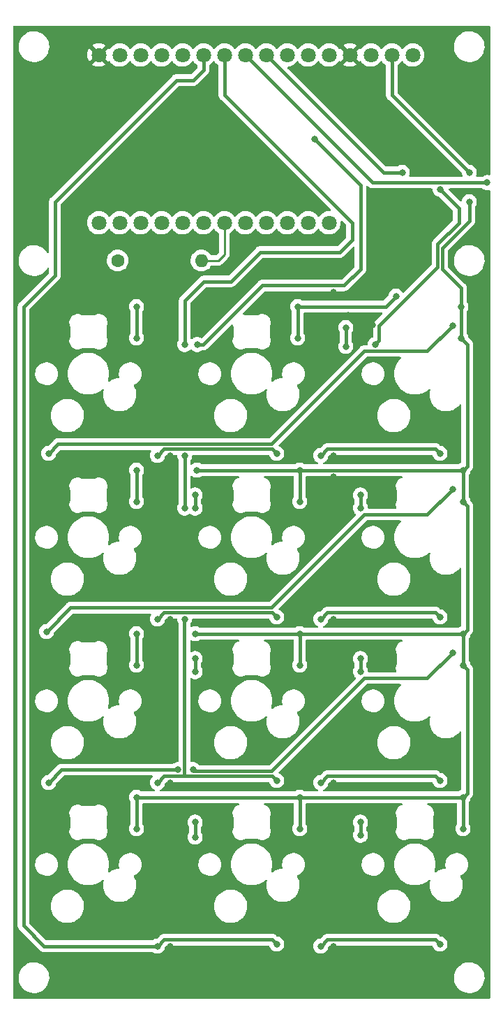
<source format=gbr>
%TF.GenerationSoftware,KiCad,Pcbnew,5.99.0-1.20210824gita02ea16.fc34*%
%TF.CreationDate,2021-08-29T08:53:41+03:00*%
%TF.ProjectId,Macropad,4d616372-6f70-4616-942e-6b696361645f,rev?*%
%TF.SameCoordinates,Original*%
%TF.FileFunction,Copper,L1,Top*%
%TF.FilePolarity,Positive*%
%FSLAX46Y46*%
G04 Gerber Fmt 4.6, Leading zero omitted, Abs format (unit mm)*
G04 Created by KiCad (PCBNEW 5.99.0-1.20210824gita02ea16.fc34) date 2021-08-29 08:53:41*
%MOMM*%
%LPD*%
G01*
G04 APERTURE LIST*
%TA.AperFunction,ComponentPad*%
%ADD10C,1.600000*%
%TD*%
%TA.AperFunction,ComponentPad*%
%ADD11O,1.600000X1.600000*%
%TD*%
%TA.AperFunction,ComponentPad*%
%ADD12C,1.800000*%
%TD*%
%TA.AperFunction,ViaPad*%
%ADD13C,0.800000*%
%TD*%
%TA.AperFunction,Conductor*%
%ADD14C,0.381000*%
%TD*%
%TA.AperFunction,Conductor*%
%ADD15C,0.250000*%
%TD*%
G04 APERTURE END LIST*
D10*
%TO.P,RLED1,1*%
%TO.N,NeoPixelControls*%
X92456000Y-52832000D03*
D11*
%TO.P,RLED1,2*%
%TO.N,Net-(MCU1-Pad23)*%
X102616000Y-52832000D03*
%TD*%
D12*
%TO.P,MCU1,1,RESET*%
%TO.N,N/C*%
X128270000Y-27940000D03*
%TO.P,MCU1,2,3V3*%
%TO.N,+3V3*%
X125730000Y-27940000D03*
%TO.P,MCU1,3,AREF*%
%TO.N,N/C*%
X123190000Y-27940000D03*
%TO.P,MCU1,4,GND*%
%TO.N,Earth*%
X120650000Y-27940000D03*
%TO.P,MCU1,5,D18/A0*%
%TO.N,COL2*%
X118110000Y-27940000D03*
%TO.P,MCU1,6,D19/A1*%
%TO.N,COL1*%
X115570000Y-27940000D03*
%TO.P,MCU1,7,D20/A2*%
%TO.N,COL0*%
X113030000Y-27940000D03*
%TO.P,MCU1,8,D21/A3*%
%TO.N,ROW0*%
X110490000Y-27940000D03*
%TO.P,MCU1,9,D22/A4*%
%TO.N,ROW1*%
X107950000Y-27940000D03*
%TO.P,MCU1,10,D23/A5*%
%TO.N,ROW2*%
X105410000Y-27940000D03*
%TO.P,MCU1,11,D15/SCLK*%
%TO.N,ROW3*%
X102870000Y-27940000D03*
%TO.P,MCU1,12,D16/MOSI*%
%TO.N,N/C*%
X100330000Y-27940000D03*
%TO.P,MCU1,13,D14/MISO*%
X97790000Y-27940000D03*
%TO.P,MCU1,14,D0/RX*%
X95250000Y-27940000D03*
%TO.P,MCU1,15,D1/TX*%
X92710000Y-27940000D03*
%TO.P,MCU1,16,GND*%
%TO.N,Earth*%
X90170000Y-27940000D03*
%TO.P,MCU1,17,D2/SDA*%
%TO.N,N/C*%
X90170000Y-48260000D03*
%TO.P,MCU1,18,D3/SCL*%
X92710000Y-48260000D03*
%TO.P,MCU1,19,D5*%
X95250000Y-48260000D03*
%TO.P,MCU1,20,D6/A7*%
X97790000Y-48260000D03*
%TO.P,MCU1,21,D9/A9*%
X100330000Y-48260000D03*
%TO.P,MCU1,22,D10/A10*%
X102870000Y-48260000D03*
%TO.P,MCU1,23,D11*%
%TO.N,Net-(MCU1-Pad23)*%
X105410000Y-48260000D03*
%TO.P,MCU1,24,D12/A11*%
%TO.N,N/C*%
X107950000Y-48260000D03*
%TO.P,MCU1,25,D13*%
X110490000Y-48260000D03*
%TO.P,MCU1,26,VBUS*%
X113030000Y-48260000D03*
%TO.P,MCU1,27,Reg._En*%
X115570000Y-48260000D03*
%TO.P,MCU1,28,VBAT*%
X118110000Y-48260000D03*
%TD*%
D13*
%TO.N,ROW0*%
X97282000Y-76454000D03*
X120142000Y-60960000D03*
X120142000Y-63246000D03*
X127000000Y-42164000D03*
X111760000Y-76200000D03*
X131572000Y-76200000D03*
X117094000Y-76454000D03*
%TO.N,ROW1*%
X97282000Y-96266000D03*
X111760000Y-96012000D03*
X117094000Y-96266000D03*
X131572000Y-96012000D03*
X137274501Y-43394559D03*
%TO.N,ROW2*%
X117094000Y-116078000D03*
X100584000Y-82820500D03*
X111760000Y-115824000D03*
X100584000Y-76454000D03*
X100584000Y-96266000D03*
X131572000Y-115824000D03*
X97282000Y-116078000D03*
X100584000Y-63008500D03*
%TO.N,ROW3*%
X111760000Y-135636000D03*
X131572000Y-135636000D03*
X117094000Y-135890000D03*
X97282000Y-135890000D03*
%TO.N,COL2*%
X121920000Y-81239500D03*
X131572000Y-44196000D03*
X121920000Y-101051500D03*
X121920000Y-120863500D03*
X121920000Y-102632500D03*
X123698000Y-63008500D03*
X121920000Y-122444500D03*
X121920000Y-82820500D03*
%TO.N,COL1*%
X101854000Y-102632500D03*
X101854000Y-120863500D03*
X101854000Y-81239500D03*
X101854000Y-122682000D03*
X101854000Y-82820500D03*
X102108000Y-63008500D03*
X116332000Y-38100000D03*
X101854000Y-101051500D03*
%TO.N,+3V3*%
X94742000Y-117856000D03*
X94742000Y-121666000D03*
X94742000Y-98044000D03*
X94742000Y-101854000D03*
X134112000Y-58420000D03*
X101854000Y-98044000D03*
X134366000Y-98044000D03*
X114300000Y-58420000D03*
X94742000Y-78232000D03*
X135128000Y-42164000D03*
X114554000Y-82042000D03*
X114554000Y-101854000D03*
X114300000Y-62230000D03*
X126238000Y-57150000D03*
X94742000Y-62230000D03*
X134366000Y-121666000D03*
X134366000Y-78232000D03*
X114554000Y-117856000D03*
X134112000Y-62230000D03*
X135128000Y-45720000D03*
X134366000Y-82042000D03*
X114554000Y-98044000D03*
X102079500Y-78232000D03*
X114554000Y-78232000D03*
X94742000Y-58420000D03*
X114554000Y-121666000D03*
X134366000Y-101854000D03*
X134366000Y-117856000D03*
X94742000Y-82042000D03*
%TO.N,Earth*%
X98756387Y-102414013D03*
X98806000Y-76454000D03*
X98806000Y-135890000D03*
X118364000Y-62738000D03*
X84318990Y-61722000D03*
X86360000Y-58420000D03*
X118568387Y-82602013D03*
X123952000Y-80264000D03*
X118618000Y-135890000D03*
X118618000Y-99822000D03*
X98806000Y-96266000D03*
X84074000Y-83058000D03*
X104648000Y-59210500D03*
X104648000Y-57629500D03*
X120396000Y-59436000D03*
X118618000Y-56642000D03*
X118618000Y-76454000D03*
X118618000Y-116078000D03*
X98806000Y-56642000D03*
X118618000Y-96266000D03*
X123393032Y-60655032D03*
X98806000Y-116078000D03*
X118618000Y-79022500D03*
%TO.N,Net-(LED3-Pad4)*%
X133096000Y-60706000D03*
X84074000Y-76200000D03*
%TO.N,Net-(LED6-Pad4)*%
X83820000Y-97790000D03*
X133096000Y-80518000D03*
%TO.N,Net-(LED10-Pad2)*%
X133096000Y-100330000D03*
X99764999Y-114496999D03*
X84074000Y-116078000D03*
X101600000Y-114496999D03*
%TD*%
D14*
%TO.N,ROW0*%
X111760000Y-76200000D02*
X111223499Y-75663499D01*
X131035499Y-75663499D02*
X117884501Y-75663499D01*
X110490000Y-27940000D02*
X124714000Y-42164000D01*
X124714000Y-42164000D02*
X127000000Y-42164000D01*
X120142000Y-63246000D02*
X120142000Y-60960000D01*
X117884501Y-75663499D02*
X117094000Y-76454000D01*
X131572000Y-76200000D02*
X131035499Y-75663499D01*
X98072501Y-75663499D02*
X97282000Y-76454000D01*
X111223499Y-75663499D02*
X98072501Y-75663499D01*
%TO.N,ROW1*%
X131035499Y-95475499D02*
X117884501Y-95475499D01*
X131572000Y-96012000D02*
X131035499Y-95475499D01*
X111760000Y-96012000D02*
X111223499Y-95475499D01*
X98072501Y-95475499D02*
X97282000Y-96266000D01*
X111223499Y-95475499D02*
X98072501Y-95475499D01*
X117884501Y-95475499D02*
X117094000Y-96266000D01*
X107950000Y-27940000D02*
X123404559Y-43394559D01*
X123404559Y-43394559D02*
X137274501Y-43394559D01*
%TO.N,ROW2*%
X102928980Y-55372000D02*
X100584000Y-57716980D01*
X100584000Y-82820500D02*
X100584000Y-76454000D01*
X117884501Y-115287499D02*
X117094000Y-116078000D01*
X120904000Y-50292000D02*
X119380000Y-51816000D01*
X105410000Y-32766000D02*
X120904000Y-48260000D01*
X98072501Y-115287499D02*
X97282000Y-116078000D01*
X111223499Y-115287499D02*
X100555499Y-115287499D01*
X100584000Y-57716980D02*
X100584000Y-63008500D01*
X111760000Y-115824000D02*
X111223499Y-115287499D01*
X109728000Y-51816000D02*
X106172000Y-55372000D01*
X105410000Y-27940000D02*
X105410000Y-32766000D01*
X120904000Y-48260000D02*
X120904000Y-50292000D01*
X119380000Y-51816000D02*
X109728000Y-51816000D01*
X100555499Y-115287499D02*
X98072501Y-115287499D01*
X106172000Y-55372000D02*
X102928980Y-55372000D01*
X100555499Y-96294501D02*
X100584000Y-96266000D01*
X131572000Y-115824000D02*
X131035499Y-115287499D01*
X131035499Y-115287499D02*
X117884501Y-115287499D01*
X100555499Y-115287499D02*
X100555499Y-96294501D01*
%TO.N,ROW3*%
X84836000Y-54626058D02*
X84836000Y-45720000D01*
X81026000Y-133385942D02*
X81026000Y-58436058D01*
X81026000Y-58436058D02*
X84836000Y-54626058D01*
X117884501Y-135099499D02*
X117094000Y-135890000D01*
X131035499Y-135099499D02*
X117884501Y-135099499D01*
X98072501Y-135099499D02*
X97282000Y-135890000D01*
X97282000Y-135890000D02*
X83530058Y-135890000D01*
X111760000Y-135636000D02*
X111223499Y-135099499D01*
X84836000Y-45720000D02*
X99568000Y-30988000D01*
X83530058Y-135890000D02*
X81026000Y-133385942D01*
X131572000Y-135636000D02*
X131035499Y-135099499D01*
X102870000Y-29718000D02*
X102870000Y-27940000D01*
X111223499Y-135099499D02*
X98072501Y-135099499D01*
X101600000Y-30988000D02*
X102870000Y-29718000D01*
X99568000Y-30988000D02*
X101600000Y-30988000D01*
%TO.N,COL2*%
X124183043Y-60728957D02*
X131245480Y-53666520D01*
X123698000Y-63008500D02*
X124183043Y-62523457D01*
X131245480Y-50872520D02*
X133858000Y-48260000D01*
X124183043Y-62523457D02*
X124183043Y-60728957D01*
X133858000Y-46482000D02*
X131572000Y-44196000D01*
X121920000Y-81239500D02*
X121920000Y-82820500D01*
X131245480Y-53666520D02*
X131245480Y-50872520D01*
X121920000Y-101051500D02*
X121920000Y-102632500D01*
X133858000Y-48260000D02*
X133858000Y-46482000D01*
X121920000Y-120863500D02*
X121920000Y-122444500D01*
%TO.N,COL1*%
X101854000Y-101051500D02*
X101854000Y-102632500D01*
X110010501Y-55851499D02*
X102853500Y-63008500D01*
X121920000Y-53848000D02*
X119916501Y-55851499D01*
X119916501Y-55851499D02*
X110010501Y-55851499D01*
X102853500Y-63008500D02*
X102108000Y-63008500D01*
X101854000Y-81239500D02*
X101854000Y-82820500D01*
X116332000Y-38100000D02*
X121920000Y-43688000D01*
X101854000Y-120863500D02*
X101854000Y-122682000D01*
X121920000Y-43688000D02*
X121920000Y-53848000D01*
%TO.N,+3V3*%
X94742000Y-121666000D02*
X94742000Y-117856000D01*
X94742000Y-101854000D02*
X94742000Y-98044000D01*
X134869501Y-97540499D02*
X134869501Y-82545501D01*
X134366000Y-78232000D02*
X134869501Y-77728499D01*
X94742000Y-117856000D02*
X114554000Y-117856000D01*
X134869501Y-77728499D02*
X134869501Y-62987501D01*
X114554000Y-82042000D02*
X114554000Y-78232000D01*
X134112000Y-62230000D02*
X134112000Y-58420000D01*
X114554000Y-121666000D02*
X114554000Y-117856000D01*
X134366000Y-101854000D02*
X134366000Y-98044000D01*
X134112000Y-56134000D02*
X134112000Y-58420000D01*
X134869501Y-82545501D02*
X134366000Y-82042000D01*
X114554000Y-117856000D02*
X134366000Y-117856000D01*
X134869501Y-62987501D02*
X134112000Y-62230000D01*
X114300000Y-62230000D02*
X114300000Y-58420000D01*
X125730000Y-27940000D02*
X125730000Y-32766000D01*
X134366000Y-117856000D02*
X134869501Y-117352499D01*
X125730000Y-32766000D02*
X135128000Y-42164000D01*
X114554000Y-78232000D02*
X134366000Y-78232000D01*
X134869501Y-102357501D02*
X134366000Y-101854000D01*
X134366000Y-121666000D02*
X134366000Y-117856000D01*
X94742000Y-62230000D02*
X94742000Y-58420000D01*
X101854000Y-98044000D02*
X114554000Y-98044000D01*
X94742000Y-82042000D02*
X94742000Y-78232000D01*
X114554000Y-101854000D02*
X114554000Y-98044000D01*
X134366000Y-98044000D02*
X134869501Y-97540499D01*
X102079500Y-78232000D02*
X114554000Y-78232000D01*
X134869501Y-117352499D02*
X134869501Y-102357501D01*
X131826000Y-51308000D02*
X131826000Y-53848000D01*
X124968000Y-58420000D02*
X126238000Y-57150000D01*
X135128000Y-48006000D02*
X131826000Y-51308000D01*
X131826000Y-53848000D02*
X134112000Y-56134000D01*
X114300000Y-58420000D02*
X124968000Y-58420000D01*
X114554000Y-98044000D02*
X134366000Y-98044000D01*
X134366000Y-82042000D02*
X134366000Y-78232000D01*
X135128000Y-45720000D02*
X135128000Y-48006000D01*
D15*
%TO.N,Earth*%
X98806000Y-102364400D02*
X98756387Y-102414013D01*
X98806000Y-96266000D02*
X98806000Y-102364400D01*
D14*
%TO.N,Net-(LED3-Pad4)*%
X130002999Y-63799001D02*
X122382999Y-63799001D01*
X122382999Y-63799001D02*
X111099511Y-75082489D01*
X133096000Y-60706000D02*
X130002999Y-63799001D01*
X111099511Y-75082489D02*
X86715511Y-75082489D01*
X85191511Y-75082489D02*
X84074000Y-76200000D01*
X86715511Y-75082489D02*
X85191511Y-75082489D01*
%TO.N,Net-(LED6-Pad4)*%
X130002999Y-83611001D02*
X122382999Y-83611001D01*
X122382999Y-83611001D02*
X111099511Y-94894489D01*
X133096000Y-80518000D02*
X130002999Y-83611001D01*
X111099511Y-94894489D02*
X86715511Y-94894489D01*
X86715511Y-94894489D02*
X83820000Y-97790000D01*
%TO.N,Net-(LED10-Pad2)*%
X111099511Y-114706489D02*
X101809490Y-114706489D01*
X130002999Y-103423001D02*
X122382999Y-103423001D01*
X86925001Y-114496999D02*
X85655001Y-114496999D01*
X99764999Y-114496999D02*
X86925001Y-114496999D01*
X122382999Y-103423001D02*
X111099511Y-114706489D01*
X101809490Y-114706489D02*
X101600000Y-114496999D01*
X133096000Y-100330000D02*
X130002999Y-103423001D01*
X85655001Y-114496999D02*
X84074000Y-116078000D01*
D15*
%TO.N,Net-(MCU1-Pad23)*%
X105410000Y-52070000D02*
X105410000Y-48260000D01*
X102616000Y-52832000D02*
X104648000Y-52832000D01*
X104648000Y-52832000D02*
X105410000Y-52070000D01*
%TD*%
%TA.AperFunction,Conductor*%
%TO.N,Earth*%
G36*
X137610121Y-24404002D02*
G01*
X137656614Y-24457658D01*
X137668000Y-24510000D01*
X137668000Y-42393806D01*
X137647998Y-42461927D01*
X137594342Y-42508420D01*
X137524068Y-42518524D01*
X137515803Y-42517053D01*
X137376445Y-42487431D01*
X137376440Y-42487431D01*
X137369988Y-42486059D01*
X137179014Y-42486059D01*
X137172562Y-42487431D01*
X137172557Y-42487431D01*
X137085613Y-42505912D01*
X136992213Y-42525765D01*
X136986183Y-42528450D01*
X136986182Y-42528450D01*
X136823779Y-42600756D01*
X136823777Y-42600757D01*
X136817749Y-42603441D01*
X136812408Y-42607321D01*
X136812407Y-42607322D01*
X136724081Y-42671495D01*
X136657213Y-42695353D01*
X136650020Y-42695559D01*
X136083963Y-42695559D01*
X136015842Y-42675557D01*
X135969349Y-42621901D01*
X135959245Y-42551627D01*
X135964130Y-42530623D01*
X136019502Y-42360206D01*
X136021542Y-42353928D01*
X136041504Y-42164000D01*
X136021542Y-41974072D01*
X135962527Y-41792444D01*
X135867040Y-41627056D01*
X135739253Y-41485134D01*
X135584752Y-41372882D01*
X135578724Y-41370198D01*
X135578722Y-41370197D01*
X135416319Y-41297891D01*
X135416318Y-41297891D01*
X135410288Y-41295206D01*
X135240369Y-41259088D01*
X135177472Y-41224937D01*
X126465905Y-32513370D01*
X126431879Y-32451058D01*
X126429000Y-32424275D01*
X126429000Y-29236492D01*
X126449002Y-29168371D01*
X126481832Y-29133913D01*
X126492236Y-29126492D01*
X126642243Y-29019494D01*
X126806303Y-28856005D01*
X126809319Y-28851808D01*
X126809326Y-28851800D01*
X126896960Y-28729844D01*
X126952954Y-28686196D01*
X127023658Y-28679750D01*
X127086622Y-28712553D01*
X127106715Y-28737536D01*
X127126800Y-28770313D01*
X127126806Y-28770321D01*
X127129501Y-28774719D01*
X127281147Y-28949784D01*
X127459349Y-29097730D01*
X127659322Y-29214584D01*
X127875694Y-29297209D01*
X127880760Y-29298240D01*
X127880761Y-29298240D01*
X127886217Y-29299350D01*
X128102656Y-29343385D01*
X128233324Y-29348176D01*
X128328949Y-29351683D01*
X128328953Y-29351683D01*
X128334113Y-29351872D01*
X128339233Y-29351216D01*
X128339235Y-29351216D01*
X128412291Y-29341857D01*
X128563847Y-29322442D01*
X128568795Y-29320957D01*
X128568802Y-29320956D01*
X128780747Y-29257369D01*
X128785690Y-29255886D01*
X128791287Y-29253144D01*
X128989049Y-29156262D01*
X128989052Y-29156260D01*
X128993684Y-29153991D01*
X129182243Y-29019494D01*
X129346303Y-28856005D01*
X129481458Y-28667917D01*
X129488102Y-28654475D01*
X129581784Y-28464922D01*
X129581785Y-28464920D01*
X129584078Y-28460280D01*
X129651408Y-28238671D01*
X129681640Y-28009041D01*
X129683327Y-27940000D01*
X129671143Y-27791803D01*
X129664773Y-27714318D01*
X129664772Y-27714312D01*
X129664349Y-27709167D01*
X129630797Y-27575592D01*
X129609184Y-27489544D01*
X129609183Y-27489540D01*
X129607925Y-27484533D01*
X129565678Y-27387371D01*
X129517630Y-27276868D01*
X129517628Y-27276865D01*
X129515570Y-27272131D01*
X129389764Y-27077665D01*
X129359292Y-27044176D01*
X129340134Y-27023122D01*
X129233887Y-26906358D01*
X129229836Y-26903159D01*
X129229832Y-26903155D01*
X129182119Y-26865474D01*
X133265672Y-26865474D01*
X133265847Y-26869926D01*
X133274180Y-27082004D01*
X133276005Y-27128462D01*
X133323290Y-27387371D01*
X133406584Y-27637034D01*
X133408577Y-27641022D01*
X133485950Y-27795869D01*
X133524225Y-27872470D01*
X133526754Y-27876129D01*
X133618615Y-28009041D01*
X133673865Y-28088982D01*
X133852520Y-28282249D01*
X134056623Y-28448415D01*
X134060431Y-28450708D01*
X134060433Y-28450709D01*
X134278288Y-28581868D01*
X134278292Y-28581870D01*
X134282104Y-28584165D01*
X134418026Y-28641721D01*
X134520359Y-28685054D01*
X134520364Y-28685056D01*
X134524462Y-28686791D01*
X134528760Y-28687930D01*
X134528764Y-28687932D01*
X134624456Y-28713304D01*
X134778862Y-28754244D01*
X135040229Y-28785179D01*
X135303347Y-28778978D01*
X135328935Y-28774719D01*
X135558576Y-28736496D01*
X135558580Y-28736495D01*
X135562966Y-28735765D01*
X135567207Y-28734424D01*
X135567210Y-28734423D01*
X135809661Y-28657746D01*
X135809663Y-28657745D01*
X135813907Y-28656403D01*
X135817918Y-28654477D01*
X135817923Y-28654475D01*
X136047143Y-28544405D01*
X136047144Y-28544404D01*
X136051162Y-28542475D01*
X136181585Y-28455329D01*
X136266289Y-28398732D01*
X136266293Y-28398729D01*
X136269997Y-28396254D01*
X136273314Y-28393283D01*
X136273318Y-28393280D01*
X136462729Y-28223629D01*
X136462730Y-28223628D01*
X136466047Y-28220657D01*
X136635398Y-28019189D01*
X136643817Y-28005691D01*
X136772320Y-27799643D01*
X136774674Y-27795869D01*
X136813005Y-27709167D01*
X136879295Y-27559219D01*
X136881093Y-27555152D01*
X136952534Y-27301843D01*
X136966983Y-27194271D01*
X136987143Y-27044176D01*
X136987144Y-27044168D01*
X136987570Y-27040994D01*
X136991247Y-26924000D01*
X136972659Y-26661466D01*
X136970008Y-26649150D01*
X136918201Y-26408523D01*
X136917264Y-26404171D01*
X136898218Y-26352543D01*
X136827710Y-26161424D01*
X136826169Y-26157247D01*
X136701191Y-25925622D01*
X136544824Y-25713918D01*
X136498184Y-25666539D01*
X136363318Y-25529539D01*
X136360187Y-25526358D01*
X136356647Y-25523657D01*
X136356641Y-25523651D01*
X136154506Y-25369386D01*
X136154502Y-25369383D01*
X136150965Y-25366684D01*
X135921332Y-25238084D01*
X135675870Y-25143122D01*
X135671545Y-25142119D01*
X135671540Y-25142118D01*
X135530794Y-25109495D01*
X135419476Y-25083693D01*
X135157267Y-25060983D01*
X135152832Y-25061227D01*
X135152828Y-25061227D01*
X134898916Y-25075200D01*
X134898909Y-25075201D01*
X134894473Y-25075445D01*
X134766369Y-25100927D01*
X134640711Y-25125921D01*
X134640706Y-25125922D01*
X134636339Y-25126791D01*
X134632136Y-25128267D01*
X134392223Y-25212518D01*
X134392220Y-25212519D01*
X134388015Y-25213996D01*
X134384062Y-25216049D01*
X134384056Y-25216052D01*
X134252615Y-25284331D01*
X134154456Y-25335321D01*
X134150841Y-25337904D01*
X134150835Y-25337908D01*
X134062598Y-25400964D01*
X133940322Y-25488344D01*
X133937095Y-25491422D01*
X133937093Y-25491424D01*
X133753525Y-25666539D01*
X133749885Y-25670011D01*
X133586945Y-25876700D01*
X133558770Y-25925207D01*
X133456987Y-26100438D01*
X133456984Y-26100444D01*
X133454753Y-26104285D01*
X133355947Y-26348225D01*
X133292498Y-26603654D01*
X133265672Y-26865474D01*
X129182119Y-26865474D01*
X129056177Y-26766011D01*
X129056172Y-26766008D01*
X129052123Y-26762810D01*
X129047607Y-26760317D01*
X129047604Y-26760315D01*
X128853879Y-26653373D01*
X128853875Y-26653371D01*
X128849355Y-26650876D01*
X128844486Y-26649152D01*
X128844482Y-26649150D01*
X128635903Y-26575288D01*
X128635899Y-26575287D01*
X128631028Y-26573562D01*
X128625935Y-26572655D01*
X128625932Y-26572654D01*
X128408095Y-26533851D01*
X128408089Y-26533850D01*
X128403006Y-26532945D01*
X128330096Y-26532054D01*
X128176581Y-26530179D01*
X128176579Y-26530179D01*
X128171411Y-26530116D01*
X127942464Y-26565150D01*
X127722314Y-26637106D01*
X127717726Y-26639494D01*
X127717722Y-26639496D01*
X127666972Y-26665915D01*
X127516872Y-26744052D01*
X127512739Y-26747155D01*
X127512736Y-26747157D01*
X127335790Y-26880012D01*
X127331655Y-26883117D01*
X127328083Y-26886855D01*
X127177744Y-27044176D01*
X127171639Y-27050564D01*
X127104306Y-27149271D01*
X127049397Y-27194271D01*
X126978872Y-27202442D01*
X126915125Y-27171188D01*
X126894428Y-27146705D01*
X126852571Y-27082004D01*
X126849764Y-27077665D01*
X126819292Y-27044176D01*
X126800134Y-27023122D01*
X126693887Y-26906358D01*
X126689836Y-26903159D01*
X126689832Y-26903155D01*
X126516177Y-26766011D01*
X126516172Y-26766008D01*
X126512123Y-26762810D01*
X126507607Y-26760317D01*
X126507604Y-26760315D01*
X126313879Y-26653373D01*
X126313875Y-26653371D01*
X126309355Y-26650876D01*
X126304486Y-26649152D01*
X126304482Y-26649150D01*
X126095903Y-26575288D01*
X126095899Y-26575287D01*
X126091028Y-26573562D01*
X126085935Y-26572655D01*
X126085932Y-26572654D01*
X125868095Y-26533851D01*
X125868089Y-26533850D01*
X125863006Y-26532945D01*
X125790096Y-26532054D01*
X125636581Y-26530179D01*
X125636579Y-26530179D01*
X125631411Y-26530116D01*
X125402464Y-26565150D01*
X125182314Y-26637106D01*
X125177726Y-26639494D01*
X125177722Y-26639496D01*
X125126972Y-26665915D01*
X124976872Y-26744052D01*
X124972739Y-26747155D01*
X124972736Y-26747157D01*
X124795790Y-26880012D01*
X124791655Y-26883117D01*
X124788083Y-26886855D01*
X124637744Y-27044176D01*
X124631639Y-27050564D01*
X124564306Y-27149271D01*
X124509397Y-27194271D01*
X124438872Y-27202442D01*
X124375125Y-27171188D01*
X124354428Y-27146705D01*
X124312571Y-27082004D01*
X124309764Y-27077665D01*
X124279292Y-27044176D01*
X124260134Y-27023122D01*
X124153887Y-26906358D01*
X124149836Y-26903159D01*
X124149832Y-26903155D01*
X123976177Y-26766011D01*
X123976172Y-26766008D01*
X123972123Y-26762810D01*
X123967607Y-26760317D01*
X123967604Y-26760315D01*
X123773879Y-26653373D01*
X123773875Y-26653371D01*
X123769355Y-26650876D01*
X123764486Y-26649152D01*
X123764482Y-26649150D01*
X123555903Y-26575288D01*
X123555899Y-26575287D01*
X123551028Y-26573562D01*
X123545935Y-26572655D01*
X123545932Y-26572654D01*
X123328095Y-26533851D01*
X123328089Y-26533850D01*
X123323006Y-26532945D01*
X123250096Y-26532054D01*
X123096581Y-26530179D01*
X123096579Y-26530179D01*
X123091411Y-26530116D01*
X122862464Y-26565150D01*
X122642314Y-26637106D01*
X122637726Y-26639494D01*
X122637722Y-26639496D01*
X122586972Y-26665915D01*
X122436872Y-26744052D01*
X122432739Y-26747155D01*
X122432736Y-26747157D01*
X122255790Y-26880012D01*
X122251655Y-26883117D01*
X122248083Y-26886855D01*
X122097744Y-27044176D01*
X122091639Y-27050564D01*
X122038501Y-27128462D01*
X122024002Y-27149716D01*
X121969090Y-27194718D01*
X121898565Y-27202889D01*
X121834819Y-27171634D01*
X121824979Y-27159994D01*
X121808538Y-27145835D01*
X121798973Y-27150238D01*
X121022021Y-27927189D01*
X121014408Y-27941132D01*
X121014539Y-27942966D01*
X121018790Y-27949580D01*
X121796307Y-28727096D01*
X121808313Y-28733652D01*
X121834948Y-28713304D01*
X121835827Y-28714454D01*
X121872672Y-28685734D01*
X121943376Y-28679289D01*
X122006340Y-28712092D01*
X122026432Y-28737074D01*
X122046800Y-28770313D01*
X122046806Y-28770321D01*
X122049501Y-28774719D01*
X122201147Y-28949784D01*
X122379349Y-29097730D01*
X122579322Y-29214584D01*
X122795694Y-29297209D01*
X122800760Y-29298240D01*
X122800761Y-29298240D01*
X122806217Y-29299350D01*
X123022656Y-29343385D01*
X123153324Y-29348176D01*
X123248949Y-29351683D01*
X123248953Y-29351683D01*
X123254113Y-29351872D01*
X123259233Y-29351216D01*
X123259235Y-29351216D01*
X123332291Y-29341857D01*
X123483847Y-29322442D01*
X123488795Y-29320957D01*
X123488802Y-29320956D01*
X123700747Y-29257369D01*
X123705690Y-29255886D01*
X123711287Y-29253144D01*
X123909049Y-29156262D01*
X123909052Y-29156260D01*
X123913684Y-29153991D01*
X124102243Y-29019494D01*
X124266303Y-28856005D01*
X124269319Y-28851808D01*
X124269326Y-28851800D01*
X124356960Y-28729844D01*
X124412954Y-28686196D01*
X124483658Y-28679750D01*
X124546622Y-28712553D01*
X124566715Y-28737536D01*
X124586800Y-28770313D01*
X124586806Y-28770321D01*
X124589501Y-28774719D01*
X124741147Y-28949784D01*
X124919349Y-29097730D01*
X124923812Y-29100338D01*
X124923815Y-29100340D01*
X124968570Y-29126492D01*
X125017294Y-29178130D01*
X125031000Y-29235280D01*
X125031000Y-32737401D01*
X125030708Y-32745971D01*
X125026830Y-32802852D01*
X125028135Y-32810328D01*
X125028135Y-32810332D01*
X125037663Y-32864924D01*
X125038626Y-32871449D01*
X125046191Y-32933960D01*
X125048875Y-32941062D01*
X125049719Y-32944500D01*
X125053583Y-32958623D01*
X125054613Y-32962034D01*
X125055919Y-32969517D01*
X125058972Y-32976472D01*
X125081239Y-33027198D01*
X125083730Y-33033304D01*
X125105994Y-33092222D01*
X125110293Y-33098477D01*
X125111935Y-33101618D01*
X125119033Y-33114372D01*
X125120870Y-33117478D01*
X125123923Y-33124433D01*
X125128548Y-33130460D01*
X125128550Y-33130464D01*
X125162265Y-33174402D01*
X125166129Y-33179720D01*
X125201821Y-33231652D01*
X125207491Y-33236704D01*
X125207492Y-33236705D01*
X125247688Y-33272518D01*
X125252964Y-33277499D01*
X134191757Y-42216292D01*
X134225783Y-42278604D01*
X134227972Y-42292215D01*
X134234458Y-42353928D01*
X134236498Y-42360205D01*
X134236498Y-42360207D01*
X134291870Y-42530623D01*
X134293898Y-42601590D01*
X134257235Y-42662388D01*
X134193523Y-42693714D01*
X134172037Y-42695559D01*
X127955963Y-42695559D01*
X127887842Y-42675557D01*
X127841349Y-42621901D01*
X127831245Y-42551627D01*
X127836130Y-42530623D01*
X127891502Y-42360206D01*
X127893542Y-42353928D01*
X127913504Y-42164000D01*
X127893542Y-41974072D01*
X127834527Y-41792444D01*
X127739040Y-41627056D01*
X127611253Y-41485134D01*
X127456752Y-41372882D01*
X127450724Y-41370198D01*
X127450722Y-41370197D01*
X127288319Y-41297891D01*
X127288318Y-41297891D01*
X127282288Y-41295206D01*
X127188888Y-41275353D01*
X127101944Y-41256872D01*
X127101939Y-41256872D01*
X127095487Y-41255500D01*
X126904513Y-41255500D01*
X126898061Y-41256872D01*
X126898056Y-41256872D01*
X126811112Y-41275353D01*
X126717712Y-41295206D01*
X126711682Y-41297891D01*
X126711681Y-41297891D01*
X126549278Y-41370197D01*
X126549276Y-41370198D01*
X126543248Y-41372882D01*
X126537907Y-41376762D01*
X126537906Y-41376763D01*
X126449580Y-41440936D01*
X126382712Y-41464794D01*
X126375519Y-41465000D01*
X125055725Y-41465000D01*
X124987604Y-41444998D01*
X124966630Y-41428095D01*
X113095004Y-29556469D01*
X113060978Y-29494157D01*
X113066043Y-29423342D01*
X113108590Y-29366506D01*
X113168088Y-29342395D01*
X113323847Y-29322442D01*
X113328795Y-29320957D01*
X113328802Y-29320956D01*
X113540747Y-29257369D01*
X113545690Y-29255886D01*
X113551287Y-29253144D01*
X113749049Y-29156262D01*
X113749052Y-29156260D01*
X113753684Y-29153991D01*
X113942243Y-29019494D01*
X114106303Y-28856005D01*
X114109319Y-28851808D01*
X114109326Y-28851800D01*
X114196960Y-28729844D01*
X114252954Y-28686196D01*
X114323658Y-28679750D01*
X114386622Y-28712553D01*
X114406715Y-28737536D01*
X114426800Y-28770313D01*
X114426806Y-28770321D01*
X114429501Y-28774719D01*
X114581147Y-28949784D01*
X114759349Y-29097730D01*
X114959322Y-29214584D01*
X115175694Y-29297209D01*
X115180760Y-29298240D01*
X115180761Y-29298240D01*
X115186217Y-29299350D01*
X115402656Y-29343385D01*
X115533324Y-29348176D01*
X115628949Y-29351683D01*
X115628953Y-29351683D01*
X115634113Y-29351872D01*
X115639233Y-29351216D01*
X115639235Y-29351216D01*
X115712291Y-29341857D01*
X115863847Y-29322442D01*
X115868795Y-29320957D01*
X115868802Y-29320956D01*
X116080747Y-29257369D01*
X116085690Y-29255886D01*
X116091287Y-29253144D01*
X116289049Y-29156262D01*
X116289052Y-29156260D01*
X116293684Y-29153991D01*
X116482243Y-29019494D01*
X116646303Y-28856005D01*
X116649319Y-28851808D01*
X116649326Y-28851800D01*
X116736960Y-28729844D01*
X116792954Y-28686196D01*
X116863658Y-28679750D01*
X116926622Y-28712553D01*
X116946715Y-28737536D01*
X116966800Y-28770313D01*
X116966806Y-28770321D01*
X116969501Y-28774719D01*
X117121147Y-28949784D01*
X117299349Y-29097730D01*
X117499322Y-29214584D01*
X117715694Y-29297209D01*
X117720760Y-29298240D01*
X117720761Y-29298240D01*
X117726217Y-29299350D01*
X117942656Y-29343385D01*
X118073324Y-29348176D01*
X118168949Y-29351683D01*
X118168953Y-29351683D01*
X118174113Y-29351872D01*
X118179233Y-29351216D01*
X118179235Y-29351216D01*
X118252291Y-29341857D01*
X118403847Y-29322442D01*
X118408795Y-29320957D01*
X118408802Y-29320956D01*
X118620747Y-29257369D01*
X118625690Y-29255886D01*
X118631287Y-29253144D01*
X118829049Y-29156262D01*
X118829052Y-29156260D01*
X118833684Y-29153991D01*
X118907406Y-29101406D01*
X119853423Y-29101406D01*
X119858704Y-29108461D01*
X120035080Y-29211527D01*
X120044363Y-29215974D01*
X120251003Y-29294883D01*
X120260901Y-29297759D01*
X120477653Y-29341857D01*
X120487883Y-29343076D01*
X120708914Y-29351182D01*
X120719223Y-29350714D01*
X120938623Y-29322608D01*
X120948688Y-29320468D01*
X121160557Y-29256905D01*
X121170152Y-29253144D01*
X121368778Y-29155838D01*
X121377636Y-29150559D01*
X121435097Y-29109572D01*
X121443497Y-29098874D01*
X121436510Y-29085721D01*
X120662811Y-28312021D01*
X120648868Y-28304408D01*
X120647034Y-28304539D01*
X120640420Y-28308790D01*
X119860180Y-29089031D01*
X119853423Y-29101406D01*
X118907406Y-29101406D01*
X119022243Y-29019494D01*
X119186303Y-28856005D01*
X119277275Y-28729404D01*
X119333270Y-28685756D01*
X119403973Y-28679310D01*
X119466938Y-28712113D01*
X119472142Y-28718584D01*
X119490553Y-28735242D01*
X119499331Y-28731458D01*
X120277979Y-27952811D01*
X120285592Y-27938868D01*
X120285461Y-27937034D01*
X120281210Y-27930420D01*
X119503862Y-27153073D01*
X119492330Y-27146776D01*
X119464674Y-27168444D01*
X119463534Y-27166989D01*
X119429695Y-27194724D01*
X119359171Y-27202898D01*
X119295422Y-27171646D01*
X119274722Y-27147159D01*
X119232575Y-27082009D01*
X119232570Y-27082003D01*
X119229764Y-27077665D01*
X119199292Y-27044176D01*
X119180134Y-27023122D01*
X119073887Y-26906358D01*
X119069836Y-26903159D01*
X119069832Y-26903155D01*
X118914790Y-26780711D01*
X119855508Y-26780711D01*
X119862251Y-26793040D01*
X120637189Y-27567979D01*
X120651132Y-27575592D01*
X120652966Y-27575461D01*
X120659580Y-27571210D01*
X121438994Y-26791795D01*
X121446011Y-26778944D01*
X121438237Y-26768274D01*
X121435902Y-26766430D01*
X121427320Y-26760729D01*
X121233678Y-26653833D01*
X121224272Y-26649606D01*
X121015772Y-26575772D01*
X121005809Y-26573140D01*
X120788047Y-26534350D01*
X120777796Y-26533381D01*
X120556616Y-26530679D01*
X120546332Y-26531399D01*
X120327693Y-26564855D01*
X120317666Y-26567244D01*
X120107426Y-26635961D01*
X120097916Y-26639958D01*
X119901725Y-26742089D01*
X119893007Y-26747578D01*
X119863961Y-26769386D01*
X119855508Y-26780711D01*
X118914790Y-26780711D01*
X118896177Y-26766011D01*
X118896172Y-26766008D01*
X118892123Y-26762810D01*
X118887607Y-26760317D01*
X118887604Y-26760315D01*
X118693879Y-26653373D01*
X118693875Y-26653371D01*
X118689355Y-26650876D01*
X118684486Y-26649152D01*
X118684482Y-26649150D01*
X118475903Y-26575288D01*
X118475899Y-26575287D01*
X118471028Y-26573562D01*
X118465935Y-26572655D01*
X118465932Y-26572654D01*
X118248095Y-26533851D01*
X118248089Y-26533850D01*
X118243006Y-26532945D01*
X118170096Y-26532054D01*
X118016581Y-26530179D01*
X118016579Y-26530179D01*
X118011411Y-26530116D01*
X117782464Y-26565150D01*
X117562314Y-26637106D01*
X117557726Y-26639494D01*
X117557722Y-26639496D01*
X117506972Y-26665915D01*
X117356872Y-26744052D01*
X117352739Y-26747155D01*
X117352736Y-26747157D01*
X117175790Y-26880012D01*
X117171655Y-26883117D01*
X117168083Y-26886855D01*
X117017744Y-27044176D01*
X117011639Y-27050564D01*
X116944306Y-27149271D01*
X116889397Y-27194271D01*
X116818872Y-27202442D01*
X116755125Y-27171188D01*
X116734428Y-27146705D01*
X116692571Y-27082004D01*
X116689764Y-27077665D01*
X116659292Y-27044176D01*
X116640134Y-27023122D01*
X116533887Y-26906358D01*
X116529836Y-26903159D01*
X116529832Y-26903155D01*
X116356177Y-26766011D01*
X116356172Y-26766008D01*
X116352123Y-26762810D01*
X116347607Y-26760317D01*
X116347604Y-26760315D01*
X116153879Y-26653373D01*
X116153875Y-26653371D01*
X116149355Y-26650876D01*
X116144486Y-26649152D01*
X116144482Y-26649150D01*
X115935903Y-26575288D01*
X115935899Y-26575287D01*
X115931028Y-26573562D01*
X115925935Y-26572655D01*
X115925932Y-26572654D01*
X115708095Y-26533851D01*
X115708089Y-26533850D01*
X115703006Y-26532945D01*
X115630096Y-26532054D01*
X115476581Y-26530179D01*
X115476579Y-26530179D01*
X115471411Y-26530116D01*
X115242464Y-26565150D01*
X115022314Y-26637106D01*
X115017726Y-26639494D01*
X115017722Y-26639496D01*
X114966972Y-26665915D01*
X114816872Y-26744052D01*
X114812739Y-26747155D01*
X114812736Y-26747157D01*
X114635790Y-26880012D01*
X114631655Y-26883117D01*
X114628083Y-26886855D01*
X114477744Y-27044176D01*
X114471639Y-27050564D01*
X114404306Y-27149271D01*
X114349397Y-27194271D01*
X114278872Y-27202442D01*
X114215125Y-27171188D01*
X114194428Y-27146705D01*
X114152571Y-27082004D01*
X114149764Y-27077665D01*
X114119292Y-27044176D01*
X114100134Y-27023122D01*
X113993887Y-26906358D01*
X113989836Y-26903159D01*
X113989832Y-26903155D01*
X113816177Y-26766011D01*
X113816172Y-26766008D01*
X113812123Y-26762810D01*
X113807607Y-26760317D01*
X113807604Y-26760315D01*
X113613879Y-26653373D01*
X113613875Y-26653371D01*
X113609355Y-26650876D01*
X113604486Y-26649152D01*
X113604482Y-26649150D01*
X113395903Y-26575288D01*
X113395899Y-26575287D01*
X113391028Y-26573562D01*
X113385935Y-26572655D01*
X113385932Y-26572654D01*
X113168095Y-26533851D01*
X113168089Y-26533850D01*
X113163006Y-26532945D01*
X113090096Y-26532054D01*
X112936581Y-26530179D01*
X112936579Y-26530179D01*
X112931411Y-26530116D01*
X112702464Y-26565150D01*
X112482314Y-26637106D01*
X112477726Y-26639494D01*
X112477722Y-26639496D01*
X112426972Y-26665915D01*
X112276872Y-26744052D01*
X112272739Y-26747155D01*
X112272736Y-26747157D01*
X112095790Y-26880012D01*
X112091655Y-26883117D01*
X112088083Y-26886855D01*
X111937744Y-27044176D01*
X111931639Y-27050564D01*
X111864306Y-27149271D01*
X111809397Y-27194271D01*
X111738872Y-27202442D01*
X111675125Y-27171188D01*
X111654428Y-27146705D01*
X111612571Y-27082004D01*
X111609764Y-27077665D01*
X111579292Y-27044176D01*
X111560134Y-27023122D01*
X111453887Y-26906358D01*
X111449836Y-26903159D01*
X111449832Y-26903155D01*
X111276177Y-26766011D01*
X111276172Y-26766008D01*
X111272123Y-26762810D01*
X111267607Y-26760317D01*
X111267604Y-26760315D01*
X111073879Y-26653373D01*
X111073875Y-26653371D01*
X111069355Y-26650876D01*
X111064486Y-26649152D01*
X111064482Y-26649150D01*
X110855903Y-26575288D01*
X110855899Y-26575287D01*
X110851028Y-26573562D01*
X110845935Y-26572655D01*
X110845932Y-26572654D01*
X110628095Y-26533851D01*
X110628089Y-26533850D01*
X110623006Y-26532945D01*
X110550096Y-26532054D01*
X110396581Y-26530179D01*
X110396579Y-26530179D01*
X110391411Y-26530116D01*
X110162464Y-26565150D01*
X109942314Y-26637106D01*
X109937726Y-26639494D01*
X109937722Y-26639496D01*
X109886972Y-26665915D01*
X109736872Y-26744052D01*
X109732739Y-26747155D01*
X109732736Y-26747157D01*
X109555790Y-26880012D01*
X109551655Y-26883117D01*
X109548083Y-26886855D01*
X109397744Y-27044176D01*
X109391639Y-27050564D01*
X109324306Y-27149271D01*
X109269397Y-27194271D01*
X109198872Y-27202442D01*
X109135125Y-27171188D01*
X109114428Y-27146705D01*
X109072571Y-27082004D01*
X109069764Y-27077665D01*
X109039292Y-27044176D01*
X109020134Y-27023122D01*
X108913887Y-26906358D01*
X108909836Y-26903159D01*
X108909832Y-26903155D01*
X108736177Y-26766011D01*
X108736172Y-26766008D01*
X108732123Y-26762810D01*
X108727607Y-26760317D01*
X108727604Y-26760315D01*
X108533879Y-26653373D01*
X108533875Y-26653371D01*
X108529355Y-26650876D01*
X108524486Y-26649152D01*
X108524482Y-26649150D01*
X108315903Y-26575288D01*
X108315899Y-26575287D01*
X108311028Y-26573562D01*
X108305935Y-26572655D01*
X108305932Y-26572654D01*
X108088095Y-26533851D01*
X108088089Y-26533850D01*
X108083006Y-26532945D01*
X108010096Y-26532054D01*
X107856581Y-26530179D01*
X107856579Y-26530179D01*
X107851411Y-26530116D01*
X107622464Y-26565150D01*
X107402314Y-26637106D01*
X107397726Y-26639494D01*
X107397722Y-26639496D01*
X107346972Y-26665915D01*
X107196872Y-26744052D01*
X107192739Y-26747155D01*
X107192736Y-26747157D01*
X107015790Y-26880012D01*
X107011655Y-26883117D01*
X107008083Y-26886855D01*
X106857744Y-27044176D01*
X106851639Y-27050564D01*
X106784306Y-27149271D01*
X106729397Y-27194271D01*
X106658872Y-27202442D01*
X106595125Y-27171188D01*
X106574428Y-27146705D01*
X106532571Y-27082004D01*
X106529764Y-27077665D01*
X106499292Y-27044176D01*
X106480134Y-27023122D01*
X106373887Y-26906358D01*
X106369836Y-26903159D01*
X106369832Y-26903155D01*
X106196177Y-26766011D01*
X106196172Y-26766008D01*
X106192123Y-26762810D01*
X106187607Y-26760317D01*
X106187604Y-26760315D01*
X105993879Y-26653373D01*
X105993875Y-26653371D01*
X105989355Y-26650876D01*
X105984486Y-26649152D01*
X105984482Y-26649150D01*
X105775903Y-26575288D01*
X105775899Y-26575287D01*
X105771028Y-26573562D01*
X105765935Y-26572655D01*
X105765932Y-26572654D01*
X105548095Y-26533851D01*
X105548089Y-26533850D01*
X105543006Y-26532945D01*
X105470096Y-26532054D01*
X105316581Y-26530179D01*
X105316579Y-26530179D01*
X105311411Y-26530116D01*
X105082464Y-26565150D01*
X104862314Y-26637106D01*
X104857726Y-26639494D01*
X104857722Y-26639496D01*
X104806972Y-26665915D01*
X104656872Y-26744052D01*
X104652739Y-26747155D01*
X104652736Y-26747157D01*
X104475790Y-26880012D01*
X104471655Y-26883117D01*
X104468083Y-26886855D01*
X104317744Y-27044176D01*
X104311639Y-27050564D01*
X104244306Y-27149271D01*
X104189397Y-27194271D01*
X104118872Y-27202442D01*
X104055125Y-27171188D01*
X104034428Y-27146705D01*
X103992571Y-27082004D01*
X103989764Y-27077665D01*
X103959292Y-27044176D01*
X103940134Y-27023122D01*
X103833887Y-26906358D01*
X103829836Y-26903159D01*
X103829832Y-26903155D01*
X103656177Y-26766011D01*
X103656172Y-26766008D01*
X103652123Y-26762810D01*
X103647607Y-26760317D01*
X103647604Y-26760315D01*
X103453879Y-26653373D01*
X103453875Y-26653371D01*
X103449355Y-26650876D01*
X103444486Y-26649152D01*
X103444482Y-26649150D01*
X103235903Y-26575288D01*
X103235899Y-26575287D01*
X103231028Y-26573562D01*
X103225935Y-26572655D01*
X103225932Y-26572654D01*
X103008095Y-26533851D01*
X103008089Y-26533850D01*
X103003006Y-26532945D01*
X102930096Y-26532054D01*
X102776581Y-26530179D01*
X102776579Y-26530179D01*
X102771411Y-26530116D01*
X102542464Y-26565150D01*
X102322314Y-26637106D01*
X102317726Y-26639494D01*
X102317722Y-26639496D01*
X102266972Y-26665915D01*
X102116872Y-26744052D01*
X102112739Y-26747155D01*
X102112736Y-26747157D01*
X101935790Y-26880012D01*
X101931655Y-26883117D01*
X101928083Y-26886855D01*
X101777744Y-27044176D01*
X101771639Y-27050564D01*
X101704306Y-27149271D01*
X101649397Y-27194271D01*
X101578872Y-27202442D01*
X101515125Y-27171188D01*
X101494428Y-27146705D01*
X101452571Y-27082004D01*
X101449764Y-27077665D01*
X101419292Y-27044176D01*
X101400134Y-27023122D01*
X101293887Y-26906358D01*
X101289836Y-26903159D01*
X101289832Y-26903155D01*
X101116177Y-26766011D01*
X101116172Y-26766008D01*
X101112123Y-26762810D01*
X101107607Y-26760317D01*
X101107604Y-26760315D01*
X100913879Y-26653373D01*
X100913875Y-26653371D01*
X100909355Y-26650876D01*
X100904486Y-26649152D01*
X100904482Y-26649150D01*
X100695903Y-26575288D01*
X100695899Y-26575287D01*
X100691028Y-26573562D01*
X100685935Y-26572655D01*
X100685932Y-26572654D01*
X100468095Y-26533851D01*
X100468089Y-26533850D01*
X100463006Y-26532945D01*
X100390096Y-26532054D01*
X100236581Y-26530179D01*
X100236579Y-26530179D01*
X100231411Y-26530116D01*
X100002464Y-26565150D01*
X99782314Y-26637106D01*
X99777726Y-26639494D01*
X99777722Y-26639496D01*
X99726972Y-26665915D01*
X99576872Y-26744052D01*
X99572739Y-26747155D01*
X99572736Y-26747157D01*
X99395790Y-26880012D01*
X99391655Y-26883117D01*
X99388083Y-26886855D01*
X99237744Y-27044176D01*
X99231639Y-27050564D01*
X99164306Y-27149271D01*
X99109397Y-27194271D01*
X99038872Y-27202442D01*
X98975125Y-27171188D01*
X98954428Y-27146705D01*
X98912571Y-27082004D01*
X98909764Y-27077665D01*
X98879292Y-27044176D01*
X98860134Y-27023122D01*
X98753887Y-26906358D01*
X98749836Y-26903159D01*
X98749832Y-26903155D01*
X98576177Y-26766011D01*
X98576172Y-26766008D01*
X98572123Y-26762810D01*
X98567607Y-26760317D01*
X98567604Y-26760315D01*
X98373879Y-26653373D01*
X98373875Y-26653371D01*
X98369355Y-26650876D01*
X98364486Y-26649152D01*
X98364482Y-26649150D01*
X98155903Y-26575288D01*
X98155899Y-26575287D01*
X98151028Y-26573562D01*
X98145935Y-26572655D01*
X98145932Y-26572654D01*
X97928095Y-26533851D01*
X97928089Y-26533850D01*
X97923006Y-26532945D01*
X97850096Y-26532054D01*
X97696581Y-26530179D01*
X97696579Y-26530179D01*
X97691411Y-26530116D01*
X97462464Y-26565150D01*
X97242314Y-26637106D01*
X97237726Y-26639494D01*
X97237722Y-26639496D01*
X97186972Y-26665915D01*
X97036872Y-26744052D01*
X97032739Y-26747155D01*
X97032736Y-26747157D01*
X96855790Y-26880012D01*
X96851655Y-26883117D01*
X96848083Y-26886855D01*
X96697744Y-27044176D01*
X96691639Y-27050564D01*
X96624306Y-27149271D01*
X96569397Y-27194271D01*
X96498872Y-27202442D01*
X96435125Y-27171188D01*
X96414428Y-27146705D01*
X96372571Y-27082004D01*
X96369764Y-27077665D01*
X96339292Y-27044176D01*
X96320134Y-27023122D01*
X96213887Y-26906358D01*
X96209836Y-26903159D01*
X96209832Y-26903155D01*
X96036177Y-26766011D01*
X96036172Y-26766008D01*
X96032123Y-26762810D01*
X96027607Y-26760317D01*
X96027604Y-26760315D01*
X95833879Y-26653373D01*
X95833875Y-26653371D01*
X95829355Y-26650876D01*
X95824486Y-26649152D01*
X95824482Y-26649150D01*
X95615903Y-26575288D01*
X95615899Y-26575287D01*
X95611028Y-26573562D01*
X95605935Y-26572655D01*
X95605932Y-26572654D01*
X95388095Y-26533851D01*
X95388089Y-26533850D01*
X95383006Y-26532945D01*
X95310096Y-26532054D01*
X95156581Y-26530179D01*
X95156579Y-26530179D01*
X95151411Y-26530116D01*
X94922464Y-26565150D01*
X94702314Y-26637106D01*
X94697726Y-26639494D01*
X94697722Y-26639496D01*
X94646972Y-26665915D01*
X94496872Y-26744052D01*
X94492739Y-26747155D01*
X94492736Y-26747157D01*
X94315790Y-26880012D01*
X94311655Y-26883117D01*
X94308083Y-26886855D01*
X94157744Y-27044176D01*
X94151639Y-27050564D01*
X94084306Y-27149271D01*
X94029397Y-27194271D01*
X93958872Y-27202442D01*
X93895125Y-27171188D01*
X93874428Y-27146705D01*
X93832571Y-27082004D01*
X93829764Y-27077665D01*
X93799292Y-27044176D01*
X93780134Y-27023122D01*
X93673887Y-26906358D01*
X93669836Y-26903159D01*
X93669832Y-26903155D01*
X93496177Y-26766011D01*
X93496172Y-26766008D01*
X93492123Y-26762810D01*
X93487607Y-26760317D01*
X93487604Y-26760315D01*
X93293879Y-26653373D01*
X93293875Y-26653371D01*
X93289355Y-26650876D01*
X93284486Y-26649152D01*
X93284482Y-26649150D01*
X93075903Y-26575288D01*
X93075899Y-26575287D01*
X93071028Y-26573562D01*
X93065935Y-26572655D01*
X93065932Y-26572654D01*
X92848095Y-26533851D01*
X92848089Y-26533850D01*
X92843006Y-26532945D01*
X92770096Y-26532054D01*
X92616581Y-26530179D01*
X92616579Y-26530179D01*
X92611411Y-26530116D01*
X92382464Y-26565150D01*
X92162314Y-26637106D01*
X92157726Y-26639494D01*
X92157722Y-26639496D01*
X92106972Y-26665915D01*
X91956872Y-26744052D01*
X91952739Y-26747155D01*
X91952736Y-26747157D01*
X91775790Y-26880012D01*
X91771655Y-26883117D01*
X91768083Y-26886855D01*
X91617744Y-27044176D01*
X91611639Y-27050564D01*
X91558501Y-27128462D01*
X91544002Y-27149716D01*
X91489090Y-27194718D01*
X91418565Y-27202889D01*
X91354819Y-27171634D01*
X91344979Y-27159994D01*
X91328538Y-27145835D01*
X91318973Y-27150238D01*
X90542021Y-27927189D01*
X90534408Y-27941132D01*
X90534539Y-27942966D01*
X90538790Y-27949580D01*
X91316307Y-28727096D01*
X91328313Y-28733652D01*
X91354948Y-28713304D01*
X91355827Y-28714454D01*
X91392672Y-28685734D01*
X91463376Y-28679289D01*
X91526340Y-28712092D01*
X91546432Y-28737074D01*
X91566800Y-28770313D01*
X91566806Y-28770321D01*
X91569501Y-28774719D01*
X91721147Y-28949784D01*
X91899349Y-29097730D01*
X92099322Y-29214584D01*
X92315694Y-29297209D01*
X92320760Y-29298240D01*
X92320761Y-29298240D01*
X92326217Y-29299350D01*
X92542656Y-29343385D01*
X92673324Y-29348176D01*
X92768949Y-29351683D01*
X92768953Y-29351683D01*
X92774113Y-29351872D01*
X92779233Y-29351216D01*
X92779235Y-29351216D01*
X92852291Y-29341857D01*
X93003847Y-29322442D01*
X93008795Y-29320957D01*
X93008802Y-29320956D01*
X93220747Y-29257369D01*
X93225690Y-29255886D01*
X93231287Y-29253144D01*
X93429049Y-29156262D01*
X93429052Y-29156260D01*
X93433684Y-29153991D01*
X93622243Y-29019494D01*
X93786303Y-28856005D01*
X93789319Y-28851808D01*
X93789326Y-28851800D01*
X93876960Y-28729844D01*
X93932954Y-28686196D01*
X94003658Y-28679750D01*
X94066622Y-28712553D01*
X94086715Y-28737536D01*
X94106800Y-28770313D01*
X94106806Y-28770321D01*
X94109501Y-28774719D01*
X94261147Y-28949784D01*
X94439349Y-29097730D01*
X94639322Y-29214584D01*
X94855694Y-29297209D01*
X94860760Y-29298240D01*
X94860761Y-29298240D01*
X94866217Y-29299350D01*
X95082656Y-29343385D01*
X95213324Y-29348176D01*
X95308949Y-29351683D01*
X95308953Y-29351683D01*
X95314113Y-29351872D01*
X95319233Y-29351216D01*
X95319235Y-29351216D01*
X95392291Y-29341857D01*
X95543847Y-29322442D01*
X95548795Y-29320957D01*
X95548802Y-29320956D01*
X95760747Y-29257369D01*
X95765690Y-29255886D01*
X95771287Y-29253144D01*
X95969049Y-29156262D01*
X95969052Y-29156260D01*
X95973684Y-29153991D01*
X96162243Y-29019494D01*
X96326303Y-28856005D01*
X96329319Y-28851808D01*
X96329326Y-28851800D01*
X96416960Y-28729844D01*
X96472954Y-28686196D01*
X96543658Y-28679750D01*
X96606622Y-28712553D01*
X96626715Y-28737536D01*
X96646800Y-28770313D01*
X96646806Y-28770321D01*
X96649501Y-28774719D01*
X96801147Y-28949784D01*
X96979349Y-29097730D01*
X97179322Y-29214584D01*
X97395694Y-29297209D01*
X97400760Y-29298240D01*
X97400761Y-29298240D01*
X97406217Y-29299350D01*
X97622656Y-29343385D01*
X97753324Y-29348176D01*
X97848949Y-29351683D01*
X97848953Y-29351683D01*
X97854113Y-29351872D01*
X97859233Y-29351216D01*
X97859235Y-29351216D01*
X97932291Y-29341857D01*
X98083847Y-29322442D01*
X98088795Y-29320957D01*
X98088802Y-29320956D01*
X98300747Y-29257369D01*
X98305690Y-29255886D01*
X98311287Y-29253144D01*
X98509049Y-29156262D01*
X98509052Y-29156260D01*
X98513684Y-29153991D01*
X98702243Y-29019494D01*
X98866303Y-28856005D01*
X98869319Y-28851808D01*
X98869326Y-28851800D01*
X98956960Y-28729844D01*
X99012954Y-28686196D01*
X99083658Y-28679750D01*
X99146622Y-28712553D01*
X99166715Y-28737536D01*
X99186800Y-28770313D01*
X99186806Y-28770321D01*
X99189501Y-28774719D01*
X99341147Y-28949784D01*
X99519349Y-29097730D01*
X99719322Y-29214584D01*
X99935694Y-29297209D01*
X99940760Y-29298240D01*
X99940761Y-29298240D01*
X99946217Y-29299350D01*
X100162656Y-29343385D01*
X100293324Y-29348176D01*
X100388949Y-29351683D01*
X100388953Y-29351683D01*
X100394113Y-29351872D01*
X100399233Y-29351216D01*
X100399235Y-29351216D01*
X100472291Y-29341857D01*
X100623847Y-29322442D01*
X100628795Y-29320957D01*
X100628802Y-29320956D01*
X100840747Y-29257369D01*
X100845690Y-29255886D01*
X100851287Y-29253144D01*
X101049049Y-29156262D01*
X101049052Y-29156260D01*
X101053684Y-29153991D01*
X101242243Y-29019494D01*
X101406303Y-28856005D01*
X101409319Y-28851808D01*
X101409326Y-28851800D01*
X101496960Y-28729844D01*
X101552954Y-28686196D01*
X101623658Y-28679750D01*
X101686622Y-28712553D01*
X101706715Y-28737536D01*
X101726800Y-28770313D01*
X101726806Y-28770321D01*
X101729501Y-28774719D01*
X101881147Y-28949784D01*
X102059349Y-29097730D01*
X102063812Y-29100338D01*
X102063815Y-29100340D01*
X102108570Y-29126492D01*
X102157294Y-29178130D01*
X102171000Y-29235280D01*
X102171000Y-29376273D01*
X102150998Y-29444394D01*
X102134096Y-29465368D01*
X101347370Y-30252095D01*
X101285057Y-30286120D01*
X101258274Y-30289000D01*
X99596589Y-30289000D01*
X99588019Y-30288708D01*
X99538724Y-30285347D01*
X99538720Y-30285347D01*
X99531148Y-30284831D01*
X99469081Y-30295664D01*
X99462607Y-30296620D01*
X99400040Y-30304191D01*
X99392934Y-30306876D01*
X99389501Y-30307719D01*
X99375385Y-30311581D01*
X99371970Y-30312612D01*
X99364483Y-30313919D01*
X99357525Y-30316973D01*
X99357526Y-30316973D01*
X99306802Y-30339239D01*
X99300696Y-30341730D01*
X99241778Y-30363994D01*
X99235523Y-30368293D01*
X99232382Y-30369935D01*
X99219635Y-30377029D01*
X99216523Y-30378870D01*
X99209567Y-30381923D01*
X99203539Y-30386549D01*
X99203538Y-30386549D01*
X99159602Y-30420262D01*
X99154275Y-30424133D01*
X99102348Y-30459821D01*
X99061473Y-30505698D01*
X99056510Y-30510954D01*
X84361962Y-45205503D01*
X84355697Y-45211356D01*
X84312726Y-45248842D01*
X84308359Y-45255056D01*
X84276506Y-45300378D01*
X84272573Y-45305674D01*
X84238394Y-45349263D01*
X84238392Y-45349266D01*
X84233708Y-45355240D01*
X84230582Y-45362164D01*
X84228744Y-45365199D01*
X84221500Y-45377898D01*
X84219812Y-45381046D01*
X84215444Y-45387261D01*
X84212684Y-45394340D01*
X84192567Y-45445939D01*
X84190022Y-45451995D01*
X84164087Y-45509435D01*
X84162702Y-45516908D01*
X84161631Y-45520326D01*
X84157646Y-45534315D01*
X84156749Y-45537807D01*
X84153988Y-45544889D01*
X84152996Y-45552422D01*
X84152996Y-45552423D01*
X84145767Y-45607330D01*
X84144735Y-45613843D01*
X84134639Y-45668318D01*
X84133255Y-45675787D01*
X84133692Y-45683367D01*
X84133692Y-45683368D01*
X84136791Y-45737112D01*
X84137000Y-45744365D01*
X84137000Y-51831097D01*
X84116998Y-51899218D01*
X84063342Y-51945711D01*
X83993068Y-51955815D01*
X83928488Y-51926321D01*
X83900112Y-51890929D01*
X83871304Y-51837538D01*
X83869191Y-51833622D01*
X83712824Y-51621918D01*
X83687599Y-51596293D01*
X83531318Y-51437539D01*
X83528187Y-51434358D01*
X83524647Y-51431657D01*
X83524641Y-51431651D01*
X83322506Y-51277386D01*
X83322502Y-51277383D01*
X83318965Y-51274684D01*
X83089332Y-51146084D01*
X82843870Y-51051122D01*
X82839545Y-51050119D01*
X82839540Y-51050118D01*
X82698794Y-51017495D01*
X82587476Y-50991693D01*
X82325267Y-50968983D01*
X82320832Y-50969227D01*
X82320828Y-50969227D01*
X82066916Y-50983200D01*
X82066909Y-50983201D01*
X82062473Y-50983445D01*
X81934369Y-51008927D01*
X81808711Y-51033921D01*
X81808706Y-51033922D01*
X81804339Y-51034791D01*
X81800136Y-51036267D01*
X81560223Y-51120518D01*
X81560220Y-51120519D01*
X81556015Y-51121996D01*
X81552062Y-51124049D01*
X81552056Y-51124052D01*
X81426431Y-51189310D01*
X81322456Y-51243321D01*
X81318841Y-51245904D01*
X81318835Y-51245908D01*
X81215585Y-51319692D01*
X81108322Y-51396344D01*
X81105095Y-51399422D01*
X81105093Y-51399424D01*
X80957856Y-51539881D01*
X80917885Y-51578011D01*
X80754945Y-51784700D01*
X80726529Y-51833622D01*
X80624987Y-52008438D01*
X80624984Y-52008444D01*
X80622753Y-52012285D01*
X80621083Y-52016408D01*
X80544908Y-52204476D01*
X80523947Y-52256225D01*
X80522876Y-52260538D01*
X80522874Y-52260543D01*
X80493754Y-52377775D01*
X80460498Y-52511654D01*
X80433672Y-52773474D01*
X80444005Y-53036462D01*
X80491290Y-53295371D01*
X80574584Y-53545034D01*
X80576577Y-53549022D01*
X80653950Y-53703869D01*
X80692225Y-53780470D01*
X80724578Y-53827281D01*
X80824495Y-53971849D01*
X80841865Y-53996982D01*
X81020520Y-54190249D01*
X81224623Y-54356415D01*
X81228431Y-54358708D01*
X81228433Y-54358709D01*
X81446288Y-54489868D01*
X81446292Y-54489870D01*
X81450104Y-54492165D01*
X81574004Y-54544630D01*
X81688359Y-54593054D01*
X81688364Y-54593056D01*
X81692462Y-54594791D01*
X81696760Y-54595930D01*
X81696764Y-54595932D01*
X81819662Y-54628517D01*
X81946862Y-54662244D01*
X82208229Y-54693179D01*
X82471347Y-54686978D01*
X82475745Y-54686246D01*
X82726576Y-54644496D01*
X82726580Y-54644495D01*
X82730966Y-54643765D01*
X82735207Y-54642424D01*
X82735210Y-54642423D01*
X82977661Y-54565746D01*
X82977663Y-54565745D01*
X82981907Y-54564403D01*
X82985918Y-54562477D01*
X82985923Y-54562475D01*
X83215143Y-54452405D01*
X83215144Y-54452404D01*
X83219162Y-54450475D01*
X83355377Y-54359459D01*
X83434289Y-54306732D01*
X83434293Y-54306729D01*
X83437997Y-54304254D01*
X83441314Y-54301283D01*
X83441318Y-54301280D01*
X83630729Y-54131629D01*
X83630730Y-54131628D01*
X83634047Y-54128657D01*
X83803398Y-53927189D01*
X83820553Y-53899683D01*
X83904088Y-53765739D01*
X83957108Y-53718523D01*
X84027239Y-53707467D01*
X84092213Y-53736081D01*
X84131404Y-53795281D01*
X84137000Y-53832416D01*
X84137000Y-54284333D01*
X84116998Y-54352454D01*
X84100095Y-54373428D01*
X80551962Y-57921561D01*
X80545697Y-57927414D01*
X80502726Y-57964900D01*
X80498359Y-57971114D01*
X80466506Y-58016436D01*
X80462573Y-58021732D01*
X80428394Y-58065321D01*
X80428392Y-58065324D01*
X80423708Y-58071298D01*
X80420582Y-58078222D01*
X80418744Y-58081257D01*
X80411500Y-58093956D01*
X80409812Y-58097104D01*
X80405444Y-58103319D01*
X80402684Y-58110398D01*
X80382567Y-58161997D01*
X80380022Y-58168053D01*
X80354087Y-58225493D01*
X80352702Y-58232966D01*
X80351631Y-58236384D01*
X80347646Y-58250373D01*
X80346749Y-58253865D01*
X80343988Y-58260947D01*
X80342996Y-58268480D01*
X80342996Y-58268481D01*
X80335767Y-58323388D01*
X80334735Y-58329901D01*
X80324639Y-58384376D01*
X80323255Y-58391845D01*
X80323692Y-58399425D01*
X80323692Y-58399426D01*
X80326791Y-58453170D01*
X80327000Y-58460423D01*
X80327000Y-133357343D01*
X80326708Y-133365913D01*
X80322830Y-133422794D01*
X80324135Y-133430270D01*
X80324135Y-133430274D01*
X80333663Y-133484866D01*
X80334626Y-133491391D01*
X80342191Y-133553902D01*
X80344875Y-133561004D01*
X80345719Y-133564442D01*
X80349583Y-133578565D01*
X80350613Y-133581976D01*
X80351919Y-133589459D01*
X80354972Y-133596414D01*
X80377239Y-133647140D01*
X80379730Y-133653246D01*
X80401994Y-133712164D01*
X80406293Y-133718419D01*
X80407935Y-133721560D01*
X80415033Y-133734314D01*
X80416870Y-133737420D01*
X80419923Y-133744375D01*
X80424548Y-133750402D01*
X80424550Y-133750406D01*
X80458265Y-133794344D01*
X80462129Y-133799662D01*
X80497821Y-133851594D01*
X80543707Y-133892477D01*
X80548963Y-133897440D01*
X83015568Y-136364046D01*
X83021421Y-136370311D01*
X83058900Y-136413274D01*
X83110441Y-136449498D01*
X83115726Y-136453423D01*
X83165298Y-136492292D01*
X83172216Y-136495416D01*
X83175237Y-136497245D01*
X83187956Y-136504500D01*
X83191104Y-136506188D01*
X83197319Y-136510556D01*
X83256008Y-136533438D01*
X83262053Y-136535978D01*
X83319493Y-136561913D01*
X83326966Y-136563298D01*
X83330384Y-136564369D01*
X83344373Y-136568354D01*
X83347865Y-136569251D01*
X83354947Y-136572012D01*
X83362480Y-136573004D01*
X83362481Y-136573004D01*
X83417388Y-136580233D01*
X83423901Y-136581265D01*
X83478376Y-136591361D01*
X83478378Y-136591361D01*
X83485845Y-136592745D01*
X83493425Y-136592308D01*
X83493426Y-136592308D01*
X83547170Y-136589209D01*
X83554423Y-136589000D01*
X96657519Y-136589000D01*
X96725640Y-136609002D01*
X96731580Y-136613064D01*
X96825248Y-136681118D01*
X96831276Y-136683802D01*
X96831278Y-136683803D01*
X96993681Y-136756109D01*
X96999712Y-136758794D01*
X97093113Y-136778647D01*
X97180056Y-136797128D01*
X97180061Y-136797128D01*
X97186513Y-136798500D01*
X97377487Y-136798500D01*
X97383939Y-136797128D01*
X97383944Y-136797128D01*
X97470887Y-136778647D01*
X97564288Y-136758794D01*
X97570319Y-136756109D01*
X97732722Y-136683803D01*
X97732724Y-136683802D01*
X97738752Y-136681118D01*
X97893253Y-136568866D01*
X97922856Y-136535989D01*
X98016621Y-136431852D01*
X98016622Y-136431851D01*
X98021040Y-136426944D01*
X98116527Y-136261556D01*
X98175542Y-136079928D01*
X98182028Y-136018217D01*
X98209041Y-135952560D01*
X98218243Y-135942292D01*
X98325131Y-135835404D01*
X98387443Y-135801378D01*
X98414226Y-135798499D01*
X110766002Y-135798499D01*
X110834123Y-135818501D01*
X110880616Y-135872157D01*
X110885833Y-135885559D01*
X110925473Y-136007556D01*
X111020960Y-136172944D01*
X111025378Y-136177851D01*
X111025379Y-136177852D01*
X111144325Y-136309955D01*
X111148747Y-136314866D01*
X111303248Y-136427118D01*
X111309276Y-136429802D01*
X111309278Y-136429803D01*
X111471681Y-136502109D01*
X111477712Y-136504794D01*
X111571112Y-136524647D01*
X111658056Y-136543128D01*
X111658061Y-136543128D01*
X111664513Y-136544500D01*
X111855487Y-136544500D01*
X111861939Y-136543128D01*
X111861944Y-136543128D01*
X111948888Y-136524647D01*
X112042288Y-136504794D01*
X112048319Y-136502109D01*
X112210722Y-136429803D01*
X112210724Y-136429802D01*
X112216752Y-136427118D01*
X112371253Y-136314866D01*
X112375675Y-136309955D01*
X112494621Y-136177852D01*
X112494622Y-136177851D01*
X112499040Y-136172944D01*
X112594527Y-136007556D01*
X112632724Y-135890000D01*
X116180496Y-135890000D01*
X116200458Y-136079928D01*
X116259473Y-136261556D01*
X116354960Y-136426944D01*
X116359378Y-136431851D01*
X116359379Y-136431852D01*
X116453144Y-136535989D01*
X116482747Y-136568866D01*
X116637248Y-136681118D01*
X116643276Y-136683802D01*
X116643278Y-136683803D01*
X116805681Y-136756109D01*
X116811712Y-136758794D01*
X116905113Y-136778647D01*
X116992056Y-136797128D01*
X116992061Y-136797128D01*
X116998513Y-136798500D01*
X117189487Y-136798500D01*
X117195939Y-136797128D01*
X117195944Y-136797128D01*
X117282887Y-136778647D01*
X117376288Y-136758794D01*
X117382319Y-136756109D01*
X117544722Y-136683803D01*
X117544724Y-136683802D01*
X117550752Y-136681118D01*
X117705253Y-136568866D01*
X117734856Y-136535989D01*
X117828621Y-136431852D01*
X117828622Y-136431851D01*
X117833040Y-136426944D01*
X117928527Y-136261556D01*
X117987542Y-136079928D01*
X117994028Y-136018217D01*
X118021041Y-135952560D01*
X118030243Y-135942292D01*
X118137131Y-135835404D01*
X118199443Y-135801378D01*
X118226226Y-135798499D01*
X130578002Y-135798499D01*
X130646123Y-135818501D01*
X130692616Y-135872157D01*
X130697833Y-135885559D01*
X130737473Y-136007556D01*
X130832960Y-136172944D01*
X130837378Y-136177851D01*
X130837379Y-136177852D01*
X130956325Y-136309955D01*
X130960747Y-136314866D01*
X131115248Y-136427118D01*
X131121276Y-136429802D01*
X131121278Y-136429803D01*
X131283681Y-136502109D01*
X131289712Y-136504794D01*
X131383112Y-136524647D01*
X131470056Y-136543128D01*
X131470061Y-136543128D01*
X131476513Y-136544500D01*
X131667487Y-136544500D01*
X131673939Y-136543128D01*
X131673944Y-136543128D01*
X131760888Y-136524647D01*
X131854288Y-136504794D01*
X131860319Y-136502109D01*
X132022722Y-136429803D01*
X132022724Y-136429802D01*
X132028752Y-136427118D01*
X132183253Y-136314866D01*
X132187675Y-136309955D01*
X132306621Y-136177852D01*
X132306622Y-136177851D01*
X132311040Y-136172944D01*
X132406527Y-136007556D01*
X132465542Y-135825928D01*
X132485504Y-135636000D01*
X132465542Y-135446072D01*
X132406527Y-135264444D01*
X132311040Y-135099056D01*
X132183253Y-134957134D01*
X132028752Y-134844882D01*
X132022724Y-134842198D01*
X132022722Y-134842197D01*
X131860319Y-134769891D01*
X131860318Y-134769891D01*
X131854288Y-134767206D01*
X131684369Y-134731088D01*
X131621472Y-134696937D01*
X131549996Y-134625461D01*
X131544142Y-134619195D01*
X131506657Y-134576225D01*
X131455121Y-134540005D01*
X131449825Y-134536072D01*
X131406236Y-134501893D01*
X131406233Y-134501891D01*
X131400259Y-134497207D01*
X131393335Y-134494081D01*
X131390300Y-134492243D01*
X131377601Y-134484999D01*
X131374453Y-134483311D01*
X131368238Y-134478943D01*
X131309549Y-134456061D01*
X131303504Y-134453521D01*
X131246064Y-134427586D01*
X131238591Y-134426201D01*
X131235173Y-134425130D01*
X131221184Y-134421145D01*
X131217692Y-134420248D01*
X131210610Y-134417487D01*
X131203077Y-134416495D01*
X131203076Y-134416495D01*
X131148169Y-134409266D01*
X131141656Y-134408234D01*
X131087181Y-134398138D01*
X131087179Y-134398138D01*
X131079712Y-134396754D01*
X131072132Y-134397191D01*
X131072131Y-134397191D01*
X131018387Y-134400290D01*
X131011134Y-134400499D01*
X117913090Y-134400499D01*
X117904520Y-134400207D01*
X117855225Y-134396846D01*
X117855221Y-134396846D01*
X117847649Y-134396330D01*
X117840172Y-134397635D01*
X117840171Y-134397635D01*
X117812881Y-134402398D01*
X117785586Y-134407162D01*
X117779069Y-134408123D01*
X117769627Y-134409266D01*
X117724083Y-134414777D01*
X117724080Y-134414778D01*
X117716541Y-134415690D01*
X117709432Y-134418376D01*
X117705989Y-134419222D01*
X117691864Y-134423085D01*
X117688459Y-134424113D01*
X117680983Y-134425418D01*
X117623311Y-134450734D01*
X117617216Y-134453222D01*
X117565381Y-134472809D01*
X117565379Y-134472810D01*
X117558279Y-134475493D01*
X117552027Y-134479790D01*
X117548884Y-134481433D01*
X117536136Y-134488528D01*
X117533024Y-134490369D01*
X117526068Y-134493422D01*
X117520040Y-134498048D01*
X117520039Y-134498048D01*
X117476103Y-134531761D01*
X117470776Y-134535632D01*
X117418849Y-134571320D01*
X117413797Y-134576990D01*
X117413796Y-134576991D01*
X117377991Y-134617178D01*
X117373010Y-134622454D01*
X117044527Y-134950937D01*
X116981630Y-134985089D01*
X116811712Y-135021206D01*
X116805682Y-135023891D01*
X116805681Y-135023891D01*
X116643278Y-135096197D01*
X116643276Y-135096198D01*
X116637248Y-135098882D01*
X116482747Y-135211134D01*
X116478326Y-135216044D01*
X116478325Y-135216045D01*
X116434747Y-135264444D01*
X116354960Y-135353056D01*
X116259473Y-135518444D01*
X116200458Y-135700072D01*
X116180496Y-135890000D01*
X112632724Y-135890000D01*
X112653542Y-135825928D01*
X112673504Y-135636000D01*
X112653542Y-135446072D01*
X112594527Y-135264444D01*
X112499040Y-135099056D01*
X112371253Y-134957134D01*
X112216752Y-134844882D01*
X112210724Y-134842198D01*
X112210722Y-134842197D01*
X112048319Y-134769891D01*
X112048318Y-134769891D01*
X112042288Y-134767206D01*
X111872369Y-134731088D01*
X111809472Y-134696937D01*
X111737996Y-134625461D01*
X111732142Y-134619195D01*
X111694657Y-134576225D01*
X111643121Y-134540005D01*
X111637825Y-134536072D01*
X111594236Y-134501893D01*
X111594233Y-134501891D01*
X111588259Y-134497207D01*
X111581335Y-134494081D01*
X111578300Y-134492243D01*
X111565601Y-134484999D01*
X111562453Y-134483311D01*
X111556238Y-134478943D01*
X111497549Y-134456061D01*
X111491504Y-134453521D01*
X111434064Y-134427586D01*
X111426591Y-134426201D01*
X111423173Y-134425130D01*
X111409184Y-134421145D01*
X111405692Y-134420248D01*
X111398610Y-134417487D01*
X111391077Y-134416495D01*
X111391076Y-134416495D01*
X111336169Y-134409266D01*
X111329656Y-134408234D01*
X111275181Y-134398138D01*
X111275179Y-134398138D01*
X111267712Y-134396754D01*
X111260132Y-134397191D01*
X111260131Y-134397191D01*
X111206387Y-134400290D01*
X111199134Y-134400499D01*
X98101090Y-134400499D01*
X98092520Y-134400207D01*
X98043225Y-134396846D01*
X98043221Y-134396846D01*
X98035649Y-134396330D01*
X98028172Y-134397635D01*
X98028171Y-134397635D01*
X98000881Y-134402398D01*
X97973586Y-134407162D01*
X97967069Y-134408123D01*
X97957627Y-134409266D01*
X97912083Y-134414777D01*
X97912080Y-134414778D01*
X97904541Y-134415690D01*
X97897432Y-134418376D01*
X97893989Y-134419222D01*
X97879864Y-134423085D01*
X97876459Y-134424113D01*
X97868983Y-134425418D01*
X97811311Y-134450734D01*
X97805216Y-134453222D01*
X97753381Y-134472809D01*
X97753379Y-134472810D01*
X97746279Y-134475493D01*
X97740027Y-134479790D01*
X97736884Y-134481433D01*
X97724136Y-134488528D01*
X97721024Y-134490369D01*
X97714068Y-134493422D01*
X97708040Y-134498048D01*
X97708039Y-134498048D01*
X97664103Y-134531761D01*
X97658776Y-134535632D01*
X97606849Y-134571320D01*
X97601797Y-134576990D01*
X97601796Y-134576991D01*
X97565991Y-134617178D01*
X97561010Y-134622454D01*
X97232527Y-134950937D01*
X97169630Y-134985089D01*
X96999712Y-135021206D01*
X96993682Y-135023891D01*
X96993681Y-135023891D01*
X96831278Y-135096197D01*
X96831276Y-135096198D01*
X96825248Y-135098882D01*
X96819907Y-135102762D01*
X96819906Y-135102763D01*
X96731580Y-135166936D01*
X96664712Y-135190794D01*
X96657519Y-135191000D01*
X83871783Y-135191000D01*
X83803662Y-135170998D01*
X83782688Y-135154095D01*
X81761905Y-133133312D01*
X81727879Y-133071000D01*
X81725000Y-133044217D01*
X81725000Y-131042918D01*
X84346917Y-131042918D01*
X84362682Y-131316320D01*
X84363507Y-131320525D01*
X84363508Y-131320533D01*
X84374127Y-131374657D01*
X84415405Y-131585053D01*
X84416792Y-131589103D01*
X84416793Y-131589108D01*
X84437605Y-131649895D01*
X84504112Y-131844144D01*
X84627160Y-132088799D01*
X84629586Y-132092328D01*
X84629589Y-132092334D01*
X84779843Y-132310953D01*
X84782274Y-132314490D01*
X84966582Y-132517043D01*
X85176675Y-132692707D01*
X85180316Y-132694991D01*
X85405024Y-132835951D01*
X85405028Y-132835953D01*
X85408664Y-132838234D01*
X85476544Y-132868883D01*
X85654345Y-132949164D01*
X85654349Y-132949166D01*
X85658257Y-132950930D01*
X85662377Y-132952150D01*
X85662376Y-132952150D01*
X85916723Y-133027491D01*
X85916727Y-133027492D01*
X85920836Y-133028709D01*
X85925070Y-133029357D01*
X85925075Y-133029358D01*
X86187298Y-133069483D01*
X86187300Y-133069483D01*
X86191540Y-133070132D01*
X86330912Y-133072322D01*
X86461071Y-133074367D01*
X86461077Y-133074367D01*
X86465362Y-133074434D01*
X86737235Y-133041534D01*
X87002127Y-132972041D01*
X87006087Y-132970401D01*
X87006092Y-132970399D01*
X87128631Y-132919641D01*
X87255136Y-132867241D01*
X87491582Y-132729073D01*
X87707089Y-132560094D01*
X87748809Y-132517043D01*
X87894686Y-132366509D01*
X87897669Y-132363431D01*
X87900202Y-132359983D01*
X87900206Y-132359978D01*
X88057257Y-132146178D01*
X88059795Y-132142723D01*
X88087154Y-132092334D01*
X88188418Y-131905830D01*
X88188419Y-131905828D01*
X88190468Y-131902054D01*
X88287269Y-131645877D01*
X88348407Y-131378933D01*
X88372751Y-131106161D01*
X88373193Y-131064000D01*
X88371756Y-131042918D01*
X104158917Y-131042918D01*
X104174682Y-131316320D01*
X104175507Y-131320525D01*
X104175508Y-131320533D01*
X104186127Y-131374657D01*
X104227405Y-131585053D01*
X104228792Y-131589103D01*
X104228793Y-131589108D01*
X104249605Y-131649895D01*
X104316112Y-131844144D01*
X104439160Y-132088799D01*
X104441586Y-132092328D01*
X104441589Y-132092334D01*
X104591843Y-132310953D01*
X104594274Y-132314490D01*
X104778582Y-132517043D01*
X104988675Y-132692707D01*
X104992316Y-132694991D01*
X105217024Y-132835951D01*
X105217028Y-132835953D01*
X105220664Y-132838234D01*
X105288544Y-132868883D01*
X105466345Y-132949164D01*
X105466349Y-132949166D01*
X105470257Y-132950930D01*
X105474377Y-132952150D01*
X105474376Y-132952150D01*
X105728723Y-133027491D01*
X105728727Y-133027492D01*
X105732836Y-133028709D01*
X105737070Y-133029357D01*
X105737075Y-133029358D01*
X105999298Y-133069483D01*
X105999300Y-133069483D01*
X106003540Y-133070132D01*
X106142912Y-133072322D01*
X106273071Y-133074367D01*
X106273077Y-133074367D01*
X106277362Y-133074434D01*
X106549235Y-133041534D01*
X106814127Y-132972041D01*
X106818087Y-132970401D01*
X106818092Y-132970399D01*
X106940631Y-132919641D01*
X107067136Y-132867241D01*
X107303582Y-132729073D01*
X107519089Y-132560094D01*
X107560809Y-132517043D01*
X107706686Y-132366509D01*
X107709669Y-132363431D01*
X107712202Y-132359983D01*
X107712206Y-132359978D01*
X107869257Y-132146178D01*
X107871795Y-132142723D01*
X107899154Y-132092334D01*
X108000418Y-131905830D01*
X108000419Y-131905828D01*
X108002468Y-131902054D01*
X108099269Y-131645877D01*
X108160407Y-131378933D01*
X108184751Y-131106161D01*
X108185193Y-131064000D01*
X108183756Y-131042918D01*
X123970917Y-131042918D01*
X123986682Y-131316320D01*
X123987507Y-131320525D01*
X123987508Y-131320533D01*
X123998127Y-131374657D01*
X124039405Y-131585053D01*
X124040792Y-131589103D01*
X124040793Y-131589108D01*
X124061605Y-131649895D01*
X124128112Y-131844144D01*
X124251160Y-132088799D01*
X124253586Y-132092328D01*
X124253589Y-132092334D01*
X124403843Y-132310953D01*
X124406274Y-132314490D01*
X124590582Y-132517043D01*
X124800675Y-132692707D01*
X124804316Y-132694991D01*
X125029024Y-132835951D01*
X125029028Y-132835953D01*
X125032664Y-132838234D01*
X125100544Y-132868883D01*
X125278345Y-132949164D01*
X125278349Y-132949166D01*
X125282257Y-132950930D01*
X125286377Y-132952150D01*
X125286376Y-132952150D01*
X125540723Y-133027491D01*
X125540727Y-133027492D01*
X125544836Y-133028709D01*
X125549070Y-133029357D01*
X125549075Y-133029358D01*
X125811298Y-133069483D01*
X125811300Y-133069483D01*
X125815540Y-133070132D01*
X125954912Y-133072322D01*
X126085071Y-133074367D01*
X126085077Y-133074367D01*
X126089362Y-133074434D01*
X126361235Y-133041534D01*
X126626127Y-132972041D01*
X126630087Y-132970401D01*
X126630092Y-132970399D01*
X126752631Y-132919641D01*
X126879136Y-132867241D01*
X127115582Y-132729073D01*
X127331089Y-132560094D01*
X127372809Y-132517043D01*
X127518686Y-132366509D01*
X127521669Y-132363431D01*
X127524202Y-132359983D01*
X127524206Y-132359978D01*
X127681257Y-132146178D01*
X127683795Y-132142723D01*
X127711154Y-132092334D01*
X127812418Y-131905830D01*
X127812419Y-131905828D01*
X127814468Y-131902054D01*
X127911269Y-131645877D01*
X127972407Y-131378933D01*
X127996751Y-131106161D01*
X127997193Y-131064000D01*
X127978567Y-130790778D01*
X127923032Y-130522612D01*
X127831617Y-130264465D01*
X127706013Y-130021112D01*
X127696040Y-130006921D01*
X127551008Y-129800562D01*
X127548545Y-129797057D01*
X127478466Y-129721643D01*
X127365046Y-129599588D01*
X127365043Y-129599585D01*
X127362125Y-129596445D01*
X127358810Y-129593731D01*
X127358806Y-129593728D01*
X127153523Y-129425706D01*
X127150205Y-129422990D01*
X126916704Y-129279901D01*
X126912768Y-129278173D01*
X126669873Y-129171549D01*
X126669869Y-129171548D01*
X126665945Y-129169825D01*
X126402566Y-129094800D01*
X126398324Y-129094196D01*
X126398318Y-129094195D01*
X126197834Y-129065662D01*
X126131443Y-129056213D01*
X125987589Y-129055460D01*
X125861877Y-129054802D01*
X125861871Y-129054802D01*
X125857591Y-129054780D01*
X125853347Y-129055339D01*
X125853343Y-129055339D01*
X125734302Y-129071011D01*
X125586078Y-129090525D01*
X125581938Y-129091658D01*
X125581936Y-129091658D01*
X125545269Y-129101689D01*
X125321928Y-129162788D01*
X125317980Y-129164472D01*
X125073982Y-129268546D01*
X125073978Y-129268548D01*
X125070030Y-129270232D01*
X125050125Y-129282145D01*
X124838725Y-129408664D01*
X124838721Y-129408667D01*
X124835043Y-129410868D01*
X124621318Y-129582094D01*
X124432808Y-129780742D01*
X124273002Y-130003136D01*
X124144857Y-130245161D01*
X124143385Y-130249184D01*
X124143383Y-130249188D01*
X124083747Y-130412150D01*
X124050743Y-130502337D01*
X123992404Y-130769907D01*
X123970917Y-131042918D01*
X108183756Y-131042918D01*
X108166567Y-130790778D01*
X108111032Y-130522612D01*
X108019617Y-130264465D01*
X107894013Y-130021112D01*
X107884040Y-130006921D01*
X107739008Y-129800562D01*
X107736545Y-129797057D01*
X107666466Y-129721643D01*
X107553046Y-129599588D01*
X107553043Y-129599585D01*
X107550125Y-129596445D01*
X107546810Y-129593731D01*
X107546806Y-129593728D01*
X107341523Y-129425706D01*
X107338205Y-129422990D01*
X107104704Y-129279901D01*
X107100768Y-129278173D01*
X106857873Y-129171549D01*
X106857869Y-129171548D01*
X106853945Y-129169825D01*
X106590566Y-129094800D01*
X106586324Y-129094196D01*
X106586318Y-129094195D01*
X106385834Y-129065662D01*
X106319443Y-129056213D01*
X106175589Y-129055460D01*
X106049877Y-129054802D01*
X106049871Y-129054802D01*
X106045591Y-129054780D01*
X106041347Y-129055339D01*
X106041343Y-129055339D01*
X105922302Y-129071011D01*
X105774078Y-129090525D01*
X105769938Y-129091658D01*
X105769936Y-129091658D01*
X105733269Y-129101689D01*
X105509928Y-129162788D01*
X105505980Y-129164472D01*
X105261982Y-129268546D01*
X105261978Y-129268548D01*
X105258030Y-129270232D01*
X105238125Y-129282145D01*
X105026725Y-129408664D01*
X105026721Y-129408667D01*
X105023043Y-129410868D01*
X104809318Y-129582094D01*
X104620808Y-129780742D01*
X104461002Y-130003136D01*
X104332857Y-130245161D01*
X104331385Y-130249184D01*
X104331383Y-130249188D01*
X104271747Y-130412150D01*
X104238743Y-130502337D01*
X104180404Y-130769907D01*
X104158917Y-131042918D01*
X88371756Y-131042918D01*
X88354567Y-130790778D01*
X88299032Y-130522612D01*
X88207617Y-130264465D01*
X88082013Y-130021112D01*
X88072040Y-130006921D01*
X87927008Y-129800562D01*
X87924545Y-129797057D01*
X87854466Y-129721643D01*
X87741046Y-129599588D01*
X87741043Y-129599585D01*
X87738125Y-129596445D01*
X87734810Y-129593731D01*
X87734806Y-129593728D01*
X87529523Y-129425706D01*
X87526205Y-129422990D01*
X87292704Y-129279901D01*
X87288768Y-129278173D01*
X87045873Y-129171549D01*
X87045869Y-129171548D01*
X87041945Y-129169825D01*
X86778566Y-129094800D01*
X86774324Y-129094196D01*
X86774318Y-129094195D01*
X86573834Y-129065662D01*
X86507443Y-129056213D01*
X86363589Y-129055460D01*
X86237877Y-129054802D01*
X86237871Y-129054802D01*
X86233591Y-129054780D01*
X86229347Y-129055339D01*
X86229343Y-129055339D01*
X86110302Y-129071011D01*
X85962078Y-129090525D01*
X85957938Y-129091658D01*
X85957936Y-129091658D01*
X85921269Y-129101689D01*
X85697928Y-129162788D01*
X85693980Y-129164472D01*
X85449982Y-129268546D01*
X85449978Y-129268548D01*
X85446030Y-129270232D01*
X85426125Y-129282145D01*
X85214725Y-129408664D01*
X85214721Y-129408667D01*
X85211043Y-129410868D01*
X84997318Y-129582094D01*
X84808808Y-129780742D01*
X84649002Y-130003136D01*
X84520857Y-130245161D01*
X84519385Y-130249184D01*
X84519383Y-130249188D01*
X84459747Y-130412150D01*
X84426743Y-130502337D01*
X84368404Y-130769907D01*
X84346917Y-131042918D01*
X81725000Y-131042918D01*
X81725000Y-125950082D01*
X82432172Y-125950082D01*
X82432469Y-125955234D01*
X82432469Y-125955238D01*
X82434356Y-125987958D01*
X82445268Y-126177206D01*
X82446405Y-126182252D01*
X82446406Y-126182258D01*
X82466686Y-126272244D01*
X82495283Y-126399141D01*
X82580875Y-126609927D01*
X82699744Y-126803904D01*
X82848698Y-126975861D01*
X83023737Y-127121181D01*
X83028189Y-127123783D01*
X83028194Y-127123786D01*
X83215702Y-127233357D01*
X83220160Y-127235962D01*
X83432693Y-127317120D01*
X83437759Y-127318151D01*
X83437760Y-127318151D01*
X83474698Y-127325666D01*
X83655627Y-127362476D01*
X83783437Y-127367163D01*
X83877811Y-127370624D01*
X83877815Y-127370624D01*
X83882975Y-127370813D01*
X83888095Y-127370157D01*
X83888097Y-127370157D01*
X84103504Y-127342563D01*
X84103505Y-127342563D01*
X84108632Y-127341906D01*
X84140924Y-127332218D01*
X84321591Y-127278015D01*
X84321592Y-127278014D01*
X84326537Y-127276531D01*
X84530839Y-127176444D01*
X84535043Y-127173446D01*
X84535047Y-127173443D01*
X84711847Y-127047333D01*
X84711849Y-127047331D01*
X84716051Y-127044334D01*
X84877199Y-126883747D01*
X84888037Y-126868664D01*
X85006938Y-126703198D01*
X85006942Y-126703192D01*
X85009956Y-126698997D01*
X85098278Y-126520292D01*
X85108461Y-126499688D01*
X85108462Y-126499686D01*
X85110755Y-126495046D01*
X85176890Y-126277370D01*
X85190077Y-126177206D01*
X85206148Y-126055136D01*
X85206148Y-126055132D01*
X85206585Y-126051815D01*
X85206667Y-126048463D01*
X85208160Y-125987365D01*
X85208160Y-125987361D01*
X85208242Y-125984000D01*
X86386540Y-125984000D01*
X86406359Y-126299020D01*
X86465505Y-126609072D01*
X86563044Y-126909266D01*
X86564731Y-126912852D01*
X86564733Y-126912856D01*
X86695750Y-127191283D01*
X86695754Y-127191290D01*
X86697438Y-127194869D01*
X86866568Y-127461375D01*
X87067767Y-127704582D01*
X87297860Y-127920654D01*
X87553221Y-128106184D01*
X87829821Y-128258247D01*
X87833490Y-128259700D01*
X87833495Y-128259702D01*
X88119628Y-128372990D01*
X88123298Y-128374443D01*
X88429025Y-128452940D01*
X88742179Y-128492500D01*
X89057821Y-128492500D01*
X89370975Y-128452940D01*
X89676702Y-128374443D01*
X89680372Y-128372990D01*
X89966505Y-128259702D01*
X89966510Y-128259700D01*
X89970179Y-128258247D01*
X90246779Y-128106184D01*
X90502140Y-127920654D01*
X90563065Y-127863441D01*
X90626417Y-127831390D01*
X90697038Y-127838677D01*
X90752509Y-127882988D01*
X90775218Y-127950255D01*
X90772427Y-127982132D01*
X90718404Y-128229907D01*
X90696917Y-128502918D01*
X90712682Y-128776320D01*
X90713507Y-128780525D01*
X90713508Y-128780533D01*
X90724127Y-128834657D01*
X90765405Y-129045053D01*
X90766792Y-129049103D01*
X90766793Y-129049108D01*
X90846580Y-129282145D01*
X90854112Y-129304144D01*
X90977160Y-129548799D01*
X90979586Y-129552328D01*
X90979589Y-129552334D01*
X91129843Y-129770953D01*
X91132274Y-129774490D01*
X91135161Y-129777663D01*
X91135162Y-129777664D01*
X91173665Y-129819978D01*
X91316582Y-129977043D01*
X91526675Y-130152707D01*
X91530316Y-130154991D01*
X91755024Y-130295951D01*
X91755028Y-130295953D01*
X91758664Y-130298234D01*
X91826544Y-130328883D01*
X92004345Y-130409164D01*
X92004349Y-130409166D01*
X92008257Y-130410930D01*
X92012377Y-130412150D01*
X92012376Y-130412150D01*
X92266723Y-130487491D01*
X92266727Y-130487492D01*
X92270836Y-130488709D01*
X92275070Y-130489357D01*
X92275075Y-130489358D01*
X92537298Y-130529483D01*
X92537300Y-130529483D01*
X92541540Y-130530132D01*
X92680912Y-130532322D01*
X92811071Y-130534367D01*
X92811077Y-130534367D01*
X92815362Y-130534434D01*
X93087235Y-130501534D01*
X93352127Y-130432041D01*
X93356087Y-130430401D01*
X93356092Y-130430399D01*
X93478631Y-130379641D01*
X93605136Y-130327241D01*
X93841582Y-130189073D01*
X94057089Y-130020094D01*
X94073523Y-130003136D01*
X94244686Y-129826509D01*
X94247669Y-129823431D01*
X94250202Y-129819983D01*
X94250206Y-129819978D01*
X94407257Y-129606178D01*
X94409795Y-129602723D01*
X94437154Y-129552334D01*
X94538418Y-129365830D01*
X94538419Y-129365828D01*
X94540468Y-129362054D01*
X94637269Y-129105877D01*
X94698407Y-128838933D01*
X94722751Y-128566161D01*
X94723193Y-128524000D01*
X94718282Y-128451955D01*
X94704859Y-128255055D01*
X94704858Y-128255049D01*
X94704567Y-128250778D01*
X94649032Y-127982612D01*
X94557617Y-127724465D01*
X94432013Y-127481112D01*
X94423038Y-127468342D01*
X94400233Y-127401108D01*
X94417397Y-127332218D01*
X94469082Y-127283543D01*
X94480154Y-127278576D01*
X94481569Y-127278021D01*
X94486537Y-127276531D01*
X94690839Y-127176444D01*
X94695043Y-127173446D01*
X94695047Y-127173443D01*
X94871847Y-127047333D01*
X94871849Y-127047331D01*
X94876051Y-127044334D01*
X95037199Y-126883747D01*
X95048037Y-126868664D01*
X95166938Y-126703198D01*
X95166942Y-126703192D01*
X95169956Y-126698997D01*
X95258278Y-126520292D01*
X95268461Y-126499688D01*
X95268462Y-126499686D01*
X95270755Y-126495046D01*
X95336890Y-126277370D01*
X95350077Y-126177206D01*
X95366148Y-126055136D01*
X95366148Y-126055132D01*
X95366585Y-126051815D01*
X95366667Y-126048463D01*
X95368160Y-125987365D01*
X95368160Y-125987361D01*
X95368242Y-125984000D01*
X95365453Y-125950082D01*
X102244172Y-125950082D01*
X102244469Y-125955234D01*
X102244469Y-125955238D01*
X102246356Y-125987958D01*
X102257268Y-126177206D01*
X102258405Y-126182252D01*
X102258406Y-126182258D01*
X102278686Y-126272244D01*
X102307283Y-126399141D01*
X102392875Y-126609927D01*
X102511744Y-126803904D01*
X102660698Y-126975861D01*
X102835737Y-127121181D01*
X102840189Y-127123783D01*
X102840194Y-127123786D01*
X103027702Y-127233357D01*
X103032160Y-127235962D01*
X103244693Y-127317120D01*
X103249759Y-127318151D01*
X103249760Y-127318151D01*
X103286698Y-127325666D01*
X103467627Y-127362476D01*
X103595437Y-127367163D01*
X103689811Y-127370624D01*
X103689815Y-127370624D01*
X103694975Y-127370813D01*
X103700095Y-127370157D01*
X103700097Y-127370157D01*
X103915504Y-127342563D01*
X103915505Y-127342563D01*
X103920632Y-127341906D01*
X103952924Y-127332218D01*
X104133591Y-127278015D01*
X104133592Y-127278014D01*
X104138537Y-127276531D01*
X104342839Y-127176444D01*
X104347043Y-127173446D01*
X104347047Y-127173443D01*
X104523847Y-127047333D01*
X104523849Y-127047331D01*
X104528051Y-127044334D01*
X104689199Y-126883747D01*
X104700037Y-126868664D01*
X104818938Y-126703198D01*
X104818942Y-126703192D01*
X104821956Y-126698997D01*
X104910278Y-126520292D01*
X104920461Y-126499688D01*
X104920462Y-126499686D01*
X104922755Y-126495046D01*
X104988890Y-126277370D01*
X105002077Y-126177206D01*
X105018148Y-126055136D01*
X105018148Y-126055132D01*
X105018585Y-126051815D01*
X105018667Y-126048463D01*
X105020160Y-125987365D01*
X105020160Y-125987361D01*
X105020242Y-125984000D01*
X106198540Y-125984000D01*
X106218359Y-126299020D01*
X106277505Y-126609072D01*
X106375044Y-126909266D01*
X106376731Y-126912852D01*
X106376733Y-126912856D01*
X106507750Y-127191283D01*
X106507754Y-127191290D01*
X106509438Y-127194869D01*
X106678568Y-127461375D01*
X106879767Y-127704582D01*
X107109860Y-127920654D01*
X107365221Y-128106184D01*
X107641821Y-128258247D01*
X107645490Y-128259700D01*
X107645495Y-128259702D01*
X107931628Y-128372990D01*
X107935298Y-128374443D01*
X108241025Y-128452940D01*
X108554179Y-128492500D01*
X108869821Y-128492500D01*
X109182975Y-128452940D01*
X109488702Y-128374443D01*
X109492372Y-128372990D01*
X109778505Y-128259702D01*
X109778510Y-128259700D01*
X109782179Y-128258247D01*
X110058779Y-128106184D01*
X110314140Y-127920654D01*
X110375065Y-127863441D01*
X110438417Y-127831390D01*
X110509038Y-127838677D01*
X110564509Y-127882988D01*
X110587218Y-127950255D01*
X110584427Y-127982132D01*
X110530404Y-128229907D01*
X110508917Y-128502918D01*
X110524682Y-128776320D01*
X110525507Y-128780525D01*
X110525508Y-128780533D01*
X110536127Y-128834657D01*
X110577405Y-129045053D01*
X110578792Y-129049103D01*
X110578793Y-129049108D01*
X110658580Y-129282145D01*
X110666112Y-129304144D01*
X110789160Y-129548799D01*
X110791586Y-129552328D01*
X110791589Y-129552334D01*
X110941843Y-129770953D01*
X110944274Y-129774490D01*
X110947161Y-129777663D01*
X110947162Y-129777664D01*
X110985665Y-129819978D01*
X111128582Y-129977043D01*
X111338675Y-130152707D01*
X111342316Y-130154991D01*
X111567024Y-130295951D01*
X111567028Y-130295953D01*
X111570664Y-130298234D01*
X111638544Y-130328883D01*
X111816345Y-130409164D01*
X111816349Y-130409166D01*
X111820257Y-130410930D01*
X111824377Y-130412150D01*
X111824376Y-130412150D01*
X112078723Y-130487491D01*
X112078727Y-130487492D01*
X112082836Y-130488709D01*
X112087070Y-130489357D01*
X112087075Y-130489358D01*
X112349298Y-130529483D01*
X112349300Y-130529483D01*
X112353540Y-130530132D01*
X112492912Y-130532322D01*
X112623071Y-130534367D01*
X112623077Y-130534367D01*
X112627362Y-130534434D01*
X112899235Y-130501534D01*
X113164127Y-130432041D01*
X113168087Y-130430401D01*
X113168092Y-130430399D01*
X113290631Y-130379641D01*
X113417136Y-130327241D01*
X113653582Y-130189073D01*
X113869089Y-130020094D01*
X113885523Y-130003136D01*
X114056686Y-129826509D01*
X114059669Y-129823431D01*
X114062202Y-129819983D01*
X114062206Y-129819978D01*
X114219257Y-129606178D01*
X114221795Y-129602723D01*
X114249154Y-129552334D01*
X114350418Y-129365830D01*
X114350419Y-129365828D01*
X114352468Y-129362054D01*
X114449269Y-129105877D01*
X114510407Y-128838933D01*
X114534751Y-128566161D01*
X114535193Y-128524000D01*
X114530282Y-128451955D01*
X114516859Y-128255055D01*
X114516858Y-128255049D01*
X114516567Y-128250778D01*
X114461032Y-127982612D01*
X114369617Y-127724465D01*
X114244013Y-127481112D01*
X114235038Y-127468342D01*
X114212233Y-127401108D01*
X114229397Y-127332218D01*
X114281082Y-127283543D01*
X114292154Y-127278576D01*
X114293569Y-127278021D01*
X114298537Y-127276531D01*
X114502839Y-127176444D01*
X114507043Y-127173446D01*
X114507047Y-127173443D01*
X114683847Y-127047333D01*
X114683849Y-127047331D01*
X114688051Y-127044334D01*
X114849199Y-126883747D01*
X114860037Y-126868664D01*
X114978938Y-126703198D01*
X114978942Y-126703192D01*
X114981956Y-126698997D01*
X115070278Y-126520292D01*
X115080461Y-126499688D01*
X115080462Y-126499686D01*
X115082755Y-126495046D01*
X115148890Y-126277370D01*
X115162077Y-126177206D01*
X115178148Y-126055136D01*
X115178148Y-126055132D01*
X115178585Y-126051815D01*
X115178667Y-126048463D01*
X115180160Y-125987365D01*
X115180160Y-125987361D01*
X115180242Y-125984000D01*
X115177453Y-125950082D01*
X122056172Y-125950082D01*
X122056469Y-125955234D01*
X122056469Y-125955238D01*
X122058356Y-125987958D01*
X122069268Y-126177206D01*
X122070405Y-126182252D01*
X122070406Y-126182258D01*
X122090686Y-126272244D01*
X122119283Y-126399141D01*
X122204875Y-126609927D01*
X122323744Y-126803904D01*
X122472698Y-126975861D01*
X122647737Y-127121181D01*
X122652189Y-127123783D01*
X122652194Y-127123786D01*
X122839702Y-127233357D01*
X122844160Y-127235962D01*
X123056693Y-127317120D01*
X123061759Y-127318151D01*
X123061760Y-127318151D01*
X123098698Y-127325666D01*
X123279627Y-127362476D01*
X123407437Y-127367163D01*
X123501811Y-127370624D01*
X123501815Y-127370624D01*
X123506975Y-127370813D01*
X123512095Y-127370157D01*
X123512097Y-127370157D01*
X123727504Y-127342563D01*
X123727505Y-127342563D01*
X123732632Y-127341906D01*
X123764924Y-127332218D01*
X123945591Y-127278015D01*
X123945592Y-127278014D01*
X123950537Y-127276531D01*
X124154839Y-127176444D01*
X124159043Y-127173446D01*
X124159047Y-127173443D01*
X124335847Y-127047333D01*
X124335849Y-127047331D01*
X124340051Y-127044334D01*
X124501199Y-126883747D01*
X124512037Y-126868664D01*
X124630938Y-126703198D01*
X124630942Y-126703192D01*
X124633956Y-126698997D01*
X124722278Y-126520292D01*
X124732461Y-126499688D01*
X124732462Y-126499686D01*
X124734755Y-126495046D01*
X124800890Y-126277370D01*
X124814077Y-126177206D01*
X124830148Y-126055136D01*
X124830148Y-126055132D01*
X124830585Y-126051815D01*
X124830667Y-126048463D01*
X124832160Y-125987365D01*
X124832160Y-125987361D01*
X124832242Y-125984000D01*
X126010540Y-125984000D01*
X126030359Y-126299020D01*
X126089505Y-126609072D01*
X126187044Y-126909266D01*
X126188731Y-126912852D01*
X126188733Y-126912856D01*
X126319750Y-127191283D01*
X126319754Y-127191290D01*
X126321438Y-127194869D01*
X126490568Y-127461375D01*
X126691767Y-127704582D01*
X126921860Y-127920654D01*
X127177221Y-128106184D01*
X127453821Y-128258247D01*
X127457490Y-128259700D01*
X127457495Y-128259702D01*
X127743628Y-128372990D01*
X127747298Y-128374443D01*
X128053025Y-128452940D01*
X128366179Y-128492500D01*
X128681821Y-128492500D01*
X128994975Y-128452940D01*
X129300702Y-128374443D01*
X129304372Y-128372990D01*
X129590505Y-128259702D01*
X129590510Y-128259700D01*
X129594179Y-128258247D01*
X129870779Y-128106184D01*
X130126140Y-127920654D01*
X130187065Y-127863441D01*
X130250417Y-127831390D01*
X130321038Y-127838677D01*
X130376509Y-127882988D01*
X130399218Y-127950255D01*
X130396427Y-127982132D01*
X130342404Y-128229907D01*
X130320917Y-128502918D01*
X130336682Y-128776320D01*
X130337507Y-128780525D01*
X130337508Y-128780533D01*
X130348127Y-128834657D01*
X130389405Y-129045053D01*
X130390792Y-129049103D01*
X130390793Y-129049108D01*
X130470580Y-129282145D01*
X130478112Y-129304144D01*
X130601160Y-129548799D01*
X130603586Y-129552328D01*
X130603589Y-129552334D01*
X130753843Y-129770953D01*
X130756274Y-129774490D01*
X130759161Y-129777663D01*
X130759162Y-129777664D01*
X130797665Y-129819978D01*
X130940582Y-129977043D01*
X131150675Y-130152707D01*
X131154316Y-130154991D01*
X131379024Y-130295951D01*
X131379028Y-130295953D01*
X131382664Y-130298234D01*
X131450544Y-130328883D01*
X131628345Y-130409164D01*
X131628349Y-130409166D01*
X131632257Y-130410930D01*
X131636377Y-130412150D01*
X131636376Y-130412150D01*
X131890723Y-130487491D01*
X131890727Y-130487492D01*
X131894836Y-130488709D01*
X131899070Y-130489357D01*
X131899075Y-130489358D01*
X132161298Y-130529483D01*
X132161300Y-130529483D01*
X132165540Y-130530132D01*
X132304912Y-130532322D01*
X132435071Y-130534367D01*
X132435077Y-130534367D01*
X132439362Y-130534434D01*
X132711235Y-130501534D01*
X132976127Y-130432041D01*
X132980087Y-130430401D01*
X132980092Y-130430399D01*
X133102631Y-130379641D01*
X133229136Y-130327241D01*
X133465582Y-130189073D01*
X133681089Y-130020094D01*
X133697523Y-130003136D01*
X133868686Y-129826509D01*
X133871669Y-129823431D01*
X133874202Y-129819983D01*
X133874206Y-129819978D01*
X134031257Y-129606178D01*
X134033795Y-129602723D01*
X134061154Y-129552334D01*
X134162418Y-129365830D01*
X134162419Y-129365828D01*
X134164468Y-129362054D01*
X134261269Y-129105877D01*
X134322407Y-128838933D01*
X134346751Y-128566161D01*
X134347193Y-128524000D01*
X134342282Y-128451955D01*
X134328859Y-128255055D01*
X134328858Y-128255049D01*
X134328567Y-128250778D01*
X134273032Y-127982612D01*
X134181617Y-127724465D01*
X134056013Y-127481112D01*
X134047038Y-127468342D01*
X134024233Y-127401108D01*
X134041397Y-127332218D01*
X134093082Y-127283543D01*
X134104154Y-127278576D01*
X134105569Y-127278021D01*
X134110537Y-127276531D01*
X134314839Y-127176444D01*
X134319043Y-127173446D01*
X134319047Y-127173443D01*
X134495847Y-127047333D01*
X134495849Y-127047331D01*
X134500051Y-127044334D01*
X134661199Y-126883747D01*
X134672037Y-126868664D01*
X134790938Y-126703198D01*
X134790942Y-126703192D01*
X134793956Y-126698997D01*
X134882278Y-126520292D01*
X134892461Y-126499688D01*
X134892462Y-126499686D01*
X134894755Y-126495046D01*
X134960890Y-126277370D01*
X134974077Y-126177206D01*
X134990148Y-126055136D01*
X134990148Y-126055132D01*
X134990585Y-126051815D01*
X134990667Y-126048463D01*
X134992160Y-125987365D01*
X134992160Y-125987361D01*
X134992242Y-125984000D01*
X134973601Y-125757264D01*
X134918178Y-125536617D01*
X134842613Y-125362829D01*
X134829522Y-125332722D01*
X134829520Y-125332719D01*
X134827462Y-125327985D01*
X134703890Y-125136971D01*
X134550779Y-124968704D01*
X134372241Y-124827704D01*
X134334537Y-124806890D01*
X134267319Y-124769784D01*
X134173072Y-124717757D01*
X134168203Y-124716033D01*
X134168199Y-124716031D01*
X133963496Y-124643541D01*
X133963492Y-124643540D01*
X133958621Y-124641815D01*
X133953528Y-124640908D01*
X133953525Y-124640907D01*
X133739734Y-124602825D01*
X133739728Y-124602824D01*
X133734645Y-124601919D01*
X133661196Y-124601022D01*
X133512331Y-124599203D01*
X133512329Y-124599203D01*
X133507161Y-124599140D01*
X133282278Y-124633552D01*
X133066035Y-124704231D01*
X133061447Y-124706619D01*
X133061443Y-124706621D01*
X132926790Y-124776717D01*
X132864239Y-124809279D01*
X132860106Y-124812382D01*
X132860103Y-124812384D01*
X132839699Y-124827704D01*
X132682310Y-124945875D01*
X132525133Y-125110351D01*
X132396931Y-125298289D01*
X132394758Y-125302971D01*
X132394756Y-125302974D01*
X132366973Y-125362829D01*
X132301145Y-125504643D01*
X132240348Y-125723869D01*
X132216172Y-125950082D01*
X132216469Y-125955234D01*
X132216469Y-125955238D01*
X132218356Y-125987958D01*
X132229268Y-126177206D01*
X132230405Y-126182252D01*
X132230406Y-126182258D01*
X132272191Y-126367669D01*
X132267655Y-126438521D01*
X132225533Y-126495672D01*
X132165720Y-126520292D01*
X132043281Y-126536412D01*
X131936078Y-126550525D01*
X131671928Y-126622788D01*
X131667980Y-126624472D01*
X131423982Y-126728546D01*
X131423978Y-126728548D01*
X131420030Y-126730232D01*
X131304289Y-126799501D01*
X131188725Y-126868664D01*
X131188721Y-126868667D01*
X131185043Y-126870868D01*
X131181700Y-126873546D01*
X131181696Y-126873549D01*
X131092579Y-126944946D01*
X131026909Y-126971928D01*
X130957077Y-126959123D01*
X130905253Y-126910597D01*
X130887892Y-126841755D01*
X130893965Y-126807676D01*
X130957268Y-126612848D01*
X130958495Y-126609072D01*
X131017641Y-126299020D01*
X131037460Y-125984000D01*
X131017641Y-125668980D01*
X130958495Y-125358928D01*
X130885136Y-125133151D01*
X130862182Y-125062507D01*
X130862182Y-125062506D01*
X130860956Y-125058734D01*
X130859267Y-125055144D01*
X130728250Y-124776717D01*
X130728246Y-124776710D01*
X130726562Y-124773131D01*
X130557432Y-124506625D01*
X130356233Y-124263418D01*
X130126140Y-124047346D01*
X129870779Y-123861816D01*
X129594179Y-123709753D01*
X129590510Y-123708300D01*
X129590505Y-123708298D01*
X129304372Y-123595010D01*
X129304371Y-123595010D01*
X129300702Y-123593557D01*
X128994975Y-123515060D01*
X128681821Y-123475500D01*
X128366179Y-123475500D01*
X128053025Y-123515060D01*
X127747298Y-123593557D01*
X127743629Y-123595010D01*
X127743628Y-123595010D01*
X127457495Y-123708298D01*
X127457490Y-123708300D01*
X127453821Y-123709753D01*
X127177221Y-123861816D01*
X126921860Y-124047346D01*
X126691767Y-124263418D01*
X126490568Y-124506625D01*
X126321438Y-124773131D01*
X126319754Y-124776710D01*
X126319750Y-124776717D01*
X126188733Y-125055144D01*
X126187044Y-125058734D01*
X126185818Y-125062506D01*
X126185818Y-125062507D01*
X126162864Y-125133151D01*
X126089505Y-125358928D01*
X126030359Y-125668980D01*
X126010540Y-125984000D01*
X124832242Y-125984000D01*
X124813601Y-125757264D01*
X124758178Y-125536617D01*
X124682613Y-125362829D01*
X124669522Y-125332722D01*
X124669520Y-125332719D01*
X124667462Y-125327985D01*
X124543890Y-125136971D01*
X124390779Y-124968704D01*
X124212241Y-124827704D01*
X124174537Y-124806890D01*
X124107319Y-124769784D01*
X124013072Y-124717757D01*
X124008203Y-124716033D01*
X124008199Y-124716031D01*
X123803496Y-124643541D01*
X123803492Y-124643540D01*
X123798621Y-124641815D01*
X123793528Y-124640908D01*
X123793525Y-124640907D01*
X123579734Y-124602825D01*
X123579728Y-124602824D01*
X123574645Y-124601919D01*
X123501196Y-124601022D01*
X123352331Y-124599203D01*
X123352329Y-124599203D01*
X123347161Y-124599140D01*
X123122278Y-124633552D01*
X122906035Y-124704231D01*
X122901447Y-124706619D01*
X122901443Y-124706621D01*
X122766790Y-124776717D01*
X122704239Y-124809279D01*
X122700106Y-124812382D01*
X122700103Y-124812384D01*
X122679699Y-124827704D01*
X122522310Y-124945875D01*
X122365133Y-125110351D01*
X122236931Y-125298289D01*
X122234758Y-125302971D01*
X122234756Y-125302974D01*
X122206973Y-125362829D01*
X122141145Y-125504643D01*
X122080348Y-125723869D01*
X122056172Y-125950082D01*
X115177453Y-125950082D01*
X115161601Y-125757264D01*
X115106178Y-125536617D01*
X115030613Y-125362829D01*
X115017522Y-125332722D01*
X115017520Y-125332719D01*
X115015462Y-125327985D01*
X114891890Y-125136971D01*
X114738779Y-124968704D01*
X114560241Y-124827704D01*
X114522537Y-124806890D01*
X114455319Y-124769784D01*
X114361072Y-124717757D01*
X114356203Y-124716033D01*
X114356199Y-124716031D01*
X114151496Y-124643541D01*
X114151492Y-124643540D01*
X114146621Y-124641815D01*
X114141528Y-124640908D01*
X114141525Y-124640907D01*
X113927734Y-124602825D01*
X113927728Y-124602824D01*
X113922645Y-124601919D01*
X113849196Y-124601022D01*
X113700331Y-124599203D01*
X113700329Y-124599203D01*
X113695161Y-124599140D01*
X113470278Y-124633552D01*
X113254035Y-124704231D01*
X113249447Y-124706619D01*
X113249443Y-124706621D01*
X113114790Y-124776717D01*
X113052239Y-124809279D01*
X113048106Y-124812382D01*
X113048103Y-124812384D01*
X113027699Y-124827704D01*
X112870310Y-124945875D01*
X112713133Y-125110351D01*
X112584931Y-125298289D01*
X112582758Y-125302971D01*
X112582756Y-125302974D01*
X112554973Y-125362829D01*
X112489145Y-125504643D01*
X112428348Y-125723869D01*
X112404172Y-125950082D01*
X112404469Y-125955234D01*
X112404469Y-125955238D01*
X112406356Y-125987958D01*
X112417268Y-126177206D01*
X112418405Y-126182252D01*
X112418406Y-126182258D01*
X112460191Y-126367669D01*
X112455655Y-126438521D01*
X112413533Y-126495672D01*
X112353720Y-126520292D01*
X112231281Y-126536412D01*
X112124078Y-126550525D01*
X111859928Y-126622788D01*
X111855980Y-126624472D01*
X111611982Y-126728546D01*
X111611978Y-126728548D01*
X111608030Y-126730232D01*
X111492289Y-126799501D01*
X111376725Y-126868664D01*
X111376721Y-126868667D01*
X111373043Y-126870868D01*
X111369700Y-126873546D01*
X111369696Y-126873549D01*
X111280579Y-126944946D01*
X111214909Y-126971928D01*
X111145077Y-126959123D01*
X111093253Y-126910597D01*
X111075892Y-126841755D01*
X111081965Y-126807676D01*
X111145268Y-126612848D01*
X111146495Y-126609072D01*
X111205641Y-126299020D01*
X111225460Y-125984000D01*
X111205641Y-125668980D01*
X111146495Y-125358928D01*
X111073136Y-125133151D01*
X111050182Y-125062507D01*
X111050182Y-125062506D01*
X111048956Y-125058734D01*
X111047267Y-125055144D01*
X110916250Y-124776717D01*
X110916246Y-124776710D01*
X110914562Y-124773131D01*
X110745432Y-124506625D01*
X110544233Y-124263418D01*
X110314140Y-124047346D01*
X110058779Y-123861816D01*
X109782179Y-123709753D01*
X109778510Y-123708300D01*
X109778505Y-123708298D01*
X109492372Y-123595010D01*
X109492371Y-123595010D01*
X109488702Y-123593557D01*
X109182975Y-123515060D01*
X108869821Y-123475500D01*
X108554179Y-123475500D01*
X108241025Y-123515060D01*
X107935298Y-123593557D01*
X107931629Y-123595010D01*
X107931628Y-123595010D01*
X107645495Y-123708298D01*
X107645490Y-123708300D01*
X107641821Y-123709753D01*
X107365221Y-123861816D01*
X107109860Y-124047346D01*
X106879767Y-124263418D01*
X106678568Y-124506625D01*
X106509438Y-124773131D01*
X106507754Y-124776710D01*
X106507750Y-124776717D01*
X106376733Y-125055144D01*
X106375044Y-125058734D01*
X106373818Y-125062506D01*
X106373818Y-125062507D01*
X106350864Y-125133151D01*
X106277505Y-125358928D01*
X106218359Y-125668980D01*
X106198540Y-125984000D01*
X105020242Y-125984000D01*
X105001601Y-125757264D01*
X104946178Y-125536617D01*
X104870613Y-125362829D01*
X104857522Y-125332722D01*
X104857520Y-125332719D01*
X104855462Y-125327985D01*
X104731890Y-125136971D01*
X104578779Y-124968704D01*
X104400241Y-124827704D01*
X104362537Y-124806890D01*
X104295319Y-124769784D01*
X104201072Y-124717757D01*
X104196203Y-124716033D01*
X104196199Y-124716031D01*
X103991496Y-124643541D01*
X103991492Y-124643540D01*
X103986621Y-124641815D01*
X103981528Y-124640908D01*
X103981525Y-124640907D01*
X103767734Y-124602825D01*
X103767728Y-124602824D01*
X103762645Y-124601919D01*
X103689196Y-124601022D01*
X103540331Y-124599203D01*
X103540329Y-124599203D01*
X103535161Y-124599140D01*
X103310278Y-124633552D01*
X103094035Y-124704231D01*
X103089447Y-124706619D01*
X103089443Y-124706621D01*
X102954790Y-124776717D01*
X102892239Y-124809279D01*
X102888106Y-124812382D01*
X102888103Y-124812384D01*
X102867699Y-124827704D01*
X102710310Y-124945875D01*
X102553133Y-125110351D01*
X102424931Y-125298289D01*
X102422758Y-125302971D01*
X102422756Y-125302974D01*
X102394973Y-125362829D01*
X102329145Y-125504643D01*
X102268348Y-125723869D01*
X102244172Y-125950082D01*
X95365453Y-125950082D01*
X95349601Y-125757264D01*
X95294178Y-125536617D01*
X95218613Y-125362829D01*
X95205522Y-125332722D01*
X95205520Y-125332719D01*
X95203462Y-125327985D01*
X95079890Y-125136971D01*
X94926779Y-124968704D01*
X94748241Y-124827704D01*
X94710537Y-124806890D01*
X94643319Y-124769784D01*
X94549072Y-124717757D01*
X94544203Y-124716033D01*
X94544199Y-124716031D01*
X94339496Y-124643541D01*
X94339492Y-124643540D01*
X94334621Y-124641815D01*
X94329528Y-124640908D01*
X94329525Y-124640907D01*
X94115734Y-124602825D01*
X94115728Y-124602824D01*
X94110645Y-124601919D01*
X94037196Y-124601022D01*
X93888331Y-124599203D01*
X93888329Y-124599203D01*
X93883161Y-124599140D01*
X93658278Y-124633552D01*
X93442035Y-124704231D01*
X93437447Y-124706619D01*
X93437443Y-124706621D01*
X93302790Y-124776717D01*
X93240239Y-124809279D01*
X93236106Y-124812382D01*
X93236103Y-124812384D01*
X93215699Y-124827704D01*
X93058310Y-124945875D01*
X92901133Y-125110351D01*
X92772931Y-125298289D01*
X92770758Y-125302971D01*
X92770756Y-125302974D01*
X92742973Y-125362829D01*
X92677145Y-125504643D01*
X92616348Y-125723869D01*
X92592172Y-125950082D01*
X92592469Y-125955234D01*
X92592469Y-125955238D01*
X92594356Y-125987958D01*
X92605268Y-126177206D01*
X92606405Y-126182252D01*
X92606406Y-126182258D01*
X92648191Y-126367669D01*
X92643655Y-126438521D01*
X92601533Y-126495672D01*
X92541720Y-126520292D01*
X92419281Y-126536412D01*
X92312078Y-126550525D01*
X92047928Y-126622788D01*
X92043980Y-126624472D01*
X91799982Y-126728546D01*
X91799978Y-126728548D01*
X91796030Y-126730232D01*
X91680289Y-126799501D01*
X91564725Y-126868664D01*
X91564721Y-126868667D01*
X91561043Y-126870868D01*
X91557700Y-126873546D01*
X91557696Y-126873549D01*
X91468579Y-126944946D01*
X91402909Y-126971928D01*
X91333077Y-126959123D01*
X91281253Y-126910597D01*
X91263892Y-126841755D01*
X91269965Y-126807676D01*
X91333268Y-126612848D01*
X91334495Y-126609072D01*
X91393641Y-126299020D01*
X91413460Y-125984000D01*
X91393641Y-125668980D01*
X91334495Y-125358928D01*
X91261136Y-125133151D01*
X91238182Y-125062507D01*
X91238182Y-125062506D01*
X91236956Y-125058734D01*
X91235267Y-125055144D01*
X91104250Y-124776717D01*
X91104246Y-124776710D01*
X91102562Y-124773131D01*
X90933432Y-124506625D01*
X90732233Y-124263418D01*
X90502140Y-124047346D01*
X90246779Y-123861816D01*
X89970179Y-123709753D01*
X89966510Y-123708300D01*
X89966505Y-123708298D01*
X89680372Y-123595010D01*
X89680371Y-123595010D01*
X89676702Y-123593557D01*
X89370975Y-123515060D01*
X89057821Y-123475500D01*
X88742179Y-123475500D01*
X88429025Y-123515060D01*
X88123298Y-123593557D01*
X88119629Y-123595010D01*
X88119628Y-123595010D01*
X87833495Y-123708298D01*
X87833490Y-123708300D01*
X87829821Y-123709753D01*
X87553221Y-123861816D01*
X87297860Y-124047346D01*
X87067767Y-124263418D01*
X86866568Y-124506625D01*
X86697438Y-124773131D01*
X86695754Y-124776710D01*
X86695750Y-124776717D01*
X86564733Y-125055144D01*
X86563044Y-125058734D01*
X86561818Y-125062506D01*
X86561818Y-125062507D01*
X86538864Y-125133151D01*
X86465505Y-125358928D01*
X86406359Y-125668980D01*
X86386540Y-125984000D01*
X85208242Y-125984000D01*
X85189601Y-125757264D01*
X85134178Y-125536617D01*
X85058613Y-125362829D01*
X85045522Y-125332722D01*
X85045520Y-125332719D01*
X85043462Y-125327985D01*
X84919890Y-125136971D01*
X84766779Y-124968704D01*
X84588241Y-124827704D01*
X84550537Y-124806890D01*
X84483319Y-124769784D01*
X84389072Y-124717757D01*
X84384203Y-124716033D01*
X84384199Y-124716031D01*
X84179496Y-124643541D01*
X84179492Y-124643540D01*
X84174621Y-124641815D01*
X84169528Y-124640908D01*
X84169525Y-124640907D01*
X83955734Y-124602825D01*
X83955728Y-124602824D01*
X83950645Y-124601919D01*
X83877196Y-124601022D01*
X83728331Y-124599203D01*
X83728329Y-124599203D01*
X83723161Y-124599140D01*
X83498278Y-124633552D01*
X83282035Y-124704231D01*
X83277447Y-124706619D01*
X83277443Y-124706621D01*
X83142790Y-124776717D01*
X83080239Y-124809279D01*
X83076106Y-124812382D01*
X83076103Y-124812384D01*
X83055699Y-124827704D01*
X82898310Y-124945875D01*
X82741133Y-125110351D01*
X82612931Y-125298289D01*
X82610758Y-125302971D01*
X82610756Y-125302974D01*
X82582973Y-125362829D01*
X82517145Y-125504643D01*
X82456348Y-125723869D01*
X82432172Y-125950082D01*
X81725000Y-125950082D01*
X81725000Y-119852939D01*
X86592579Y-119852939D01*
X86624722Y-120034073D01*
X86626730Y-120039446D01*
X86626731Y-120039449D01*
X86673265Y-120163962D01*
X86676260Y-120173007D01*
X86682785Y-120195530D01*
X86684080Y-120198308D01*
X86690766Y-120225098D01*
X86690940Y-120226430D01*
X86692001Y-120242751D01*
X86692001Y-121557516D01*
X86690500Y-121576904D01*
X86686895Y-121600054D01*
X86682568Y-121618543D01*
X86682348Y-121619241D01*
X86680207Y-121625460D01*
X86653469Y-121697006D01*
X86626730Y-121768554D01*
X86626729Y-121768558D01*
X86624722Y-121773928D01*
X86592579Y-121955061D01*
X86593066Y-122031271D01*
X86593636Y-122120342D01*
X86593755Y-122139020D01*
X86628211Y-122319728D01*
X86694810Y-122491213D01*
X86697821Y-122496098D01*
X86697822Y-122496099D01*
X86788339Y-122642926D01*
X86791349Y-122647809D01*
X86795194Y-122652067D01*
X86795195Y-122652068D01*
X86910791Y-122780081D01*
X86914640Y-122784344D01*
X87060609Y-122896305D01*
X87065719Y-122898916D01*
X87065720Y-122898916D01*
X87103812Y-122918375D01*
X87224434Y-122979994D01*
X87400701Y-123032645D01*
X87406406Y-123033265D01*
X87577881Y-123051900D01*
X87577882Y-123051900D01*
X87583587Y-123052520D01*
X87589310Y-123052097D01*
X87761327Y-123039383D01*
X87767050Y-123038960D01*
X87945027Y-122992415D01*
X88070610Y-122933629D01*
X88079389Y-122929917D01*
X88101316Y-122921610D01*
X88101680Y-122922571D01*
X88149014Y-122912000D01*
X89645130Y-122912000D01*
X89664510Y-122913500D01*
X89679532Y-122915838D01*
X89713565Y-122926222D01*
X89782446Y-122958466D01*
X89854974Y-122992417D01*
X89860522Y-122993868D01*
X89860525Y-122993869D01*
X90002522Y-123031004D01*
X90032952Y-123038962D01*
X90216415Y-123052521D01*
X90222120Y-123051901D01*
X90222121Y-123051901D01*
X90393596Y-123033266D01*
X90399301Y-123032646D01*
X90575568Y-122979994D01*
X90696190Y-122918375D01*
X90734282Y-122898916D01*
X90734283Y-122898916D01*
X90739393Y-122896305D01*
X90885362Y-122784343D01*
X91008653Y-122647808D01*
X91013032Y-122640706D01*
X91100615Y-122498635D01*
X91105192Y-122491211D01*
X91107270Y-122485862D01*
X91145773Y-122386718D01*
X91171790Y-122319726D01*
X91206246Y-122139019D01*
X91206366Y-122120342D01*
X91206935Y-122031271D01*
X91207422Y-121955059D01*
X91175279Y-121773926D01*
X91126730Y-121644019D01*
X91123738Y-121634985D01*
X91118569Y-121617142D01*
X91118568Y-121617140D01*
X91117215Y-121612469D01*
X91115922Y-121609697D01*
X91109233Y-121582890D01*
X91109059Y-121581557D01*
X91107999Y-121565248D01*
X91107999Y-120250484D01*
X91109500Y-120231096D01*
X91113105Y-120207946D01*
X91117432Y-120189457D01*
X91117652Y-120188759D01*
X91119797Y-120182527D01*
X91125068Y-120168425D01*
X91146531Y-120110994D01*
X91173270Y-120039446D01*
X91173271Y-120039442D01*
X91175278Y-120034072D01*
X91207421Y-119852939D01*
X91206245Y-119668980D01*
X91171789Y-119488273D01*
X91105191Y-119316788D01*
X91102182Y-119311908D01*
X91102180Y-119311903D01*
X91056921Y-119238490D01*
X91008651Y-119160191D01*
X90885360Y-119023657D01*
X90739391Y-118911695D01*
X90708670Y-118896001D01*
X90580672Y-118830614D01*
X90580673Y-118830614D01*
X90575567Y-118828006D01*
X90399299Y-118775355D01*
X90393585Y-118774734D01*
X90222119Y-118756100D01*
X90222118Y-118756100D01*
X90216413Y-118755480D01*
X90032951Y-118769039D01*
X89854974Y-118815584D01*
X89729388Y-118874372D01*
X89720627Y-118878076D01*
X89698685Y-118886389D01*
X89698683Y-118886390D01*
X89698320Y-118885432D01*
X89650982Y-118896001D01*
X88154877Y-118896001D01*
X88135494Y-118894501D01*
X88120470Y-118892162D01*
X88086434Y-118881778D01*
X88066427Y-118872413D01*
X87945026Y-118815583D01*
X87767049Y-118769038D01*
X87730192Y-118766314D01*
X87675317Y-118762258D01*
X87583586Y-118755479D01*
X87577881Y-118756099D01*
X87577880Y-118756099D01*
X87445448Y-118770491D01*
X87400700Y-118775354D01*
X87224433Y-118828006D01*
X87219328Y-118830614D01*
X87101484Y-118890814D01*
X87060608Y-118911695D01*
X86914639Y-119023656D01*
X86791348Y-119160191D01*
X86694809Y-119316788D01*
X86628211Y-119488273D01*
X86593755Y-119668980D01*
X86592579Y-119852939D01*
X81725000Y-119852939D01*
X81725000Y-111230918D01*
X84346917Y-111230918D01*
X84362682Y-111504320D01*
X84363507Y-111508525D01*
X84363508Y-111508533D01*
X84374127Y-111562657D01*
X84415405Y-111773053D01*
X84416792Y-111777103D01*
X84416793Y-111777108D01*
X84437605Y-111837895D01*
X84504112Y-112032144D01*
X84627160Y-112276799D01*
X84629586Y-112280328D01*
X84629589Y-112280334D01*
X84779843Y-112498953D01*
X84782274Y-112502490D01*
X84966582Y-112705043D01*
X85176675Y-112880707D01*
X85180316Y-112882991D01*
X85405024Y-113023951D01*
X85405028Y-113023953D01*
X85408664Y-113026234D01*
X85476544Y-113056883D01*
X85654345Y-113137164D01*
X85654349Y-113137166D01*
X85658257Y-113138930D01*
X85662377Y-113140150D01*
X85662376Y-113140150D01*
X85916723Y-113215491D01*
X85916727Y-113215492D01*
X85920836Y-113216709D01*
X85925070Y-113217357D01*
X85925075Y-113217358D01*
X86187298Y-113257483D01*
X86187300Y-113257483D01*
X86191540Y-113258132D01*
X86330912Y-113260322D01*
X86461071Y-113262367D01*
X86461077Y-113262367D01*
X86465362Y-113262434D01*
X86737235Y-113229534D01*
X87002127Y-113160041D01*
X87006087Y-113158401D01*
X87006092Y-113158399D01*
X87128632Y-113107641D01*
X87255136Y-113055241D01*
X87491582Y-112917073D01*
X87707089Y-112748094D01*
X87748809Y-112705043D01*
X87894686Y-112554509D01*
X87897669Y-112551431D01*
X87900202Y-112547983D01*
X87900206Y-112547978D01*
X88057257Y-112334178D01*
X88059795Y-112330723D01*
X88087154Y-112280334D01*
X88188418Y-112093830D01*
X88188419Y-112093828D01*
X88190468Y-112090054D01*
X88287269Y-111833877D01*
X88348407Y-111566933D01*
X88372751Y-111294161D01*
X88373193Y-111252000D01*
X88354567Y-110978778D01*
X88299032Y-110710612D01*
X88207617Y-110452465D01*
X88082013Y-110209112D01*
X88072040Y-110194921D01*
X87940654Y-110007978D01*
X87924545Y-109985057D01*
X87813561Y-109865624D01*
X87741046Y-109787588D01*
X87741043Y-109787585D01*
X87738125Y-109784445D01*
X87734810Y-109781731D01*
X87734806Y-109781728D01*
X87529523Y-109613706D01*
X87526205Y-109610990D01*
X87292704Y-109467901D01*
X87288768Y-109466173D01*
X87045873Y-109359549D01*
X87045869Y-109359548D01*
X87041945Y-109357825D01*
X86778566Y-109282800D01*
X86774324Y-109282196D01*
X86774318Y-109282195D01*
X86573834Y-109253662D01*
X86507443Y-109244213D01*
X86363589Y-109243460D01*
X86237877Y-109242802D01*
X86237871Y-109242802D01*
X86233591Y-109242780D01*
X86229347Y-109243339D01*
X86229343Y-109243339D01*
X86110302Y-109259011D01*
X85962078Y-109278525D01*
X85957938Y-109279658D01*
X85957936Y-109279658D01*
X85921269Y-109289689D01*
X85697928Y-109350788D01*
X85693980Y-109352472D01*
X85449982Y-109456546D01*
X85449978Y-109456548D01*
X85446030Y-109458232D01*
X85426125Y-109470145D01*
X85214725Y-109596664D01*
X85214721Y-109596667D01*
X85211043Y-109598868D01*
X84997318Y-109770094D01*
X84808808Y-109968742D01*
X84649002Y-110191136D01*
X84520857Y-110433161D01*
X84519385Y-110437184D01*
X84519383Y-110437188D01*
X84459747Y-110600150D01*
X84426743Y-110690337D01*
X84368404Y-110957907D01*
X84346917Y-111230918D01*
X81725000Y-111230918D01*
X81725000Y-106138082D01*
X82432172Y-106138082D01*
X82432469Y-106143234D01*
X82432469Y-106143238D01*
X82434356Y-106175958D01*
X82445268Y-106365206D01*
X82446405Y-106370252D01*
X82446406Y-106370258D01*
X82466686Y-106460244D01*
X82495283Y-106587141D01*
X82580875Y-106797927D01*
X82699744Y-106991904D01*
X82848698Y-107163861D01*
X83023737Y-107309181D01*
X83028189Y-107311783D01*
X83028194Y-107311786D01*
X83215702Y-107421357D01*
X83220160Y-107423962D01*
X83432693Y-107505120D01*
X83437759Y-107506151D01*
X83437760Y-107506151D01*
X83474698Y-107513666D01*
X83655627Y-107550476D01*
X83783437Y-107555163D01*
X83877811Y-107558624D01*
X83877815Y-107558624D01*
X83882975Y-107558813D01*
X83888095Y-107558157D01*
X83888097Y-107558157D01*
X84103504Y-107530563D01*
X84103505Y-107530563D01*
X84108632Y-107529906D01*
X84140924Y-107520218D01*
X84321591Y-107466015D01*
X84321592Y-107466014D01*
X84326537Y-107464531D01*
X84530839Y-107364444D01*
X84535043Y-107361446D01*
X84535047Y-107361443D01*
X84711847Y-107235333D01*
X84711849Y-107235331D01*
X84716051Y-107232334D01*
X84877199Y-107071747D01*
X84888037Y-107056664D01*
X85006938Y-106891198D01*
X85006942Y-106891192D01*
X85009956Y-106886997D01*
X85098278Y-106708292D01*
X85108461Y-106687688D01*
X85108462Y-106687686D01*
X85110755Y-106683046D01*
X85176890Y-106465370D01*
X85190077Y-106365206D01*
X85206148Y-106243136D01*
X85206148Y-106243132D01*
X85206585Y-106239815D01*
X85206667Y-106236463D01*
X85208160Y-106175365D01*
X85208160Y-106175361D01*
X85208242Y-106172000D01*
X86386540Y-106172000D01*
X86406359Y-106487020D01*
X86465505Y-106797072D01*
X86563044Y-107097266D01*
X86564731Y-107100852D01*
X86564733Y-107100856D01*
X86695750Y-107379283D01*
X86695754Y-107379290D01*
X86697438Y-107382869D01*
X86866568Y-107649375D01*
X87067767Y-107892582D01*
X87297860Y-108108654D01*
X87553221Y-108294184D01*
X87829821Y-108446247D01*
X87833490Y-108447700D01*
X87833495Y-108447702D01*
X88119628Y-108560990D01*
X88123298Y-108562443D01*
X88429025Y-108640940D01*
X88742179Y-108680500D01*
X89057821Y-108680500D01*
X89370975Y-108640940D01*
X89676702Y-108562443D01*
X89680372Y-108560990D01*
X89966505Y-108447702D01*
X89966510Y-108447700D01*
X89970179Y-108446247D01*
X90246779Y-108294184D01*
X90502140Y-108108654D01*
X90563065Y-108051441D01*
X90626417Y-108019390D01*
X90697038Y-108026677D01*
X90752509Y-108070988D01*
X90775218Y-108138255D01*
X90772427Y-108170132D01*
X90718404Y-108417907D01*
X90696917Y-108690918D01*
X90712682Y-108964320D01*
X90713507Y-108968525D01*
X90713508Y-108968533D01*
X90724127Y-109022657D01*
X90765405Y-109233053D01*
X90766792Y-109237103D01*
X90766793Y-109237108D01*
X90846580Y-109470145D01*
X90854112Y-109492144D01*
X90977160Y-109736799D01*
X90979586Y-109740328D01*
X90979589Y-109740334D01*
X91065699Y-109865624D01*
X91132274Y-109962490D01*
X91135161Y-109965663D01*
X91135162Y-109965664D01*
X91156380Y-109988982D01*
X91316582Y-110165043D01*
X91526675Y-110340707D01*
X91530316Y-110342991D01*
X91755024Y-110483951D01*
X91755028Y-110483953D01*
X91758664Y-110486234D01*
X91826544Y-110516883D01*
X92004345Y-110597164D01*
X92004349Y-110597166D01*
X92008257Y-110598930D01*
X92012377Y-110600150D01*
X92012376Y-110600150D01*
X92266723Y-110675491D01*
X92266727Y-110675492D01*
X92270836Y-110676709D01*
X92275070Y-110677357D01*
X92275075Y-110677358D01*
X92537298Y-110717483D01*
X92537300Y-110717483D01*
X92541540Y-110718132D01*
X92680912Y-110720322D01*
X92811071Y-110722367D01*
X92811077Y-110722367D01*
X92815362Y-110722434D01*
X93087235Y-110689534D01*
X93352127Y-110620041D01*
X93356087Y-110618401D01*
X93356092Y-110618399D01*
X93478631Y-110567641D01*
X93605136Y-110515241D01*
X93841582Y-110377073D01*
X94057089Y-110208094D01*
X94073523Y-110191136D01*
X94244686Y-110014509D01*
X94247669Y-110011431D01*
X94250202Y-110007983D01*
X94250206Y-110007978D01*
X94407257Y-109794178D01*
X94409795Y-109790723D01*
X94437154Y-109740334D01*
X94538418Y-109553830D01*
X94538419Y-109553828D01*
X94540468Y-109550054D01*
X94637269Y-109293877D01*
X94698407Y-109026933D01*
X94722751Y-108754161D01*
X94723193Y-108712000D01*
X94718282Y-108639955D01*
X94704859Y-108443055D01*
X94704858Y-108443049D01*
X94704567Y-108438778D01*
X94649032Y-108170612D01*
X94557617Y-107912465D01*
X94432013Y-107669112D01*
X94423038Y-107656342D01*
X94400233Y-107589108D01*
X94417397Y-107520218D01*
X94469082Y-107471543D01*
X94480154Y-107466576D01*
X94481569Y-107466021D01*
X94486537Y-107464531D01*
X94690839Y-107364444D01*
X94695043Y-107361446D01*
X94695047Y-107361443D01*
X94871847Y-107235333D01*
X94871849Y-107235331D01*
X94876051Y-107232334D01*
X95037199Y-107071747D01*
X95048037Y-107056664D01*
X95166938Y-106891198D01*
X95166942Y-106891192D01*
X95169956Y-106886997D01*
X95258278Y-106708292D01*
X95268461Y-106687688D01*
X95268462Y-106687686D01*
X95270755Y-106683046D01*
X95336890Y-106465370D01*
X95350077Y-106365206D01*
X95366148Y-106243136D01*
X95366148Y-106243132D01*
X95366585Y-106239815D01*
X95366667Y-106236463D01*
X95368160Y-106175365D01*
X95368160Y-106175361D01*
X95368242Y-106172000D01*
X95349601Y-105945264D01*
X95294178Y-105724617D01*
X95218613Y-105550829D01*
X95205522Y-105520722D01*
X95205520Y-105520719D01*
X95203462Y-105515985D01*
X95079890Y-105324971D01*
X94926779Y-105156704D01*
X94748241Y-105015704D01*
X94710537Y-104994890D01*
X94643319Y-104957784D01*
X94549072Y-104905757D01*
X94544203Y-104904033D01*
X94544199Y-104904031D01*
X94339496Y-104831541D01*
X94339492Y-104831540D01*
X94334621Y-104829815D01*
X94329528Y-104828908D01*
X94329525Y-104828907D01*
X94115734Y-104790825D01*
X94115728Y-104790824D01*
X94110645Y-104789919D01*
X94037196Y-104789022D01*
X93888331Y-104787203D01*
X93888329Y-104787203D01*
X93883161Y-104787140D01*
X93658278Y-104821552D01*
X93442035Y-104892231D01*
X93437447Y-104894619D01*
X93437443Y-104894621D01*
X93302790Y-104964717D01*
X93240239Y-104997279D01*
X93236106Y-105000382D01*
X93236103Y-105000384D01*
X93215699Y-105015704D01*
X93058310Y-105133875D01*
X92901133Y-105298351D01*
X92772931Y-105486289D01*
X92770758Y-105490971D01*
X92770756Y-105490974D01*
X92742973Y-105550829D01*
X92677145Y-105692643D01*
X92616348Y-105911869D01*
X92592172Y-106138082D01*
X92592469Y-106143234D01*
X92592469Y-106143238D01*
X92594356Y-106175958D01*
X92605268Y-106365206D01*
X92606405Y-106370252D01*
X92606406Y-106370258D01*
X92648191Y-106555669D01*
X92643655Y-106626521D01*
X92601533Y-106683672D01*
X92541720Y-106708292D01*
X92419281Y-106724412D01*
X92312078Y-106738525D01*
X92047928Y-106810788D01*
X92043980Y-106812472D01*
X91799982Y-106916546D01*
X91799978Y-106916548D01*
X91796030Y-106918232D01*
X91680289Y-106987501D01*
X91564725Y-107056664D01*
X91564721Y-107056667D01*
X91561043Y-107058868D01*
X91557700Y-107061546D01*
X91557696Y-107061549D01*
X91468579Y-107132946D01*
X91402909Y-107159928D01*
X91333077Y-107147123D01*
X91281253Y-107098597D01*
X91263892Y-107029755D01*
X91269965Y-106995676D01*
X91333268Y-106800848D01*
X91334495Y-106797072D01*
X91393641Y-106487020D01*
X91413460Y-106172000D01*
X91393641Y-105856980D01*
X91334495Y-105546928D01*
X91261136Y-105321151D01*
X91238182Y-105250507D01*
X91238182Y-105250506D01*
X91236956Y-105246734D01*
X91235267Y-105243144D01*
X91104250Y-104964717D01*
X91104246Y-104964710D01*
X91102562Y-104961131D01*
X90933432Y-104694625D01*
X90732233Y-104451418D01*
X90502140Y-104235346D01*
X90246779Y-104049816D01*
X90241670Y-104047007D01*
X89973648Y-103899660D01*
X89973647Y-103899659D01*
X89970179Y-103897753D01*
X89966510Y-103896300D01*
X89966505Y-103896298D01*
X89680372Y-103783010D01*
X89680371Y-103783010D01*
X89676702Y-103781557D01*
X89370975Y-103703060D01*
X89057821Y-103663500D01*
X88742179Y-103663500D01*
X88429025Y-103703060D01*
X88123298Y-103781557D01*
X88119629Y-103783010D01*
X88119628Y-103783010D01*
X87833495Y-103896298D01*
X87833490Y-103896300D01*
X87829821Y-103897753D01*
X87826353Y-103899659D01*
X87826352Y-103899660D01*
X87558331Y-104047007D01*
X87553221Y-104049816D01*
X87297860Y-104235346D01*
X87067767Y-104451418D01*
X86866568Y-104694625D01*
X86697438Y-104961131D01*
X86695754Y-104964710D01*
X86695750Y-104964717D01*
X86564733Y-105243144D01*
X86563044Y-105246734D01*
X86561818Y-105250506D01*
X86561818Y-105250507D01*
X86538864Y-105321151D01*
X86465505Y-105546928D01*
X86406359Y-105856980D01*
X86386540Y-106172000D01*
X85208242Y-106172000D01*
X85189601Y-105945264D01*
X85134178Y-105724617D01*
X85058613Y-105550829D01*
X85045522Y-105520722D01*
X85045520Y-105520719D01*
X85043462Y-105515985D01*
X84919890Y-105324971D01*
X84766779Y-105156704D01*
X84588241Y-105015704D01*
X84550537Y-104994890D01*
X84483319Y-104957784D01*
X84389072Y-104905757D01*
X84384203Y-104904033D01*
X84384199Y-104904031D01*
X84179496Y-104831541D01*
X84179492Y-104831540D01*
X84174621Y-104829815D01*
X84169528Y-104828908D01*
X84169525Y-104828907D01*
X83955734Y-104790825D01*
X83955728Y-104790824D01*
X83950645Y-104789919D01*
X83877196Y-104789022D01*
X83728331Y-104787203D01*
X83728329Y-104787203D01*
X83723161Y-104787140D01*
X83498278Y-104821552D01*
X83282035Y-104892231D01*
X83277447Y-104894619D01*
X83277443Y-104894621D01*
X83142790Y-104964717D01*
X83080239Y-104997279D01*
X83076106Y-105000382D01*
X83076103Y-105000384D01*
X83055699Y-105015704D01*
X82898310Y-105133875D01*
X82741133Y-105298351D01*
X82612931Y-105486289D01*
X82610758Y-105490971D01*
X82610756Y-105490974D01*
X82582973Y-105550829D01*
X82517145Y-105692643D01*
X82456348Y-105911869D01*
X82432172Y-106138082D01*
X81725000Y-106138082D01*
X81725000Y-100040939D01*
X86592579Y-100040939D01*
X86624722Y-100222073D01*
X86626730Y-100227446D01*
X86626731Y-100227449D01*
X86673265Y-100351962D01*
X86676260Y-100361007D01*
X86682785Y-100383530D01*
X86684080Y-100386308D01*
X86690766Y-100413098D01*
X86690940Y-100414430D01*
X86692001Y-100430751D01*
X86692001Y-101745516D01*
X86690500Y-101764904D01*
X86686895Y-101788054D01*
X86682568Y-101806543D01*
X86682348Y-101807241D01*
X86680207Y-101813460D01*
X86653469Y-101885006D01*
X86626730Y-101956554D01*
X86626729Y-101956558D01*
X86624722Y-101961928D01*
X86592579Y-102143061D01*
X86593755Y-102327020D01*
X86628211Y-102507728D01*
X86694810Y-102679213D01*
X86697821Y-102684098D01*
X86697822Y-102684099D01*
X86788339Y-102830926D01*
X86791349Y-102835809D01*
X86795194Y-102840067D01*
X86795195Y-102840068D01*
X86910791Y-102968081D01*
X86914640Y-102972344D01*
X87060609Y-103084305D01*
X87065719Y-103086916D01*
X87065720Y-103086916D01*
X87103812Y-103106375D01*
X87224434Y-103167994D01*
X87400701Y-103220645D01*
X87406406Y-103221265D01*
X87577881Y-103239900D01*
X87577882Y-103239900D01*
X87583587Y-103240520D01*
X87589310Y-103240097D01*
X87761327Y-103227383D01*
X87767050Y-103226960D01*
X87945027Y-103180415D01*
X88070610Y-103121629D01*
X88079389Y-103117917D01*
X88101316Y-103109610D01*
X88101680Y-103110571D01*
X88149014Y-103100000D01*
X89645130Y-103100000D01*
X89664510Y-103101500D01*
X89679532Y-103103838D01*
X89713565Y-103114222D01*
X89782446Y-103146466D01*
X89854974Y-103180417D01*
X89860522Y-103181868D01*
X89860525Y-103181869D01*
X90002522Y-103219004D01*
X90032952Y-103226962D01*
X90216415Y-103240521D01*
X90222120Y-103239901D01*
X90222121Y-103239901D01*
X90393596Y-103221266D01*
X90399301Y-103220646D01*
X90575568Y-103167994D01*
X90696190Y-103106375D01*
X90734282Y-103086916D01*
X90734283Y-103086916D01*
X90739393Y-103084305D01*
X90885362Y-102972343D01*
X91008653Y-102835808D01*
X91013032Y-102828706D01*
X91079979Y-102720109D01*
X91105192Y-102679211D01*
X91107270Y-102673862D01*
X91154446Y-102552385D01*
X91171790Y-102507726D01*
X91206246Y-102327019D01*
X91207422Y-102143059D01*
X91175279Y-101961926D01*
X91126730Y-101832019D01*
X91123738Y-101822985D01*
X91118569Y-101805142D01*
X91118568Y-101805140D01*
X91117215Y-101800469D01*
X91115922Y-101797697D01*
X91109233Y-101770890D01*
X91109059Y-101769557D01*
X91107999Y-101753248D01*
X91107999Y-100438484D01*
X91109500Y-100419096D01*
X91113105Y-100395946D01*
X91117432Y-100377457D01*
X91117652Y-100376759D01*
X91119797Y-100370527D01*
X91122201Y-100364096D01*
X91158323Y-100267440D01*
X91173270Y-100227446D01*
X91173271Y-100227442D01*
X91175278Y-100222072D01*
X91207421Y-100040939D01*
X91206245Y-99856980D01*
X91171789Y-99676273D01*
X91111271Y-99520443D01*
X91107268Y-99510135D01*
X91107266Y-99510131D01*
X91105191Y-99504788D01*
X91102182Y-99499908D01*
X91102180Y-99499903D01*
X91037955Y-99395725D01*
X91008651Y-99348191D01*
X90885360Y-99211657D01*
X90739391Y-99099695D01*
X90708670Y-99084001D01*
X90580672Y-99018614D01*
X90580673Y-99018614D01*
X90575567Y-99016006D01*
X90399299Y-98963355D01*
X90393585Y-98962734D01*
X90222119Y-98944100D01*
X90222118Y-98944100D01*
X90216413Y-98943480D01*
X90210690Y-98943903D01*
X90094367Y-98952500D01*
X90032951Y-98957039D01*
X89854974Y-99003584D01*
X89729388Y-99062372D01*
X89720627Y-99066076D01*
X89698685Y-99074389D01*
X89698683Y-99074390D01*
X89698320Y-99073432D01*
X89650982Y-99084001D01*
X88154877Y-99084001D01*
X88135494Y-99082501D01*
X88120470Y-99080162D01*
X88086434Y-99069778D01*
X88066427Y-99060413D01*
X87945026Y-99003583D01*
X87767049Y-98957038D01*
X87730192Y-98954314D01*
X87675318Y-98950259D01*
X87583586Y-98943479D01*
X87577881Y-98944099D01*
X87577880Y-98944099D01*
X87445448Y-98958491D01*
X87400700Y-98963354D01*
X87224433Y-99016006D01*
X87219328Y-99018614D01*
X87101484Y-99078814D01*
X87060608Y-99099695D01*
X86914639Y-99211656D01*
X86791348Y-99348191D01*
X86694809Y-99504788D01*
X86692734Y-99510131D01*
X86692732Y-99510135D01*
X86688729Y-99520443D01*
X86628211Y-99676273D01*
X86593755Y-99856980D01*
X86592579Y-100040939D01*
X81725000Y-100040939D01*
X81725000Y-91418918D01*
X84346917Y-91418918D01*
X84362682Y-91692320D01*
X84363507Y-91696525D01*
X84363508Y-91696533D01*
X84374127Y-91750657D01*
X84415405Y-91961053D01*
X84416792Y-91965103D01*
X84416793Y-91965108D01*
X84437605Y-92025895D01*
X84504112Y-92220144D01*
X84627160Y-92464799D01*
X84629586Y-92468328D01*
X84629589Y-92468334D01*
X84779843Y-92686953D01*
X84782274Y-92690490D01*
X84966582Y-92893043D01*
X85176675Y-93068707D01*
X85180316Y-93070991D01*
X85405024Y-93211951D01*
X85405028Y-93211953D01*
X85408664Y-93214234D01*
X85476544Y-93244883D01*
X85654345Y-93325164D01*
X85654349Y-93325166D01*
X85658257Y-93326930D01*
X85662377Y-93328150D01*
X85662376Y-93328150D01*
X85916723Y-93403491D01*
X85916727Y-93403492D01*
X85920836Y-93404709D01*
X85925070Y-93405357D01*
X85925075Y-93405358D01*
X86187298Y-93445483D01*
X86187300Y-93445483D01*
X86191540Y-93446132D01*
X86330912Y-93448322D01*
X86461071Y-93450367D01*
X86461077Y-93450367D01*
X86465362Y-93450434D01*
X86737235Y-93417534D01*
X87002127Y-93348041D01*
X87006087Y-93346401D01*
X87006092Y-93346399D01*
X87128631Y-93295641D01*
X87255136Y-93243241D01*
X87491582Y-93105073D01*
X87707089Y-92936094D01*
X87748809Y-92893043D01*
X87894686Y-92742509D01*
X87897669Y-92739431D01*
X87900202Y-92735983D01*
X87900206Y-92735978D01*
X88057257Y-92522178D01*
X88059795Y-92518723D01*
X88087154Y-92468334D01*
X88188418Y-92281830D01*
X88188419Y-92281828D01*
X88190468Y-92278054D01*
X88287269Y-92021877D01*
X88348407Y-91754933D01*
X88372751Y-91482161D01*
X88373193Y-91440000D01*
X88371756Y-91418918D01*
X104158917Y-91418918D01*
X104174682Y-91692320D01*
X104175507Y-91696525D01*
X104175508Y-91696533D01*
X104186127Y-91750657D01*
X104227405Y-91961053D01*
X104228792Y-91965103D01*
X104228793Y-91965108D01*
X104249605Y-92025895D01*
X104316112Y-92220144D01*
X104439160Y-92464799D01*
X104441586Y-92468328D01*
X104441589Y-92468334D01*
X104591843Y-92686953D01*
X104594274Y-92690490D01*
X104778582Y-92893043D01*
X104988675Y-93068707D01*
X104992316Y-93070991D01*
X105217024Y-93211951D01*
X105217028Y-93211953D01*
X105220664Y-93214234D01*
X105288544Y-93244883D01*
X105466345Y-93325164D01*
X105466349Y-93325166D01*
X105470257Y-93326930D01*
X105474377Y-93328150D01*
X105474376Y-93328150D01*
X105728723Y-93403491D01*
X105728727Y-93403492D01*
X105732836Y-93404709D01*
X105737070Y-93405357D01*
X105737075Y-93405358D01*
X105999298Y-93445483D01*
X105999300Y-93445483D01*
X106003540Y-93446132D01*
X106142912Y-93448322D01*
X106273071Y-93450367D01*
X106273077Y-93450367D01*
X106277362Y-93450434D01*
X106549235Y-93417534D01*
X106814127Y-93348041D01*
X106818087Y-93346401D01*
X106818092Y-93346399D01*
X106940631Y-93295641D01*
X107067136Y-93243241D01*
X107303582Y-93105073D01*
X107519089Y-92936094D01*
X107560809Y-92893043D01*
X107706686Y-92742509D01*
X107709669Y-92739431D01*
X107712202Y-92735983D01*
X107712206Y-92735978D01*
X107869257Y-92522178D01*
X107871795Y-92518723D01*
X107899154Y-92468334D01*
X108000418Y-92281830D01*
X108000419Y-92281828D01*
X108002468Y-92278054D01*
X108099269Y-92021877D01*
X108160407Y-91754933D01*
X108184751Y-91482161D01*
X108185193Y-91440000D01*
X108166567Y-91166778D01*
X108111032Y-90898612D01*
X108019617Y-90640465D01*
X107894013Y-90397112D01*
X107884040Y-90382921D01*
X107752654Y-90195978D01*
X107736545Y-90173057D01*
X107625561Y-90053624D01*
X107553046Y-89975588D01*
X107553043Y-89975585D01*
X107550125Y-89972445D01*
X107546810Y-89969731D01*
X107546806Y-89969728D01*
X107341523Y-89801706D01*
X107338205Y-89798990D01*
X107104704Y-89655901D01*
X107100768Y-89654173D01*
X106857873Y-89547549D01*
X106857869Y-89547548D01*
X106853945Y-89545825D01*
X106590566Y-89470800D01*
X106586324Y-89470196D01*
X106586318Y-89470195D01*
X106385834Y-89441662D01*
X106319443Y-89432213D01*
X106175589Y-89431460D01*
X106049877Y-89430802D01*
X106049871Y-89430802D01*
X106045591Y-89430780D01*
X106041347Y-89431339D01*
X106041343Y-89431339D01*
X105922302Y-89447011D01*
X105774078Y-89466525D01*
X105769938Y-89467658D01*
X105769936Y-89467658D01*
X105733269Y-89477689D01*
X105509928Y-89538788D01*
X105505980Y-89540472D01*
X105261982Y-89644546D01*
X105261978Y-89644548D01*
X105258030Y-89646232D01*
X105238125Y-89658145D01*
X105026725Y-89784664D01*
X105026721Y-89784667D01*
X105023043Y-89786868D01*
X104809318Y-89958094D01*
X104620808Y-90156742D01*
X104461002Y-90379136D01*
X104332857Y-90621161D01*
X104331385Y-90625184D01*
X104331383Y-90625188D01*
X104271747Y-90788150D01*
X104238743Y-90878337D01*
X104180404Y-91145907D01*
X104158917Y-91418918D01*
X88371756Y-91418918D01*
X88354567Y-91166778D01*
X88299032Y-90898612D01*
X88207617Y-90640465D01*
X88082013Y-90397112D01*
X88072040Y-90382921D01*
X87940654Y-90195978D01*
X87924545Y-90173057D01*
X87813561Y-90053624D01*
X87741046Y-89975588D01*
X87741043Y-89975585D01*
X87738125Y-89972445D01*
X87734810Y-89969731D01*
X87734806Y-89969728D01*
X87529523Y-89801706D01*
X87526205Y-89798990D01*
X87292704Y-89655901D01*
X87288768Y-89654173D01*
X87045873Y-89547549D01*
X87045869Y-89547548D01*
X87041945Y-89545825D01*
X86778566Y-89470800D01*
X86774324Y-89470196D01*
X86774318Y-89470195D01*
X86573834Y-89441662D01*
X86507443Y-89432213D01*
X86363589Y-89431460D01*
X86237877Y-89430802D01*
X86237871Y-89430802D01*
X86233591Y-89430780D01*
X86229347Y-89431339D01*
X86229343Y-89431339D01*
X86110302Y-89447011D01*
X85962078Y-89466525D01*
X85957938Y-89467658D01*
X85957936Y-89467658D01*
X85921269Y-89477689D01*
X85697928Y-89538788D01*
X85693980Y-89540472D01*
X85449982Y-89644546D01*
X85449978Y-89644548D01*
X85446030Y-89646232D01*
X85426125Y-89658145D01*
X85214725Y-89784664D01*
X85214721Y-89784667D01*
X85211043Y-89786868D01*
X84997318Y-89958094D01*
X84808808Y-90156742D01*
X84649002Y-90379136D01*
X84520857Y-90621161D01*
X84519385Y-90625184D01*
X84519383Y-90625188D01*
X84459747Y-90788150D01*
X84426743Y-90878337D01*
X84368404Y-91145907D01*
X84346917Y-91418918D01*
X81725000Y-91418918D01*
X81725000Y-86326082D01*
X82432172Y-86326082D01*
X82432469Y-86331234D01*
X82432469Y-86331238D01*
X82434356Y-86363958D01*
X82445268Y-86553206D01*
X82446405Y-86558252D01*
X82446406Y-86558258D01*
X82466686Y-86648244D01*
X82495283Y-86775141D01*
X82580875Y-86985927D01*
X82699744Y-87179904D01*
X82848698Y-87351861D01*
X83023737Y-87497181D01*
X83028189Y-87499783D01*
X83028194Y-87499786D01*
X83215702Y-87609357D01*
X83220160Y-87611962D01*
X83432693Y-87693120D01*
X83437759Y-87694151D01*
X83437760Y-87694151D01*
X83474698Y-87701666D01*
X83655627Y-87738476D01*
X83783437Y-87743163D01*
X83877811Y-87746624D01*
X83877815Y-87746624D01*
X83882975Y-87746813D01*
X83888095Y-87746157D01*
X83888097Y-87746157D01*
X84103504Y-87718563D01*
X84103505Y-87718563D01*
X84108632Y-87717906D01*
X84140924Y-87708218D01*
X84321591Y-87654015D01*
X84321592Y-87654014D01*
X84326537Y-87652531D01*
X84530839Y-87552444D01*
X84535043Y-87549446D01*
X84535047Y-87549443D01*
X84711847Y-87423333D01*
X84711849Y-87423331D01*
X84716051Y-87420334D01*
X84877199Y-87259747D01*
X84888037Y-87244664D01*
X85006938Y-87079198D01*
X85006942Y-87079192D01*
X85009956Y-87074997D01*
X85098278Y-86896292D01*
X85108461Y-86875688D01*
X85108462Y-86875686D01*
X85110755Y-86871046D01*
X85176890Y-86653370D01*
X85190077Y-86553206D01*
X85206148Y-86431136D01*
X85206148Y-86431132D01*
X85206585Y-86427815D01*
X85206667Y-86424463D01*
X85208160Y-86363365D01*
X85208160Y-86363361D01*
X85208242Y-86360000D01*
X86386540Y-86360000D01*
X86406359Y-86675020D01*
X86465505Y-86985072D01*
X86563044Y-87285266D01*
X86564731Y-87288852D01*
X86564733Y-87288856D01*
X86695750Y-87567283D01*
X86695754Y-87567290D01*
X86697438Y-87570869D01*
X86866568Y-87837375D01*
X87067767Y-88080582D01*
X87297860Y-88296654D01*
X87553221Y-88482184D01*
X87829821Y-88634247D01*
X87833490Y-88635700D01*
X87833495Y-88635702D01*
X88119628Y-88748990D01*
X88123298Y-88750443D01*
X88429025Y-88828940D01*
X88742179Y-88868500D01*
X89057821Y-88868500D01*
X89370975Y-88828940D01*
X89676702Y-88750443D01*
X89680372Y-88748990D01*
X89966505Y-88635702D01*
X89966510Y-88635700D01*
X89970179Y-88634247D01*
X90246779Y-88482184D01*
X90502140Y-88296654D01*
X90563065Y-88239441D01*
X90626417Y-88207390D01*
X90697038Y-88214677D01*
X90752509Y-88258988D01*
X90775218Y-88326255D01*
X90772427Y-88358132D01*
X90718404Y-88605907D01*
X90696917Y-88878918D01*
X90712682Y-89152320D01*
X90713507Y-89156525D01*
X90713508Y-89156533D01*
X90724127Y-89210657D01*
X90765405Y-89421053D01*
X90766792Y-89425103D01*
X90766793Y-89425108D01*
X90846580Y-89658145D01*
X90854112Y-89680144D01*
X90977160Y-89924799D01*
X90979586Y-89928328D01*
X90979589Y-89928334D01*
X91065699Y-90053624D01*
X91132274Y-90150490D01*
X91135161Y-90153663D01*
X91135162Y-90153664D01*
X91156380Y-90176982D01*
X91316582Y-90353043D01*
X91526675Y-90528707D01*
X91530316Y-90530991D01*
X91755024Y-90671951D01*
X91755028Y-90671953D01*
X91758664Y-90674234D01*
X91826544Y-90704883D01*
X92004345Y-90785164D01*
X92004349Y-90785166D01*
X92008257Y-90786930D01*
X92012377Y-90788150D01*
X92012376Y-90788150D01*
X92266723Y-90863491D01*
X92266727Y-90863492D01*
X92270836Y-90864709D01*
X92275070Y-90865357D01*
X92275075Y-90865358D01*
X92537298Y-90905483D01*
X92537300Y-90905483D01*
X92541540Y-90906132D01*
X92680912Y-90908322D01*
X92811071Y-90910367D01*
X92811077Y-90910367D01*
X92815362Y-90910434D01*
X93087235Y-90877534D01*
X93352127Y-90808041D01*
X93356087Y-90806401D01*
X93356092Y-90806399D01*
X93478631Y-90755641D01*
X93605136Y-90703241D01*
X93841582Y-90565073D01*
X94057089Y-90396094D01*
X94073523Y-90379136D01*
X94244686Y-90202509D01*
X94247669Y-90199431D01*
X94250202Y-90195983D01*
X94250206Y-90195978D01*
X94407257Y-89982178D01*
X94409795Y-89978723D01*
X94437154Y-89928334D01*
X94538418Y-89741830D01*
X94538419Y-89741828D01*
X94540468Y-89738054D01*
X94637269Y-89481877D01*
X94698407Y-89214933D01*
X94722751Y-88942161D01*
X94723193Y-88900000D01*
X94718282Y-88827955D01*
X94704859Y-88631055D01*
X94704858Y-88631049D01*
X94704567Y-88626778D01*
X94649032Y-88358612D01*
X94557617Y-88100465D01*
X94432013Y-87857112D01*
X94423038Y-87844342D01*
X94400233Y-87777108D01*
X94417397Y-87708218D01*
X94469082Y-87659543D01*
X94480154Y-87654576D01*
X94481569Y-87654021D01*
X94486537Y-87652531D01*
X94690839Y-87552444D01*
X94695043Y-87549446D01*
X94695047Y-87549443D01*
X94871847Y-87423333D01*
X94871849Y-87423331D01*
X94876051Y-87420334D01*
X95037199Y-87259747D01*
X95048037Y-87244664D01*
X95166938Y-87079198D01*
X95166942Y-87079192D01*
X95169956Y-87074997D01*
X95258278Y-86896292D01*
X95268461Y-86875688D01*
X95268462Y-86875686D01*
X95270755Y-86871046D01*
X95336890Y-86653370D01*
X95350077Y-86553206D01*
X95366148Y-86431136D01*
X95366148Y-86431132D01*
X95366585Y-86427815D01*
X95366667Y-86424463D01*
X95368160Y-86363365D01*
X95368160Y-86363361D01*
X95368242Y-86360000D01*
X95365453Y-86326082D01*
X102244172Y-86326082D01*
X102244469Y-86331234D01*
X102244469Y-86331238D01*
X102246356Y-86363958D01*
X102257268Y-86553206D01*
X102258405Y-86558252D01*
X102258406Y-86558258D01*
X102278686Y-86648244D01*
X102307283Y-86775141D01*
X102392875Y-86985927D01*
X102511744Y-87179904D01*
X102660698Y-87351861D01*
X102835737Y-87497181D01*
X102840189Y-87499783D01*
X102840194Y-87499786D01*
X103027702Y-87609357D01*
X103032160Y-87611962D01*
X103244693Y-87693120D01*
X103249759Y-87694151D01*
X103249760Y-87694151D01*
X103286698Y-87701666D01*
X103467627Y-87738476D01*
X103595437Y-87743163D01*
X103689811Y-87746624D01*
X103689815Y-87746624D01*
X103694975Y-87746813D01*
X103700095Y-87746157D01*
X103700097Y-87746157D01*
X103915504Y-87718563D01*
X103915505Y-87718563D01*
X103920632Y-87717906D01*
X103952924Y-87708218D01*
X104133591Y-87654015D01*
X104133592Y-87654014D01*
X104138537Y-87652531D01*
X104342839Y-87552444D01*
X104347043Y-87549446D01*
X104347047Y-87549443D01*
X104523847Y-87423333D01*
X104523849Y-87423331D01*
X104528051Y-87420334D01*
X104689199Y-87259747D01*
X104700037Y-87244664D01*
X104818938Y-87079198D01*
X104818942Y-87079192D01*
X104821956Y-87074997D01*
X104910278Y-86896292D01*
X104920461Y-86875688D01*
X104920462Y-86875686D01*
X104922755Y-86871046D01*
X104988890Y-86653370D01*
X105002077Y-86553206D01*
X105018148Y-86431136D01*
X105018148Y-86431132D01*
X105018585Y-86427815D01*
X105018667Y-86424463D01*
X105020160Y-86363365D01*
X105020160Y-86363361D01*
X105020242Y-86360000D01*
X106198540Y-86360000D01*
X106218359Y-86675020D01*
X106277505Y-86985072D01*
X106375044Y-87285266D01*
X106376731Y-87288852D01*
X106376733Y-87288856D01*
X106507750Y-87567283D01*
X106507754Y-87567290D01*
X106509438Y-87570869D01*
X106678568Y-87837375D01*
X106879767Y-88080582D01*
X107109860Y-88296654D01*
X107365221Y-88482184D01*
X107641821Y-88634247D01*
X107645490Y-88635700D01*
X107645495Y-88635702D01*
X107931628Y-88748990D01*
X107935298Y-88750443D01*
X108241025Y-88828940D01*
X108554179Y-88868500D01*
X108869821Y-88868500D01*
X109182975Y-88828940D01*
X109488702Y-88750443D01*
X109492372Y-88748990D01*
X109778505Y-88635702D01*
X109778510Y-88635700D01*
X109782179Y-88634247D01*
X110058779Y-88482184D01*
X110314140Y-88296654D01*
X110375065Y-88239441D01*
X110438417Y-88207390D01*
X110509038Y-88214677D01*
X110564509Y-88258988D01*
X110587218Y-88326255D01*
X110584427Y-88358132D01*
X110530404Y-88605907D01*
X110508917Y-88878918D01*
X110524682Y-89152320D01*
X110525507Y-89156525D01*
X110525508Y-89156533D01*
X110536127Y-89210657D01*
X110577405Y-89421053D01*
X110578792Y-89425103D01*
X110578793Y-89425108D01*
X110658580Y-89658145D01*
X110666112Y-89680144D01*
X110789160Y-89924799D01*
X110791586Y-89928328D01*
X110791589Y-89928334D01*
X110877699Y-90053624D01*
X110944274Y-90150490D01*
X110947161Y-90153663D01*
X110947162Y-90153664D01*
X110968380Y-90176982D01*
X111128582Y-90353043D01*
X111338675Y-90528707D01*
X111342316Y-90530991D01*
X111567024Y-90671951D01*
X111567028Y-90671953D01*
X111570664Y-90674234D01*
X111638544Y-90704883D01*
X111816345Y-90785164D01*
X111816349Y-90785166D01*
X111820257Y-90786930D01*
X111824377Y-90788150D01*
X111824376Y-90788150D01*
X112078723Y-90863491D01*
X112078727Y-90863492D01*
X112082836Y-90864709D01*
X112087070Y-90865357D01*
X112087075Y-90865358D01*
X112349298Y-90905483D01*
X112349300Y-90905483D01*
X112353540Y-90906132D01*
X112492912Y-90908322D01*
X112623071Y-90910367D01*
X112623077Y-90910367D01*
X112627362Y-90910434D01*
X112899235Y-90877534D01*
X113164127Y-90808041D01*
X113168087Y-90806401D01*
X113168092Y-90806399D01*
X113290631Y-90755641D01*
X113417136Y-90703241D01*
X113653582Y-90565073D01*
X113869089Y-90396094D01*
X113885523Y-90379136D01*
X114056686Y-90202509D01*
X114059669Y-90199431D01*
X114062202Y-90195983D01*
X114062206Y-90195978D01*
X114219257Y-89982178D01*
X114221795Y-89978723D01*
X114249154Y-89928334D01*
X114350418Y-89741830D01*
X114350419Y-89741828D01*
X114352468Y-89738054D01*
X114449269Y-89481877D01*
X114510407Y-89214933D01*
X114534751Y-88942161D01*
X114535193Y-88900000D01*
X114530282Y-88827955D01*
X114516859Y-88631055D01*
X114516858Y-88631049D01*
X114516567Y-88626778D01*
X114461032Y-88358612D01*
X114369617Y-88100465D01*
X114244013Y-87857112D01*
X114235038Y-87844342D01*
X114212233Y-87777108D01*
X114229397Y-87708218D01*
X114281082Y-87659543D01*
X114292154Y-87654576D01*
X114293569Y-87654021D01*
X114298537Y-87652531D01*
X114502839Y-87552444D01*
X114507043Y-87549446D01*
X114507047Y-87549443D01*
X114683847Y-87423333D01*
X114683849Y-87423331D01*
X114688051Y-87420334D01*
X114849199Y-87259747D01*
X114860037Y-87244664D01*
X114978938Y-87079198D01*
X114978942Y-87079192D01*
X114981956Y-87074997D01*
X115070278Y-86896292D01*
X115080461Y-86875688D01*
X115080462Y-86875686D01*
X115082755Y-86871046D01*
X115148890Y-86653370D01*
X115162077Y-86553206D01*
X115178148Y-86431136D01*
X115178148Y-86431132D01*
X115178585Y-86427815D01*
X115178667Y-86424463D01*
X115180160Y-86363365D01*
X115180160Y-86363361D01*
X115180242Y-86360000D01*
X115161601Y-86133264D01*
X115106178Y-85912617D01*
X115030613Y-85738829D01*
X115017522Y-85708722D01*
X115017520Y-85708719D01*
X115015462Y-85703985D01*
X114891890Y-85512971D01*
X114738779Y-85344704D01*
X114560241Y-85203704D01*
X114522537Y-85182890D01*
X114455319Y-85145784D01*
X114361072Y-85093757D01*
X114356203Y-85092033D01*
X114356199Y-85092031D01*
X114151496Y-85019541D01*
X114151492Y-85019540D01*
X114146621Y-85017815D01*
X114141528Y-85016908D01*
X114141525Y-85016907D01*
X113927734Y-84978825D01*
X113927728Y-84978824D01*
X113922645Y-84977919D01*
X113849196Y-84977022D01*
X113700331Y-84975203D01*
X113700329Y-84975203D01*
X113695161Y-84975140D01*
X113470278Y-85009552D01*
X113254035Y-85080231D01*
X113249447Y-85082619D01*
X113249443Y-85082621D01*
X113114790Y-85152717D01*
X113052239Y-85185279D01*
X113048106Y-85188382D01*
X113048103Y-85188384D01*
X113027699Y-85203704D01*
X112870310Y-85321875D01*
X112713133Y-85486351D01*
X112584931Y-85674289D01*
X112582758Y-85678971D01*
X112582756Y-85678974D01*
X112554973Y-85738829D01*
X112489145Y-85880643D01*
X112428348Y-86099869D01*
X112404172Y-86326082D01*
X112404469Y-86331234D01*
X112404469Y-86331238D01*
X112406356Y-86363958D01*
X112417268Y-86553206D01*
X112418405Y-86558252D01*
X112418406Y-86558258D01*
X112460191Y-86743669D01*
X112455655Y-86814521D01*
X112413533Y-86871672D01*
X112353720Y-86896292D01*
X112231281Y-86912412D01*
X112124078Y-86926525D01*
X111859928Y-86998788D01*
X111855980Y-87000472D01*
X111611982Y-87104546D01*
X111611978Y-87104548D01*
X111608030Y-87106232D01*
X111492289Y-87175501D01*
X111376725Y-87244664D01*
X111376721Y-87244667D01*
X111373043Y-87246868D01*
X111369700Y-87249546D01*
X111369696Y-87249549D01*
X111280579Y-87320946D01*
X111214909Y-87347928D01*
X111145077Y-87335123D01*
X111093253Y-87286597D01*
X111075892Y-87217755D01*
X111081965Y-87183676D01*
X111145268Y-86988848D01*
X111146495Y-86985072D01*
X111205641Y-86675020D01*
X111225460Y-86360000D01*
X111205641Y-86044980D01*
X111146495Y-85734928D01*
X111073136Y-85509151D01*
X111050182Y-85438507D01*
X111050182Y-85438506D01*
X111048956Y-85434734D01*
X111047267Y-85431144D01*
X110916250Y-85152717D01*
X110916246Y-85152710D01*
X110914562Y-85149131D01*
X110745432Y-84882625D01*
X110544233Y-84639418D01*
X110314140Y-84423346D01*
X110058779Y-84237816D01*
X110053670Y-84235007D01*
X109785648Y-84087660D01*
X109785647Y-84087659D01*
X109782179Y-84085753D01*
X109778510Y-84084300D01*
X109778505Y-84084298D01*
X109492372Y-83971010D01*
X109492371Y-83971010D01*
X109488702Y-83969557D01*
X109182975Y-83891060D01*
X108869821Y-83851500D01*
X108554179Y-83851500D01*
X108241025Y-83891060D01*
X107935298Y-83969557D01*
X107931629Y-83971010D01*
X107931628Y-83971010D01*
X107645495Y-84084298D01*
X107645490Y-84084300D01*
X107641821Y-84085753D01*
X107638353Y-84087659D01*
X107638352Y-84087660D01*
X107370331Y-84235007D01*
X107365221Y-84237816D01*
X107109860Y-84423346D01*
X106879767Y-84639418D01*
X106678568Y-84882625D01*
X106509438Y-85149131D01*
X106507754Y-85152710D01*
X106507750Y-85152717D01*
X106376733Y-85431144D01*
X106375044Y-85434734D01*
X106373818Y-85438506D01*
X106373818Y-85438507D01*
X106350864Y-85509151D01*
X106277505Y-85734928D01*
X106218359Y-86044980D01*
X106198540Y-86360000D01*
X105020242Y-86360000D01*
X105001601Y-86133264D01*
X104946178Y-85912617D01*
X104870613Y-85738829D01*
X104857522Y-85708722D01*
X104857520Y-85708719D01*
X104855462Y-85703985D01*
X104731890Y-85512971D01*
X104578779Y-85344704D01*
X104400241Y-85203704D01*
X104362537Y-85182890D01*
X104295319Y-85145784D01*
X104201072Y-85093757D01*
X104196203Y-85092033D01*
X104196199Y-85092031D01*
X103991496Y-85019541D01*
X103991492Y-85019540D01*
X103986621Y-85017815D01*
X103981528Y-85016908D01*
X103981525Y-85016907D01*
X103767734Y-84978825D01*
X103767728Y-84978824D01*
X103762645Y-84977919D01*
X103689196Y-84977022D01*
X103540331Y-84975203D01*
X103540329Y-84975203D01*
X103535161Y-84975140D01*
X103310278Y-85009552D01*
X103094035Y-85080231D01*
X103089447Y-85082619D01*
X103089443Y-85082621D01*
X102954790Y-85152717D01*
X102892239Y-85185279D01*
X102888106Y-85188382D01*
X102888103Y-85188384D01*
X102867699Y-85203704D01*
X102710310Y-85321875D01*
X102553133Y-85486351D01*
X102424931Y-85674289D01*
X102422758Y-85678971D01*
X102422756Y-85678974D01*
X102394973Y-85738829D01*
X102329145Y-85880643D01*
X102268348Y-86099869D01*
X102244172Y-86326082D01*
X95365453Y-86326082D01*
X95349601Y-86133264D01*
X95294178Y-85912617D01*
X95218613Y-85738829D01*
X95205522Y-85708722D01*
X95205520Y-85708719D01*
X95203462Y-85703985D01*
X95079890Y-85512971D01*
X94926779Y-85344704D01*
X94748241Y-85203704D01*
X94710537Y-85182890D01*
X94643319Y-85145784D01*
X94549072Y-85093757D01*
X94544203Y-85092033D01*
X94544199Y-85092031D01*
X94339496Y-85019541D01*
X94339492Y-85019540D01*
X94334621Y-85017815D01*
X94329528Y-85016908D01*
X94329525Y-85016907D01*
X94115734Y-84978825D01*
X94115728Y-84978824D01*
X94110645Y-84977919D01*
X94037196Y-84977022D01*
X93888331Y-84975203D01*
X93888329Y-84975203D01*
X93883161Y-84975140D01*
X93658278Y-85009552D01*
X93442035Y-85080231D01*
X93437447Y-85082619D01*
X93437443Y-85082621D01*
X93302790Y-85152717D01*
X93240239Y-85185279D01*
X93236106Y-85188382D01*
X93236103Y-85188384D01*
X93215699Y-85203704D01*
X93058310Y-85321875D01*
X92901133Y-85486351D01*
X92772931Y-85674289D01*
X92770758Y-85678971D01*
X92770756Y-85678974D01*
X92742973Y-85738829D01*
X92677145Y-85880643D01*
X92616348Y-86099869D01*
X92592172Y-86326082D01*
X92592469Y-86331234D01*
X92592469Y-86331238D01*
X92594356Y-86363958D01*
X92605268Y-86553206D01*
X92606405Y-86558252D01*
X92606406Y-86558258D01*
X92648191Y-86743669D01*
X92643655Y-86814521D01*
X92601533Y-86871672D01*
X92541720Y-86896292D01*
X92419281Y-86912412D01*
X92312078Y-86926525D01*
X92047928Y-86998788D01*
X92043980Y-87000472D01*
X91799982Y-87104546D01*
X91799978Y-87104548D01*
X91796030Y-87106232D01*
X91680289Y-87175501D01*
X91564725Y-87244664D01*
X91564721Y-87244667D01*
X91561043Y-87246868D01*
X91557700Y-87249546D01*
X91557696Y-87249549D01*
X91468579Y-87320946D01*
X91402909Y-87347928D01*
X91333077Y-87335123D01*
X91281253Y-87286597D01*
X91263892Y-87217755D01*
X91269965Y-87183676D01*
X91333268Y-86988848D01*
X91334495Y-86985072D01*
X91393641Y-86675020D01*
X91413460Y-86360000D01*
X91393641Y-86044980D01*
X91334495Y-85734928D01*
X91261136Y-85509151D01*
X91238182Y-85438507D01*
X91238182Y-85438506D01*
X91236956Y-85434734D01*
X91235267Y-85431144D01*
X91104250Y-85152717D01*
X91104246Y-85152710D01*
X91102562Y-85149131D01*
X90933432Y-84882625D01*
X90732233Y-84639418D01*
X90502140Y-84423346D01*
X90246779Y-84237816D01*
X90241670Y-84235007D01*
X89973648Y-84087660D01*
X89973647Y-84087659D01*
X89970179Y-84085753D01*
X89966510Y-84084300D01*
X89966505Y-84084298D01*
X89680372Y-83971010D01*
X89680371Y-83971010D01*
X89676702Y-83969557D01*
X89370975Y-83891060D01*
X89057821Y-83851500D01*
X88742179Y-83851500D01*
X88429025Y-83891060D01*
X88123298Y-83969557D01*
X88119629Y-83971010D01*
X88119628Y-83971010D01*
X87833495Y-84084298D01*
X87833490Y-84084300D01*
X87829821Y-84085753D01*
X87826353Y-84087659D01*
X87826352Y-84087660D01*
X87558331Y-84235007D01*
X87553221Y-84237816D01*
X87297860Y-84423346D01*
X87067767Y-84639418D01*
X86866568Y-84882625D01*
X86697438Y-85149131D01*
X86695754Y-85152710D01*
X86695750Y-85152717D01*
X86564733Y-85431144D01*
X86563044Y-85434734D01*
X86561818Y-85438506D01*
X86561818Y-85438507D01*
X86538864Y-85509151D01*
X86465505Y-85734928D01*
X86406359Y-86044980D01*
X86386540Y-86360000D01*
X85208242Y-86360000D01*
X85189601Y-86133264D01*
X85134178Y-85912617D01*
X85058613Y-85738829D01*
X85045522Y-85708722D01*
X85045520Y-85708719D01*
X85043462Y-85703985D01*
X84919890Y-85512971D01*
X84766779Y-85344704D01*
X84588241Y-85203704D01*
X84550537Y-85182890D01*
X84483319Y-85145784D01*
X84389072Y-85093757D01*
X84384203Y-85092033D01*
X84384199Y-85092031D01*
X84179496Y-85019541D01*
X84179492Y-85019540D01*
X84174621Y-85017815D01*
X84169528Y-85016908D01*
X84169525Y-85016907D01*
X83955734Y-84978825D01*
X83955728Y-84978824D01*
X83950645Y-84977919D01*
X83877196Y-84977022D01*
X83728331Y-84975203D01*
X83728329Y-84975203D01*
X83723161Y-84975140D01*
X83498278Y-85009552D01*
X83282035Y-85080231D01*
X83277447Y-85082619D01*
X83277443Y-85082621D01*
X83142790Y-85152717D01*
X83080239Y-85185279D01*
X83076106Y-85188382D01*
X83076103Y-85188384D01*
X83055699Y-85203704D01*
X82898310Y-85321875D01*
X82741133Y-85486351D01*
X82612931Y-85674289D01*
X82610758Y-85678971D01*
X82610756Y-85678974D01*
X82582973Y-85738829D01*
X82517145Y-85880643D01*
X82456348Y-86099869D01*
X82432172Y-86326082D01*
X81725000Y-86326082D01*
X81725000Y-80228939D01*
X86592579Y-80228939D01*
X86624722Y-80410073D01*
X86626730Y-80415446D01*
X86626731Y-80415449D01*
X86673265Y-80539962D01*
X86676260Y-80549007D01*
X86682785Y-80571530D01*
X86684080Y-80574308D01*
X86690766Y-80601098D01*
X86690940Y-80602430D01*
X86692001Y-80618751D01*
X86692001Y-81933516D01*
X86690500Y-81952904D01*
X86686895Y-81976054D01*
X86682568Y-81994543D01*
X86682348Y-81995241D01*
X86680207Y-82001460D01*
X86653469Y-82073006D01*
X86626730Y-82144554D01*
X86626729Y-82144558D01*
X86624722Y-82149928D01*
X86592579Y-82331061D01*
X86593755Y-82515020D01*
X86628211Y-82695728D01*
X86694810Y-82867213D01*
X86697821Y-82872098D01*
X86697822Y-82872099D01*
X86788339Y-83018926D01*
X86791349Y-83023809D01*
X86795194Y-83028067D01*
X86795195Y-83028068D01*
X86910791Y-83156081D01*
X86914640Y-83160344D01*
X87060609Y-83272305D01*
X87065719Y-83274916D01*
X87065720Y-83274916D01*
X87103812Y-83294375D01*
X87224434Y-83355994D01*
X87400701Y-83408645D01*
X87406406Y-83409265D01*
X87577881Y-83427900D01*
X87577882Y-83427900D01*
X87583587Y-83428520D01*
X87589310Y-83428097D01*
X87761327Y-83415383D01*
X87767050Y-83414960D01*
X87945027Y-83368415D01*
X88070610Y-83309629D01*
X88079389Y-83305917D01*
X88101316Y-83297610D01*
X88101680Y-83298571D01*
X88149014Y-83288000D01*
X89645130Y-83288000D01*
X89664510Y-83289500D01*
X89679532Y-83291838D01*
X89713565Y-83302222D01*
X89782446Y-83334466D01*
X89854974Y-83368417D01*
X89860522Y-83369868D01*
X89860525Y-83369869D01*
X90002522Y-83407004D01*
X90032952Y-83414962D01*
X90216415Y-83428521D01*
X90222120Y-83427901D01*
X90222121Y-83427901D01*
X90393596Y-83409266D01*
X90399301Y-83408646D01*
X90575568Y-83355994D01*
X90696190Y-83294375D01*
X90734282Y-83274916D01*
X90734283Y-83274916D01*
X90739393Y-83272305D01*
X90885362Y-83160343D01*
X91008653Y-83023808D01*
X91013032Y-83016706D01*
X91079979Y-82908109D01*
X91105192Y-82867211D01*
X91107270Y-82861862D01*
X91154446Y-82740385D01*
X91171790Y-82695726D01*
X91206246Y-82515019D01*
X91207422Y-82331059D01*
X91175279Y-82149926D01*
X91126730Y-82020019D01*
X91123738Y-82010985D01*
X91118569Y-81993142D01*
X91118568Y-81993140D01*
X91117215Y-81988469D01*
X91115922Y-81985697D01*
X91109233Y-81958890D01*
X91109059Y-81957557D01*
X91107999Y-81941248D01*
X91107999Y-80626484D01*
X91109500Y-80607096D01*
X91113105Y-80583946D01*
X91117432Y-80565457D01*
X91117652Y-80564759D01*
X91119797Y-80558527D01*
X91125068Y-80544425D01*
X91158323Y-80455440D01*
X91173270Y-80415446D01*
X91173271Y-80415442D01*
X91175278Y-80410072D01*
X91207421Y-80228939D01*
X91206245Y-80044980D01*
X91171789Y-79864273D01*
X91111271Y-79708443D01*
X91107268Y-79698135D01*
X91107266Y-79698131D01*
X91105191Y-79692788D01*
X91102182Y-79687908D01*
X91102180Y-79687903D01*
X91037955Y-79583725D01*
X91008651Y-79536191D01*
X90885360Y-79399657D01*
X90739391Y-79287695D01*
X90708670Y-79272001D01*
X90580672Y-79206614D01*
X90580673Y-79206614D01*
X90575567Y-79204006D01*
X90399299Y-79151355D01*
X90393585Y-79150734D01*
X90222119Y-79132100D01*
X90222118Y-79132100D01*
X90216413Y-79131480D01*
X90210690Y-79131903D01*
X90094367Y-79140500D01*
X90032951Y-79145039D01*
X89854974Y-79191584D01*
X89729388Y-79250372D01*
X89720627Y-79254076D01*
X89698685Y-79262389D01*
X89698683Y-79262390D01*
X89698320Y-79261432D01*
X89650982Y-79272001D01*
X88154877Y-79272001D01*
X88135494Y-79270501D01*
X88120470Y-79268162D01*
X88086434Y-79257778D01*
X88066427Y-79248413D01*
X87945026Y-79191583D01*
X87767049Y-79145038D01*
X87730192Y-79142314D01*
X87675317Y-79138258D01*
X87583586Y-79131479D01*
X87577881Y-79132099D01*
X87577880Y-79132099D01*
X87445448Y-79146491D01*
X87400700Y-79151354D01*
X87224433Y-79204006D01*
X87219328Y-79206614D01*
X87101484Y-79266814D01*
X87060608Y-79287695D01*
X86914639Y-79399656D01*
X86791348Y-79536191D01*
X86694809Y-79692788D01*
X86692734Y-79698131D01*
X86692732Y-79698135D01*
X86688729Y-79708443D01*
X86628211Y-79864273D01*
X86593755Y-80044980D01*
X86592579Y-80228939D01*
X81725000Y-80228939D01*
X81725000Y-78232000D01*
X93828496Y-78232000D01*
X93848458Y-78421928D01*
X93907473Y-78603556D01*
X94002960Y-78768944D01*
X94010637Y-78777470D01*
X94041353Y-78841476D01*
X94043000Y-78861779D01*
X94043000Y-81412221D01*
X94022998Y-81480342D01*
X94010641Y-81496525D01*
X94002960Y-81505056D01*
X93907473Y-81670444D01*
X93848458Y-81852072D01*
X93847768Y-81858633D01*
X93847768Y-81858635D01*
X93831756Y-82010985D01*
X93828496Y-82042000D01*
X93829186Y-82048565D01*
X93847129Y-82219279D01*
X93848458Y-82231928D01*
X93907473Y-82413556D01*
X93910776Y-82419278D01*
X93910777Y-82419279D01*
X93926538Y-82446577D01*
X94002960Y-82578944D01*
X94007378Y-82583851D01*
X94007379Y-82583852D01*
X94126325Y-82715955D01*
X94130747Y-82720866D01*
X94285248Y-82833118D01*
X94291276Y-82835802D01*
X94291278Y-82835803D01*
X94453681Y-82908109D01*
X94459712Y-82910794D01*
X94546503Y-82929242D01*
X94640056Y-82949128D01*
X94640061Y-82949128D01*
X94646513Y-82950500D01*
X94837487Y-82950500D01*
X94843939Y-82949128D01*
X94843944Y-82949128D01*
X94937497Y-82929242D01*
X95024288Y-82910794D01*
X95030319Y-82908109D01*
X95192722Y-82835803D01*
X95192724Y-82835802D01*
X95198752Y-82833118D01*
X95353253Y-82720866D01*
X95357675Y-82715955D01*
X95476621Y-82583852D01*
X95476622Y-82583851D01*
X95481040Y-82578944D01*
X95557462Y-82446577D01*
X95573223Y-82419279D01*
X95573224Y-82419278D01*
X95576527Y-82413556D01*
X95635542Y-82231928D01*
X95636872Y-82219279D01*
X95654814Y-82048565D01*
X95655504Y-82042000D01*
X95652244Y-82010985D01*
X95636232Y-81858635D01*
X95636232Y-81858633D01*
X95635542Y-81852072D01*
X95576527Y-81670444D01*
X95481040Y-81505056D01*
X95473363Y-81496530D01*
X95442647Y-81432524D01*
X95441000Y-81412221D01*
X95441000Y-78861779D01*
X95461002Y-78793658D01*
X95473359Y-78777475D01*
X95481040Y-78768944D01*
X95576527Y-78603556D01*
X95635542Y-78421928D01*
X95655504Y-78232000D01*
X95646404Y-78145419D01*
X95636232Y-78048635D01*
X95636232Y-78048633D01*
X95635542Y-78042072D01*
X95576527Y-77860444D01*
X95481040Y-77695056D01*
X95353253Y-77553134D01*
X95254157Y-77481136D01*
X95204094Y-77444763D01*
X95204093Y-77444762D01*
X95198752Y-77440882D01*
X95192724Y-77438198D01*
X95192722Y-77438197D01*
X95030319Y-77365891D01*
X95030318Y-77365891D01*
X95024288Y-77363206D01*
X94930888Y-77343353D01*
X94843944Y-77324872D01*
X94843939Y-77324872D01*
X94837487Y-77323500D01*
X94646513Y-77323500D01*
X94640061Y-77324872D01*
X94640056Y-77324872D01*
X94553112Y-77343353D01*
X94459712Y-77363206D01*
X94453682Y-77365891D01*
X94453681Y-77365891D01*
X94291278Y-77438197D01*
X94291276Y-77438198D01*
X94285248Y-77440882D01*
X94279907Y-77444762D01*
X94279906Y-77444763D01*
X94229843Y-77481136D01*
X94130747Y-77553134D01*
X94002960Y-77695056D01*
X93907473Y-77860444D01*
X93848458Y-78042072D01*
X93847768Y-78048633D01*
X93847768Y-78048635D01*
X93837596Y-78145419D01*
X93828496Y-78232000D01*
X81725000Y-78232000D01*
X81725000Y-71606918D01*
X84346917Y-71606918D01*
X84362682Y-71880320D01*
X84363507Y-71884525D01*
X84363508Y-71884533D01*
X84374127Y-71938657D01*
X84415405Y-72149053D01*
X84416792Y-72153103D01*
X84416793Y-72153108D01*
X84437605Y-72213895D01*
X84504112Y-72408144D01*
X84627160Y-72652799D01*
X84629586Y-72656328D01*
X84629589Y-72656334D01*
X84779843Y-72874953D01*
X84782274Y-72878490D01*
X84966582Y-73081043D01*
X85176675Y-73256707D01*
X85180316Y-73258991D01*
X85405024Y-73399951D01*
X85405028Y-73399953D01*
X85408664Y-73402234D01*
X85476544Y-73432883D01*
X85654345Y-73513164D01*
X85654349Y-73513166D01*
X85658257Y-73514930D01*
X85662377Y-73516150D01*
X85662376Y-73516150D01*
X85916723Y-73591491D01*
X85916727Y-73591492D01*
X85920836Y-73592709D01*
X85925070Y-73593357D01*
X85925075Y-73593358D01*
X86187298Y-73633483D01*
X86187300Y-73633483D01*
X86191540Y-73634132D01*
X86330912Y-73636322D01*
X86461071Y-73638367D01*
X86461077Y-73638367D01*
X86465362Y-73638434D01*
X86737235Y-73605534D01*
X87002127Y-73536041D01*
X87006087Y-73534401D01*
X87006092Y-73534399D01*
X87128631Y-73483641D01*
X87255136Y-73431241D01*
X87491582Y-73293073D01*
X87707089Y-73124094D01*
X87748809Y-73081043D01*
X87894686Y-72930509D01*
X87897669Y-72927431D01*
X87900202Y-72923983D01*
X87900206Y-72923978D01*
X88057257Y-72710178D01*
X88059795Y-72706723D01*
X88087154Y-72656334D01*
X88188418Y-72469830D01*
X88188419Y-72469828D01*
X88190468Y-72466054D01*
X88287269Y-72209877D01*
X88348407Y-71942933D01*
X88372751Y-71670161D01*
X88373193Y-71628000D01*
X88371756Y-71606918D01*
X104158917Y-71606918D01*
X104174682Y-71880320D01*
X104175507Y-71884525D01*
X104175508Y-71884533D01*
X104186127Y-71938657D01*
X104227405Y-72149053D01*
X104228792Y-72153103D01*
X104228793Y-72153108D01*
X104249605Y-72213895D01*
X104316112Y-72408144D01*
X104439160Y-72652799D01*
X104441586Y-72656328D01*
X104441589Y-72656334D01*
X104591843Y-72874953D01*
X104594274Y-72878490D01*
X104778582Y-73081043D01*
X104988675Y-73256707D01*
X104992316Y-73258991D01*
X105217024Y-73399951D01*
X105217028Y-73399953D01*
X105220664Y-73402234D01*
X105288544Y-73432883D01*
X105466345Y-73513164D01*
X105466349Y-73513166D01*
X105470257Y-73514930D01*
X105474377Y-73516150D01*
X105474376Y-73516150D01*
X105728723Y-73591491D01*
X105728727Y-73591492D01*
X105732836Y-73592709D01*
X105737070Y-73593357D01*
X105737075Y-73593358D01*
X105999298Y-73633483D01*
X105999300Y-73633483D01*
X106003540Y-73634132D01*
X106142912Y-73636322D01*
X106273071Y-73638367D01*
X106273077Y-73638367D01*
X106277362Y-73638434D01*
X106549235Y-73605534D01*
X106814127Y-73536041D01*
X106818087Y-73534401D01*
X106818092Y-73534399D01*
X106940631Y-73483641D01*
X107067136Y-73431241D01*
X107303582Y-73293073D01*
X107519089Y-73124094D01*
X107560809Y-73081043D01*
X107706686Y-72930509D01*
X107709669Y-72927431D01*
X107712202Y-72923983D01*
X107712206Y-72923978D01*
X107869257Y-72710178D01*
X107871795Y-72706723D01*
X107899154Y-72656334D01*
X108000418Y-72469830D01*
X108000419Y-72469828D01*
X108002468Y-72466054D01*
X108099269Y-72209877D01*
X108160407Y-71942933D01*
X108184751Y-71670161D01*
X108185193Y-71628000D01*
X108166567Y-71354778D01*
X108111032Y-71086612D01*
X108019617Y-70828465D01*
X107894013Y-70585112D01*
X107884040Y-70570921D01*
X107752654Y-70383978D01*
X107736545Y-70361057D01*
X107625561Y-70241624D01*
X107553046Y-70163588D01*
X107553043Y-70163585D01*
X107550125Y-70160445D01*
X107546810Y-70157731D01*
X107546806Y-70157728D01*
X107341523Y-69989706D01*
X107338205Y-69986990D01*
X107104704Y-69843901D01*
X107100768Y-69842173D01*
X106857873Y-69735549D01*
X106857869Y-69735548D01*
X106853945Y-69733825D01*
X106590566Y-69658800D01*
X106586324Y-69658196D01*
X106586318Y-69658195D01*
X106385834Y-69629662D01*
X106319443Y-69620213D01*
X106175589Y-69619460D01*
X106049877Y-69618802D01*
X106049871Y-69618802D01*
X106045591Y-69618780D01*
X106041347Y-69619339D01*
X106041343Y-69619339D01*
X105922302Y-69635011D01*
X105774078Y-69654525D01*
X105769938Y-69655658D01*
X105769936Y-69655658D01*
X105733269Y-69665689D01*
X105509928Y-69726788D01*
X105505980Y-69728472D01*
X105261982Y-69832546D01*
X105261978Y-69832548D01*
X105258030Y-69834232D01*
X105238125Y-69846145D01*
X105026725Y-69972664D01*
X105026721Y-69972667D01*
X105023043Y-69974868D01*
X104809318Y-70146094D01*
X104620808Y-70344742D01*
X104461002Y-70567136D01*
X104332857Y-70809161D01*
X104331385Y-70813184D01*
X104331383Y-70813188D01*
X104271747Y-70976150D01*
X104238743Y-71066337D01*
X104180404Y-71333907D01*
X104158917Y-71606918D01*
X88371756Y-71606918D01*
X88354567Y-71354778D01*
X88299032Y-71086612D01*
X88207617Y-70828465D01*
X88082013Y-70585112D01*
X88072040Y-70570921D01*
X87940654Y-70383978D01*
X87924545Y-70361057D01*
X87813561Y-70241624D01*
X87741046Y-70163588D01*
X87741043Y-70163585D01*
X87738125Y-70160445D01*
X87734810Y-70157731D01*
X87734806Y-70157728D01*
X87529523Y-69989706D01*
X87526205Y-69986990D01*
X87292704Y-69843901D01*
X87288768Y-69842173D01*
X87045873Y-69735549D01*
X87045869Y-69735548D01*
X87041945Y-69733825D01*
X86778566Y-69658800D01*
X86774324Y-69658196D01*
X86774318Y-69658195D01*
X86573834Y-69629662D01*
X86507443Y-69620213D01*
X86363589Y-69619460D01*
X86237877Y-69618802D01*
X86237871Y-69618802D01*
X86233591Y-69618780D01*
X86229347Y-69619339D01*
X86229343Y-69619339D01*
X86110302Y-69635011D01*
X85962078Y-69654525D01*
X85957938Y-69655658D01*
X85957936Y-69655658D01*
X85921269Y-69665689D01*
X85697928Y-69726788D01*
X85693980Y-69728472D01*
X85449982Y-69832546D01*
X85449978Y-69832548D01*
X85446030Y-69834232D01*
X85426125Y-69846145D01*
X85214725Y-69972664D01*
X85214721Y-69972667D01*
X85211043Y-69974868D01*
X84997318Y-70146094D01*
X84808808Y-70344742D01*
X84649002Y-70567136D01*
X84520857Y-70809161D01*
X84519385Y-70813184D01*
X84519383Y-70813188D01*
X84459747Y-70976150D01*
X84426743Y-71066337D01*
X84368404Y-71333907D01*
X84346917Y-71606918D01*
X81725000Y-71606918D01*
X81725000Y-66514082D01*
X82432172Y-66514082D01*
X82432469Y-66519234D01*
X82432469Y-66519238D01*
X82434356Y-66551958D01*
X82445268Y-66741206D01*
X82446405Y-66746252D01*
X82446406Y-66746258D01*
X82466686Y-66836244D01*
X82495283Y-66963141D01*
X82580875Y-67173927D01*
X82699744Y-67367904D01*
X82848698Y-67539861D01*
X83023737Y-67685181D01*
X83028189Y-67687783D01*
X83028194Y-67687786D01*
X83215702Y-67797357D01*
X83220160Y-67799962D01*
X83432693Y-67881120D01*
X83437759Y-67882151D01*
X83437760Y-67882151D01*
X83474698Y-67889666D01*
X83655627Y-67926476D01*
X83783437Y-67931163D01*
X83877811Y-67934624D01*
X83877815Y-67934624D01*
X83882975Y-67934813D01*
X83888095Y-67934157D01*
X83888097Y-67934157D01*
X84103504Y-67906563D01*
X84103505Y-67906563D01*
X84108632Y-67905906D01*
X84140924Y-67896218D01*
X84321591Y-67842015D01*
X84321592Y-67842014D01*
X84326537Y-67840531D01*
X84530839Y-67740444D01*
X84535043Y-67737446D01*
X84535047Y-67737443D01*
X84711847Y-67611333D01*
X84711849Y-67611331D01*
X84716051Y-67608334D01*
X84877199Y-67447747D01*
X84888037Y-67432664D01*
X85006938Y-67267198D01*
X85006942Y-67267192D01*
X85009956Y-67262997D01*
X85098278Y-67084292D01*
X85108461Y-67063688D01*
X85108462Y-67063686D01*
X85110755Y-67059046D01*
X85176890Y-66841370D01*
X85190077Y-66741206D01*
X85206148Y-66619136D01*
X85206148Y-66619132D01*
X85206585Y-66615815D01*
X85206667Y-66612463D01*
X85208160Y-66551365D01*
X85208160Y-66551361D01*
X85208242Y-66548000D01*
X86386540Y-66548000D01*
X86406359Y-66863020D01*
X86465505Y-67173072D01*
X86563044Y-67473266D01*
X86564731Y-67476852D01*
X86564733Y-67476856D01*
X86695750Y-67755283D01*
X86695754Y-67755290D01*
X86697438Y-67758869D01*
X86866568Y-68025375D01*
X87067767Y-68268582D01*
X87297860Y-68484654D01*
X87553221Y-68670184D01*
X87829821Y-68822247D01*
X87833490Y-68823700D01*
X87833495Y-68823702D01*
X88119628Y-68936990D01*
X88123298Y-68938443D01*
X88429025Y-69016940D01*
X88742179Y-69056500D01*
X89057821Y-69056500D01*
X89370975Y-69016940D01*
X89676702Y-68938443D01*
X89680372Y-68936990D01*
X89966505Y-68823702D01*
X89966510Y-68823700D01*
X89970179Y-68822247D01*
X90246779Y-68670184D01*
X90502140Y-68484654D01*
X90563065Y-68427441D01*
X90626417Y-68395390D01*
X90697038Y-68402677D01*
X90752509Y-68446988D01*
X90775218Y-68514255D01*
X90772427Y-68546132D01*
X90718404Y-68793907D01*
X90696917Y-69066918D01*
X90712682Y-69340320D01*
X90713507Y-69344525D01*
X90713508Y-69344533D01*
X90724127Y-69398657D01*
X90765405Y-69609053D01*
X90766792Y-69613103D01*
X90766793Y-69613108D01*
X90846580Y-69846145D01*
X90854112Y-69868144D01*
X90977160Y-70112799D01*
X90979586Y-70116328D01*
X90979589Y-70116334D01*
X91065699Y-70241624D01*
X91132274Y-70338490D01*
X91135161Y-70341663D01*
X91135162Y-70341664D01*
X91156380Y-70364982D01*
X91316582Y-70541043D01*
X91526675Y-70716707D01*
X91530316Y-70718991D01*
X91755024Y-70859951D01*
X91755028Y-70859953D01*
X91758664Y-70862234D01*
X91826544Y-70892883D01*
X92004345Y-70973164D01*
X92004349Y-70973166D01*
X92008257Y-70974930D01*
X92012377Y-70976150D01*
X92012376Y-70976150D01*
X92266723Y-71051491D01*
X92266727Y-71051492D01*
X92270836Y-71052709D01*
X92275070Y-71053357D01*
X92275075Y-71053358D01*
X92537298Y-71093483D01*
X92537300Y-71093483D01*
X92541540Y-71094132D01*
X92680912Y-71096322D01*
X92811071Y-71098367D01*
X92811077Y-71098367D01*
X92815362Y-71098434D01*
X93087235Y-71065534D01*
X93352127Y-70996041D01*
X93356087Y-70994401D01*
X93356092Y-70994399D01*
X93478631Y-70943641D01*
X93605136Y-70891241D01*
X93841582Y-70753073D01*
X94057089Y-70584094D01*
X94073523Y-70567136D01*
X94244686Y-70390509D01*
X94247669Y-70387431D01*
X94250202Y-70383983D01*
X94250206Y-70383978D01*
X94407257Y-70170178D01*
X94409795Y-70166723D01*
X94437154Y-70116334D01*
X94538418Y-69929830D01*
X94538419Y-69929828D01*
X94540468Y-69926054D01*
X94637269Y-69669877D01*
X94698407Y-69402933D01*
X94722751Y-69130161D01*
X94723193Y-69088000D01*
X94718282Y-69015955D01*
X94704859Y-68819055D01*
X94704858Y-68819049D01*
X94704567Y-68814778D01*
X94649032Y-68546612D01*
X94557617Y-68288465D01*
X94432013Y-68045112D01*
X94423038Y-68032342D01*
X94400233Y-67965108D01*
X94417397Y-67896218D01*
X94469082Y-67847543D01*
X94480154Y-67842576D01*
X94481569Y-67842021D01*
X94486537Y-67840531D01*
X94690839Y-67740444D01*
X94695043Y-67737446D01*
X94695047Y-67737443D01*
X94871847Y-67611333D01*
X94871849Y-67611331D01*
X94876051Y-67608334D01*
X95037199Y-67447747D01*
X95048037Y-67432664D01*
X95166938Y-67267198D01*
X95166942Y-67267192D01*
X95169956Y-67262997D01*
X95258278Y-67084292D01*
X95268461Y-67063688D01*
X95268462Y-67063686D01*
X95270755Y-67059046D01*
X95336890Y-66841370D01*
X95350077Y-66741206D01*
X95366148Y-66619136D01*
X95366148Y-66619132D01*
X95366585Y-66615815D01*
X95366667Y-66612463D01*
X95368160Y-66551365D01*
X95368160Y-66551361D01*
X95368242Y-66548000D01*
X95365453Y-66514082D01*
X102244172Y-66514082D01*
X102244469Y-66519234D01*
X102244469Y-66519238D01*
X102246356Y-66551958D01*
X102257268Y-66741206D01*
X102258405Y-66746252D01*
X102258406Y-66746258D01*
X102278686Y-66836244D01*
X102307283Y-66963141D01*
X102392875Y-67173927D01*
X102511744Y-67367904D01*
X102660698Y-67539861D01*
X102835737Y-67685181D01*
X102840189Y-67687783D01*
X102840194Y-67687786D01*
X103027702Y-67797357D01*
X103032160Y-67799962D01*
X103244693Y-67881120D01*
X103249759Y-67882151D01*
X103249760Y-67882151D01*
X103286698Y-67889666D01*
X103467627Y-67926476D01*
X103595437Y-67931163D01*
X103689811Y-67934624D01*
X103689815Y-67934624D01*
X103694975Y-67934813D01*
X103700095Y-67934157D01*
X103700097Y-67934157D01*
X103915504Y-67906563D01*
X103915505Y-67906563D01*
X103920632Y-67905906D01*
X103952924Y-67896218D01*
X104133591Y-67842015D01*
X104133592Y-67842014D01*
X104138537Y-67840531D01*
X104342839Y-67740444D01*
X104347043Y-67737446D01*
X104347047Y-67737443D01*
X104523847Y-67611333D01*
X104523849Y-67611331D01*
X104528051Y-67608334D01*
X104689199Y-67447747D01*
X104700037Y-67432664D01*
X104818938Y-67267198D01*
X104818942Y-67267192D01*
X104821956Y-67262997D01*
X104910278Y-67084292D01*
X104920461Y-67063688D01*
X104920462Y-67063686D01*
X104922755Y-67059046D01*
X104988890Y-66841370D01*
X105002077Y-66741206D01*
X105018148Y-66619136D01*
X105018148Y-66619132D01*
X105018585Y-66615815D01*
X105018667Y-66612463D01*
X105020160Y-66551365D01*
X105020160Y-66551361D01*
X105020242Y-66548000D01*
X106198540Y-66548000D01*
X106218359Y-66863020D01*
X106277505Y-67173072D01*
X106375044Y-67473266D01*
X106376731Y-67476852D01*
X106376733Y-67476856D01*
X106507750Y-67755283D01*
X106507754Y-67755290D01*
X106509438Y-67758869D01*
X106678568Y-68025375D01*
X106879767Y-68268582D01*
X107109860Y-68484654D01*
X107365221Y-68670184D01*
X107641821Y-68822247D01*
X107645490Y-68823700D01*
X107645495Y-68823702D01*
X107931628Y-68936990D01*
X107935298Y-68938443D01*
X108241025Y-69016940D01*
X108554179Y-69056500D01*
X108869821Y-69056500D01*
X109182975Y-69016940D01*
X109488702Y-68938443D01*
X109492372Y-68936990D01*
X109778505Y-68823702D01*
X109778510Y-68823700D01*
X109782179Y-68822247D01*
X110058779Y-68670184D01*
X110314140Y-68484654D01*
X110375065Y-68427441D01*
X110438417Y-68395390D01*
X110509038Y-68402677D01*
X110564509Y-68446988D01*
X110587218Y-68514255D01*
X110584427Y-68546132D01*
X110530404Y-68793907D01*
X110508917Y-69066918D01*
X110524682Y-69340320D01*
X110525507Y-69344525D01*
X110525508Y-69344533D01*
X110536127Y-69398657D01*
X110577405Y-69609053D01*
X110578792Y-69613103D01*
X110578793Y-69613108D01*
X110658580Y-69846145D01*
X110666112Y-69868144D01*
X110789160Y-70112799D01*
X110791586Y-70116328D01*
X110791589Y-70116334D01*
X110877699Y-70241624D01*
X110944274Y-70338490D01*
X110947161Y-70341663D01*
X110947162Y-70341664D01*
X110968380Y-70364982D01*
X111128582Y-70541043D01*
X111338675Y-70716707D01*
X111342316Y-70718991D01*
X111567024Y-70859951D01*
X111567028Y-70859953D01*
X111570664Y-70862234D01*
X111638544Y-70892883D01*
X111816345Y-70973164D01*
X111816349Y-70973166D01*
X111820257Y-70974930D01*
X111824377Y-70976150D01*
X111824376Y-70976150D01*
X112078723Y-71051491D01*
X112078727Y-71051492D01*
X112082836Y-71052709D01*
X112087070Y-71053357D01*
X112087075Y-71053358D01*
X112349298Y-71093483D01*
X112349300Y-71093483D01*
X112353540Y-71094132D01*
X112492912Y-71096322D01*
X112623071Y-71098367D01*
X112623077Y-71098367D01*
X112627362Y-71098434D01*
X112899235Y-71065534D01*
X113164127Y-70996041D01*
X113168087Y-70994401D01*
X113168092Y-70994399D01*
X113290632Y-70943641D01*
X113417136Y-70891241D01*
X113653582Y-70753073D01*
X113869089Y-70584094D01*
X113885523Y-70567136D01*
X114056686Y-70390509D01*
X114059669Y-70387431D01*
X114062202Y-70383983D01*
X114062206Y-70383978D01*
X114219257Y-70170178D01*
X114221795Y-70166723D01*
X114249154Y-70116334D01*
X114350418Y-69929830D01*
X114350419Y-69929828D01*
X114352468Y-69926054D01*
X114449269Y-69669877D01*
X114510407Y-69402933D01*
X114534751Y-69130161D01*
X114535193Y-69088000D01*
X114530282Y-69015955D01*
X114516859Y-68819055D01*
X114516858Y-68819049D01*
X114516567Y-68814778D01*
X114461032Y-68546612D01*
X114369617Y-68288465D01*
X114244013Y-68045112D01*
X114235038Y-68032342D01*
X114212233Y-67965108D01*
X114229397Y-67896218D01*
X114281082Y-67847543D01*
X114292154Y-67842576D01*
X114293569Y-67842021D01*
X114298537Y-67840531D01*
X114502839Y-67740444D01*
X114507043Y-67737446D01*
X114507047Y-67737443D01*
X114683847Y-67611333D01*
X114683849Y-67611331D01*
X114688051Y-67608334D01*
X114849199Y-67447747D01*
X114860037Y-67432664D01*
X114978938Y-67267198D01*
X114978942Y-67267192D01*
X114981956Y-67262997D01*
X115070278Y-67084292D01*
X115080461Y-67063688D01*
X115080462Y-67063686D01*
X115082755Y-67059046D01*
X115148890Y-66841370D01*
X115162077Y-66741206D01*
X115178148Y-66619136D01*
X115178148Y-66619132D01*
X115178585Y-66615815D01*
X115178667Y-66612463D01*
X115180160Y-66551365D01*
X115180160Y-66551361D01*
X115180242Y-66548000D01*
X115161601Y-66321264D01*
X115106178Y-66100617D01*
X115030613Y-65926829D01*
X115017522Y-65896722D01*
X115017520Y-65896719D01*
X115015462Y-65891985D01*
X114891890Y-65700971D01*
X114738779Y-65532704D01*
X114560241Y-65391704D01*
X114522537Y-65370890D01*
X114455319Y-65333784D01*
X114361072Y-65281757D01*
X114356203Y-65280033D01*
X114356199Y-65280031D01*
X114151496Y-65207541D01*
X114151492Y-65207540D01*
X114146621Y-65205815D01*
X114141528Y-65204908D01*
X114141525Y-65204907D01*
X113927734Y-65166825D01*
X113927728Y-65166824D01*
X113922645Y-65165919D01*
X113849196Y-65165022D01*
X113700331Y-65163203D01*
X113700329Y-65163203D01*
X113695161Y-65163140D01*
X113470278Y-65197552D01*
X113254035Y-65268231D01*
X113249447Y-65270619D01*
X113249443Y-65270621D01*
X113114790Y-65340717D01*
X113052239Y-65373279D01*
X113048106Y-65376382D01*
X113048103Y-65376384D01*
X113027699Y-65391704D01*
X112870310Y-65509875D01*
X112713133Y-65674351D01*
X112584931Y-65862289D01*
X112582758Y-65866971D01*
X112582756Y-65866974D01*
X112554973Y-65926829D01*
X112489145Y-66068643D01*
X112428348Y-66287869D01*
X112404172Y-66514082D01*
X112404469Y-66519234D01*
X112404469Y-66519238D01*
X112406356Y-66551958D01*
X112417268Y-66741206D01*
X112418405Y-66746252D01*
X112418406Y-66746258D01*
X112460191Y-66931669D01*
X112455655Y-67002521D01*
X112413533Y-67059672D01*
X112353720Y-67084292D01*
X112231281Y-67100412D01*
X112124078Y-67114525D01*
X111859928Y-67186788D01*
X111855980Y-67188472D01*
X111611982Y-67292546D01*
X111611978Y-67292548D01*
X111608030Y-67294232D01*
X111492289Y-67363501D01*
X111376725Y-67432664D01*
X111376721Y-67432667D01*
X111373043Y-67434868D01*
X111369700Y-67437546D01*
X111369696Y-67437549D01*
X111280579Y-67508946D01*
X111214909Y-67535928D01*
X111145077Y-67523123D01*
X111093253Y-67474597D01*
X111075892Y-67405755D01*
X111081965Y-67371676D01*
X111145268Y-67176848D01*
X111146495Y-67173072D01*
X111205641Y-66863020D01*
X111225460Y-66548000D01*
X111205641Y-66232980D01*
X111146495Y-65922928D01*
X111073136Y-65697151D01*
X111050182Y-65626507D01*
X111050182Y-65626506D01*
X111048956Y-65622734D01*
X111047267Y-65619144D01*
X110916250Y-65340717D01*
X110916246Y-65340710D01*
X110914562Y-65337131D01*
X110745432Y-65070625D01*
X110544233Y-64827418D01*
X110314140Y-64611346D01*
X110058779Y-64425816D01*
X110053670Y-64423007D01*
X109785648Y-64275660D01*
X109785647Y-64275659D01*
X109782179Y-64273753D01*
X109778510Y-64272300D01*
X109778505Y-64272298D01*
X109492372Y-64159010D01*
X109492371Y-64159010D01*
X109488702Y-64157557D01*
X109182975Y-64079060D01*
X108869821Y-64039500D01*
X108554179Y-64039500D01*
X108241025Y-64079060D01*
X107935298Y-64157557D01*
X107931629Y-64159010D01*
X107931628Y-64159010D01*
X107645495Y-64272298D01*
X107645490Y-64272300D01*
X107641821Y-64273753D01*
X107638353Y-64275659D01*
X107638352Y-64275660D01*
X107370331Y-64423007D01*
X107365221Y-64425816D01*
X107109860Y-64611346D01*
X106879767Y-64827418D01*
X106678568Y-65070625D01*
X106509438Y-65337131D01*
X106507754Y-65340710D01*
X106507750Y-65340717D01*
X106376733Y-65619144D01*
X106375044Y-65622734D01*
X106373818Y-65626506D01*
X106373818Y-65626507D01*
X106350864Y-65697151D01*
X106277505Y-65922928D01*
X106218359Y-66232980D01*
X106198540Y-66548000D01*
X105020242Y-66548000D01*
X105001601Y-66321264D01*
X104946178Y-66100617D01*
X104870613Y-65926829D01*
X104857522Y-65896722D01*
X104857520Y-65896719D01*
X104855462Y-65891985D01*
X104731890Y-65700971D01*
X104578779Y-65532704D01*
X104400241Y-65391704D01*
X104362537Y-65370890D01*
X104295319Y-65333784D01*
X104201072Y-65281757D01*
X104196203Y-65280033D01*
X104196199Y-65280031D01*
X103991496Y-65207541D01*
X103991492Y-65207540D01*
X103986621Y-65205815D01*
X103981528Y-65204908D01*
X103981525Y-65204907D01*
X103767734Y-65166825D01*
X103767728Y-65166824D01*
X103762645Y-65165919D01*
X103689196Y-65165022D01*
X103540331Y-65163203D01*
X103540329Y-65163203D01*
X103535161Y-65163140D01*
X103310278Y-65197552D01*
X103094035Y-65268231D01*
X103089447Y-65270619D01*
X103089443Y-65270621D01*
X102954790Y-65340717D01*
X102892239Y-65373279D01*
X102888106Y-65376382D01*
X102888103Y-65376384D01*
X102867699Y-65391704D01*
X102710310Y-65509875D01*
X102553133Y-65674351D01*
X102424931Y-65862289D01*
X102422758Y-65866971D01*
X102422756Y-65866974D01*
X102394973Y-65926829D01*
X102329145Y-66068643D01*
X102268348Y-66287869D01*
X102244172Y-66514082D01*
X95365453Y-66514082D01*
X95349601Y-66321264D01*
X95294178Y-66100617D01*
X95218613Y-65926829D01*
X95205522Y-65896722D01*
X95205520Y-65896719D01*
X95203462Y-65891985D01*
X95079890Y-65700971D01*
X94926779Y-65532704D01*
X94748241Y-65391704D01*
X94710537Y-65370890D01*
X94643319Y-65333784D01*
X94549072Y-65281757D01*
X94544203Y-65280033D01*
X94544199Y-65280031D01*
X94339496Y-65207541D01*
X94339492Y-65207540D01*
X94334621Y-65205815D01*
X94329528Y-65204908D01*
X94329525Y-65204907D01*
X94115734Y-65166825D01*
X94115728Y-65166824D01*
X94110645Y-65165919D01*
X94037196Y-65165022D01*
X93888331Y-65163203D01*
X93888329Y-65163203D01*
X93883161Y-65163140D01*
X93658278Y-65197552D01*
X93442035Y-65268231D01*
X93437447Y-65270619D01*
X93437443Y-65270621D01*
X93302790Y-65340717D01*
X93240239Y-65373279D01*
X93236106Y-65376382D01*
X93236103Y-65376384D01*
X93215699Y-65391704D01*
X93058310Y-65509875D01*
X92901133Y-65674351D01*
X92772931Y-65862289D01*
X92770758Y-65866971D01*
X92770756Y-65866974D01*
X92742973Y-65926829D01*
X92677145Y-66068643D01*
X92616348Y-66287869D01*
X92592172Y-66514082D01*
X92592469Y-66519234D01*
X92592469Y-66519238D01*
X92594356Y-66551958D01*
X92605268Y-66741206D01*
X92606405Y-66746252D01*
X92606406Y-66746258D01*
X92648191Y-66931669D01*
X92643655Y-67002521D01*
X92601533Y-67059672D01*
X92541720Y-67084292D01*
X92419281Y-67100412D01*
X92312078Y-67114525D01*
X92047928Y-67186788D01*
X92043980Y-67188472D01*
X91799982Y-67292546D01*
X91799978Y-67292548D01*
X91796030Y-67294232D01*
X91680289Y-67363501D01*
X91564725Y-67432664D01*
X91564721Y-67432667D01*
X91561043Y-67434868D01*
X91557700Y-67437546D01*
X91557696Y-67437549D01*
X91468579Y-67508946D01*
X91402909Y-67535928D01*
X91333077Y-67523123D01*
X91281253Y-67474597D01*
X91263892Y-67405755D01*
X91269965Y-67371676D01*
X91333268Y-67176848D01*
X91334495Y-67173072D01*
X91393641Y-66863020D01*
X91413460Y-66548000D01*
X91393641Y-66232980D01*
X91334495Y-65922928D01*
X91261136Y-65697151D01*
X91238182Y-65626507D01*
X91238182Y-65626506D01*
X91236956Y-65622734D01*
X91235267Y-65619144D01*
X91104250Y-65340717D01*
X91104246Y-65340710D01*
X91102562Y-65337131D01*
X90933432Y-65070625D01*
X90732233Y-64827418D01*
X90502140Y-64611346D01*
X90246779Y-64425816D01*
X90241670Y-64423007D01*
X89973648Y-64275660D01*
X89973647Y-64275659D01*
X89970179Y-64273753D01*
X89966510Y-64272300D01*
X89966505Y-64272298D01*
X89680372Y-64159010D01*
X89680371Y-64159010D01*
X89676702Y-64157557D01*
X89370975Y-64079060D01*
X89057821Y-64039500D01*
X88742179Y-64039500D01*
X88429025Y-64079060D01*
X88123298Y-64157557D01*
X88119629Y-64159010D01*
X88119628Y-64159010D01*
X87833495Y-64272298D01*
X87833490Y-64272300D01*
X87829821Y-64273753D01*
X87826353Y-64275659D01*
X87826352Y-64275660D01*
X87558331Y-64423007D01*
X87553221Y-64425816D01*
X87297860Y-64611346D01*
X87067767Y-64827418D01*
X86866568Y-65070625D01*
X86697438Y-65337131D01*
X86695754Y-65340710D01*
X86695750Y-65340717D01*
X86564733Y-65619144D01*
X86563044Y-65622734D01*
X86561818Y-65626506D01*
X86561818Y-65626507D01*
X86538864Y-65697151D01*
X86465505Y-65922928D01*
X86406359Y-66232980D01*
X86386540Y-66548000D01*
X85208242Y-66548000D01*
X85189601Y-66321264D01*
X85134178Y-66100617D01*
X85058613Y-65926829D01*
X85045522Y-65896722D01*
X85045520Y-65896719D01*
X85043462Y-65891985D01*
X84919890Y-65700971D01*
X84766779Y-65532704D01*
X84588241Y-65391704D01*
X84550537Y-65370890D01*
X84483319Y-65333784D01*
X84389072Y-65281757D01*
X84384203Y-65280033D01*
X84384199Y-65280031D01*
X84179496Y-65207541D01*
X84179492Y-65207540D01*
X84174621Y-65205815D01*
X84169528Y-65204908D01*
X84169525Y-65204907D01*
X83955734Y-65166825D01*
X83955728Y-65166824D01*
X83950645Y-65165919D01*
X83877196Y-65165022D01*
X83728331Y-65163203D01*
X83728329Y-65163203D01*
X83723161Y-65163140D01*
X83498278Y-65197552D01*
X83282035Y-65268231D01*
X83277447Y-65270619D01*
X83277443Y-65270621D01*
X83142790Y-65340717D01*
X83080239Y-65373279D01*
X83076106Y-65376382D01*
X83076103Y-65376384D01*
X83055699Y-65391704D01*
X82898310Y-65509875D01*
X82741133Y-65674351D01*
X82612931Y-65862289D01*
X82610758Y-65866971D01*
X82610756Y-65866974D01*
X82582973Y-65926829D01*
X82517145Y-66068643D01*
X82456348Y-66287869D01*
X82432172Y-66514082D01*
X81725000Y-66514082D01*
X81725000Y-60416939D01*
X86592579Y-60416939D01*
X86624722Y-60598073D01*
X86626730Y-60603446D01*
X86626731Y-60603449D01*
X86673265Y-60727962D01*
X86676260Y-60737007D01*
X86682785Y-60759530D01*
X86684080Y-60762308D01*
X86690766Y-60789098D01*
X86690940Y-60790430D01*
X86692001Y-60806751D01*
X86692001Y-62121516D01*
X86690500Y-62140904D01*
X86686895Y-62164054D01*
X86682568Y-62182543D01*
X86682348Y-62183241D01*
X86680207Y-62189460D01*
X86661312Y-62240021D01*
X86626730Y-62332554D01*
X86626729Y-62332558D01*
X86624722Y-62337928D01*
X86592579Y-62519061D01*
X86593066Y-62595271D01*
X86593636Y-62684342D01*
X86593755Y-62703020D01*
X86628211Y-62883728D01*
X86694810Y-63055213D01*
X86697821Y-63060098D01*
X86697822Y-63060099D01*
X86788339Y-63206926D01*
X86791349Y-63211809D01*
X86795194Y-63216067D01*
X86795195Y-63216068D01*
X86910791Y-63344081D01*
X86914640Y-63348344D01*
X87060609Y-63460305D01*
X87065719Y-63462916D01*
X87065720Y-63462916D01*
X87103812Y-63482375D01*
X87224434Y-63543994D01*
X87400701Y-63596645D01*
X87406406Y-63597265D01*
X87577881Y-63615900D01*
X87577882Y-63615900D01*
X87583587Y-63616520D01*
X87589310Y-63616097D01*
X87761327Y-63603383D01*
X87767050Y-63602960D01*
X87945027Y-63556415D01*
X88070610Y-63497629D01*
X88079389Y-63493917D01*
X88101316Y-63485610D01*
X88101680Y-63486571D01*
X88149014Y-63476000D01*
X89645130Y-63476000D01*
X89664510Y-63477500D01*
X89679532Y-63479838D01*
X89713565Y-63490222D01*
X89746579Y-63505676D01*
X89854974Y-63556417D01*
X89860522Y-63557868D01*
X89860525Y-63557869D01*
X90002522Y-63595004D01*
X90032952Y-63602962D01*
X90216415Y-63616521D01*
X90222120Y-63615901D01*
X90222121Y-63615901D01*
X90393596Y-63597266D01*
X90399301Y-63596646D01*
X90575568Y-63543994D01*
X90696190Y-63482375D01*
X90734282Y-63462916D01*
X90734283Y-63462916D01*
X90739393Y-63460305D01*
X90885362Y-63348343D01*
X90909182Y-63321965D01*
X91004807Y-63216067D01*
X91008653Y-63211808D01*
X91013032Y-63204706D01*
X91054692Y-63137128D01*
X91105192Y-63055211D01*
X91107270Y-63049862D01*
X91145800Y-62950649D01*
X91171790Y-62883726D01*
X91206246Y-62703019D01*
X91206366Y-62684342D01*
X91206935Y-62595271D01*
X91207422Y-62519059D01*
X91175279Y-62337926D01*
X91126730Y-62208019D01*
X91123738Y-62198985D01*
X91118569Y-62181142D01*
X91118568Y-62181140D01*
X91117215Y-62176469D01*
X91115922Y-62173697D01*
X91109233Y-62146890D01*
X91109059Y-62145557D01*
X91107999Y-62129248D01*
X91107999Y-60814484D01*
X91109500Y-60795096D01*
X91113105Y-60771946D01*
X91117432Y-60753457D01*
X91117652Y-60752759D01*
X91119797Y-60746527D01*
X91119969Y-60746069D01*
X91166277Y-60622157D01*
X91173270Y-60603446D01*
X91173271Y-60603442D01*
X91175278Y-60598072D01*
X91207421Y-60416939D01*
X91206528Y-60277251D01*
X91206282Y-60238722D01*
X91206282Y-60238719D01*
X91206245Y-60232980D01*
X91171789Y-60052273D01*
X91105191Y-59880788D01*
X91102182Y-59875908D01*
X91102180Y-59875903D01*
X91028944Y-59757108D01*
X91008651Y-59724191D01*
X90885360Y-59587657D01*
X90739391Y-59475695D01*
X90708670Y-59460001D01*
X90666324Y-59438369D01*
X90575567Y-59392006D01*
X90399299Y-59339355D01*
X90393585Y-59338734D01*
X90222119Y-59320100D01*
X90222118Y-59320100D01*
X90216413Y-59319480D01*
X90032951Y-59333039D01*
X89854974Y-59379584D01*
X89729388Y-59438372D01*
X89720627Y-59442076D01*
X89698685Y-59450389D01*
X89698683Y-59450390D01*
X89698320Y-59449432D01*
X89650982Y-59460001D01*
X88154877Y-59460001D01*
X88135494Y-59458501D01*
X88120470Y-59456162D01*
X88086434Y-59445778D01*
X88066427Y-59436413D01*
X87945026Y-59379583D01*
X87930871Y-59375881D01*
X87772601Y-59334490D01*
X87767049Y-59333038D01*
X87583586Y-59319479D01*
X87577881Y-59320099D01*
X87577880Y-59320099D01*
X87445448Y-59334491D01*
X87400700Y-59339354D01*
X87224433Y-59392006D01*
X87133675Y-59438369D01*
X87101484Y-59454814D01*
X87060608Y-59475695D01*
X86914639Y-59587656D01*
X86791348Y-59724191D01*
X86694809Y-59880788D01*
X86628211Y-60052273D01*
X86593755Y-60232980D01*
X86593718Y-60238719D01*
X86593718Y-60238722D01*
X86593472Y-60277251D01*
X86592579Y-60416939D01*
X81725000Y-60416939D01*
X81725000Y-58777783D01*
X81745002Y-58709662D01*
X81761905Y-58688688D01*
X82030593Y-58420000D01*
X93828496Y-58420000D01*
X93848458Y-58609928D01*
X93907473Y-58791556D01*
X94002960Y-58956944D01*
X94010637Y-58965470D01*
X94041353Y-59029476D01*
X94043000Y-59049779D01*
X94043000Y-61600221D01*
X94022998Y-61668342D01*
X94010641Y-61684525D01*
X94002960Y-61693056D01*
X93907473Y-61858444D01*
X93848458Y-62040072D01*
X93847768Y-62046633D01*
X93847768Y-62046635D01*
X93831756Y-62198985D01*
X93828496Y-62230000D01*
X93829186Y-62236565D01*
X93839840Y-62337928D01*
X93848458Y-62419928D01*
X93907473Y-62601556D01*
X93910776Y-62607278D01*
X93910777Y-62607279D01*
X93927424Y-62636112D01*
X94002960Y-62766944D01*
X94007378Y-62771851D01*
X94007379Y-62771852D01*
X94117534Y-62894192D01*
X94130747Y-62908866D01*
X94174117Y-62940376D01*
X94278328Y-63016090D01*
X94285248Y-63021118D01*
X94291276Y-63023802D01*
X94291278Y-63023803D01*
X94447727Y-63093458D01*
X94459712Y-63098794D01*
X94553113Y-63118647D01*
X94640056Y-63137128D01*
X94640061Y-63137128D01*
X94646513Y-63138500D01*
X94837487Y-63138500D01*
X94843939Y-63137128D01*
X94843944Y-63137128D01*
X94930887Y-63118647D01*
X95024288Y-63098794D01*
X95036273Y-63093458D01*
X95192722Y-63023803D01*
X95192724Y-63023802D01*
X95198752Y-63021118D01*
X95205673Y-63016090D01*
X95309883Y-62940376D01*
X95353253Y-62908866D01*
X95366466Y-62894192D01*
X95476621Y-62771852D01*
X95476622Y-62771851D01*
X95481040Y-62766944D01*
X95556576Y-62636112D01*
X95573223Y-62607279D01*
X95573224Y-62607278D01*
X95576527Y-62601556D01*
X95635542Y-62419928D01*
X95644161Y-62337928D01*
X95654814Y-62236565D01*
X95655504Y-62230000D01*
X95652244Y-62198985D01*
X95636232Y-62046635D01*
X95636232Y-62046633D01*
X95635542Y-62040072D01*
X95576527Y-61858444D01*
X95481040Y-61693056D01*
X95473363Y-61684530D01*
X95442647Y-61620524D01*
X95441000Y-61600221D01*
X95441000Y-59049779D01*
X95461002Y-58981658D01*
X95473359Y-58965475D01*
X95481040Y-58956944D01*
X95576527Y-58791556D01*
X95635542Y-58609928D01*
X95655504Y-58420000D01*
X95635542Y-58230072D01*
X95576527Y-58048444D01*
X95481040Y-57883056D01*
X95458788Y-57858342D01*
X95357675Y-57746045D01*
X95357674Y-57746044D01*
X95353253Y-57741134D01*
X95198752Y-57628882D01*
X95192724Y-57626198D01*
X95192722Y-57626197D01*
X95030319Y-57553891D01*
X95030318Y-57553891D01*
X95024288Y-57551206D01*
X94930615Y-57531295D01*
X94843944Y-57512872D01*
X94843939Y-57512872D01*
X94837487Y-57511500D01*
X94646513Y-57511500D01*
X94640061Y-57512872D01*
X94640056Y-57512872D01*
X94553385Y-57531295D01*
X94459712Y-57551206D01*
X94453682Y-57553891D01*
X94453681Y-57553891D01*
X94291278Y-57626197D01*
X94291276Y-57626198D01*
X94285248Y-57628882D01*
X94130747Y-57741134D01*
X94126326Y-57746044D01*
X94126325Y-57746045D01*
X94025213Y-57858342D01*
X94002960Y-57883056D01*
X93907473Y-58048444D01*
X93848458Y-58230072D01*
X93828496Y-58420000D01*
X82030593Y-58420000D01*
X85310046Y-55140548D01*
X85316312Y-55134694D01*
X85353547Y-55102212D01*
X85359274Y-55097216D01*
X85395498Y-55045675D01*
X85399423Y-55040390D01*
X85433607Y-54996793D01*
X85438292Y-54990818D01*
X85441416Y-54983900D01*
X85443245Y-54980879D01*
X85450500Y-54968160D01*
X85452188Y-54965012D01*
X85456556Y-54958797D01*
X85479438Y-54900108D01*
X85481978Y-54894063D01*
X85507913Y-54836623D01*
X85509298Y-54829150D01*
X85510369Y-54825732D01*
X85514354Y-54811743D01*
X85515251Y-54808251D01*
X85518012Y-54801169D01*
X85519004Y-54793635D01*
X85526233Y-54738728D01*
X85527265Y-54732215D01*
X85537361Y-54677740D01*
X85537361Y-54677738D01*
X85538745Y-54670271D01*
X85535209Y-54608945D01*
X85535000Y-54601693D01*
X85535000Y-52832000D01*
X91142502Y-52832000D01*
X91162457Y-53060087D01*
X91163881Y-53065400D01*
X91163881Y-53065402D01*
X91169736Y-53087251D01*
X91221716Y-53281243D01*
X91224039Y-53286224D01*
X91224039Y-53286225D01*
X91316151Y-53483762D01*
X91316154Y-53483767D01*
X91318477Y-53488749D01*
X91449802Y-53676300D01*
X91611700Y-53838198D01*
X91616208Y-53841355D01*
X91616211Y-53841357D01*
X91678016Y-53884633D01*
X91799251Y-53969523D01*
X91804233Y-53971846D01*
X91804238Y-53971849D01*
X91990203Y-54058565D01*
X92006757Y-54066284D01*
X92012065Y-54067706D01*
X92012067Y-54067707D01*
X92222598Y-54124119D01*
X92222600Y-54124119D01*
X92227913Y-54125543D01*
X92456000Y-54145498D01*
X92684087Y-54125543D01*
X92689400Y-54124119D01*
X92689402Y-54124119D01*
X92899933Y-54067707D01*
X92899935Y-54067706D01*
X92905243Y-54066284D01*
X92921797Y-54058565D01*
X93107762Y-53971849D01*
X93107767Y-53971846D01*
X93112749Y-53969523D01*
X93233984Y-53884633D01*
X93295789Y-53841357D01*
X93295792Y-53841355D01*
X93300300Y-53838198D01*
X93462198Y-53676300D01*
X93593523Y-53488749D01*
X93595846Y-53483767D01*
X93595849Y-53483762D01*
X93687961Y-53286225D01*
X93687961Y-53286224D01*
X93690284Y-53281243D01*
X93742265Y-53087251D01*
X93748119Y-53065402D01*
X93748119Y-53065400D01*
X93749543Y-53060087D01*
X93769498Y-52832000D01*
X93749543Y-52603913D01*
X93739146Y-52565112D01*
X93691707Y-52388067D01*
X93691706Y-52388065D01*
X93690284Y-52382757D01*
X93687961Y-52377775D01*
X93595849Y-52180238D01*
X93595846Y-52180233D01*
X93593523Y-52175251D01*
X93503048Y-52046039D01*
X93465357Y-51992211D01*
X93465355Y-51992208D01*
X93462198Y-51987700D01*
X93300300Y-51825802D01*
X93295792Y-51822645D01*
X93295789Y-51822643D01*
X93199763Y-51755405D01*
X93112749Y-51694477D01*
X93107767Y-51692154D01*
X93107762Y-51692151D01*
X92910225Y-51600039D01*
X92910224Y-51600039D01*
X92905243Y-51597716D01*
X92899935Y-51596294D01*
X92899933Y-51596293D01*
X92689402Y-51539881D01*
X92689400Y-51539881D01*
X92684087Y-51538457D01*
X92456000Y-51518502D01*
X92227913Y-51538457D01*
X92222600Y-51539881D01*
X92222598Y-51539881D01*
X92012067Y-51596293D01*
X92012065Y-51596294D01*
X92006757Y-51597716D01*
X92001776Y-51600039D01*
X92001775Y-51600039D01*
X91804238Y-51692151D01*
X91804233Y-51692154D01*
X91799251Y-51694477D01*
X91712237Y-51755405D01*
X91616211Y-51822643D01*
X91616208Y-51822645D01*
X91611700Y-51825802D01*
X91449802Y-51987700D01*
X91446645Y-51992208D01*
X91446643Y-51992211D01*
X91408952Y-52046039D01*
X91318477Y-52175251D01*
X91316154Y-52180233D01*
X91316151Y-52180238D01*
X91224039Y-52377775D01*
X91221716Y-52382757D01*
X91220294Y-52388065D01*
X91220293Y-52388067D01*
X91172854Y-52565112D01*
X91162457Y-52603913D01*
X91142502Y-52832000D01*
X85535000Y-52832000D01*
X85535000Y-46061725D01*
X85555002Y-45993604D01*
X85571905Y-45972630D01*
X99820630Y-31723905D01*
X99882942Y-31689879D01*
X99909725Y-31687000D01*
X101571401Y-31687000D01*
X101579971Y-31687292D01*
X101629277Y-31690654D01*
X101629281Y-31690654D01*
X101636852Y-31691170D01*
X101644328Y-31689865D01*
X101644332Y-31689865D01*
X101698924Y-31680337D01*
X101705449Y-31679374D01*
X101760418Y-31672722D01*
X101760420Y-31672721D01*
X101767960Y-31671809D01*
X101775062Y-31669125D01*
X101778500Y-31668281D01*
X101792623Y-31664417D01*
X101796034Y-31663387D01*
X101803517Y-31662081D01*
X101861197Y-31636761D01*
X101867304Y-31634270D01*
X101919117Y-31614691D01*
X101919118Y-31614690D01*
X101926222Y-31612006D01*
X101932477Y-31607707D01*
X101935618Y-31606065D01*
X101948372Y-31598967D01*
X101951478Y-31597130D01*
X101958433Y-31594077D01*
X101964460Y-31589452D01*
X101964464Y-31589450D01*
X102008402Y-31555735D01*
X102013720Y-31551871D01*
X102065652Y-31516179D01*
X102106519Y-31470311D01*
X102111499Y-31465036D01*
X103344038Y-30232497D01*
X103350304Y-30226643D01*
X103387547Y-30194154D01*
X103393274Y-30189158D01*
X103429499Y-30137614D01*
X103433425Y-30132329D01*
X103467601Y-30088742D01*
X103467603Y-30088739D01*
X103472291Y-30082760D01*
X103475417Y-30075838D01*
X103477285Y-30072753D01*
X103484507Y-30060091D01*
X103486190Y-30056951D01*
X103490556Y-30050739D01*
X103513436Y-29992054D01*
X103515992Y-29985972D01*
X103541913Y-29928565D01*
X103543297Y-29921097D01*
X103544357Y-29917715D01*
X103548375Y-29903609D01*
X103549254Y-29900185D01*
X103552012Y-29893111D01*
X103560234Y-29830660D01*
X103561265Y-29824147D01*
X103571360Y-29769680D01*
X103572744Y-29762213D01*
X103569209Y-29700905D01*
X103569000Y-29693653D01*
X103569000Y-29236492D01*
X103589002Y-29168371D01*
X103621832Y-29133913D01*
X103632236Y-29126492D01*
X103782243Y-29019494D01*
X103946303Y-28856005D01*
X103949319Y-28851808D01*
X103949326Y-28851800D01*
X104036960Y-28729844D01*
X104092954Y-28686196D01*
X104163658Y-28679750D01*
X104226622Y-28712553D01*
X104246715Y-28737536D01*
X104266800Y-28770313D01*
X104266806Y-28770321D01*
X104269501Y-28774719D01*
X104421147Y-28949784D01*
X104599349Y-29097730D01*
X104603812Y-29100338D01*
X104603815Y-29100340D01*
X104648570Y-29126492D01*
X104697294Y-29178130D01*
X104711000Y-29235280D01*
X104711000Y-32737401D01*
X104710708Y-32745971D01*
X104706830Y-32802852D01*
X104708135Y-32810328D01*
X104708135Y-32810332D01*
X104717663Y-32864924D01*
X104718626Y-32871449D01*
X104726191Y-32933960D01*
X104728875Y-32941062D01*
X104729719Y-32944500D01*
X104733583Y-32958623D01*
X104734613Y-32962034D01*
X104735919Y-32969517D01*
X104738972Y-32976472D01*
X104761239Y-33027198D01*
X104763730Y-33033304D01*
X104785994Y-33092222D01*
X104790293Y-33098477D01*
X104791935Y-33101618D01*
X104799033Y-33114372D01*
X104800870Y-33117478D01*
X104803923Y-33124433D01*
X104808548Y-33130460D01*
X104808550Y-33130464D01*
X104842265Y-33174402D01*
X104846129Y-33179720D01*
X104881821Y-33231652D01*
X104887491Y-33236704D01*
X104887492Y-33236705D01*
X104927688Y-33272518D01*
X104932964Y-33277499D01*
X118292825Y-46637360D01*
X118326851Y-46699672D01*
X118321786Y-46770487D01*
X118279239Y-46827323D01*
X118212719Y-46852134D01*
X118202191Y-46852446D01*
X118016581Y-46850179D01*
X118016579Y-46850179D01*
X118011411Y-46850116D01*
X117782464Y-46885150D01*
X117562314Y-46957106D01*
X117557726Y-46959494D01*
X117557722Y-46959496D01*
X117531065Y-46973373D01*
X117356872Y-47064052D01*
X117352739Y-47067155D01*
X117352736Y-47067157D01*
X117327625Y-47086011D01*
X117171655Y-47203117D01*
X117011639Y-47370564D01*
X116944306Y-47469271D01*
X116889397Y-47514271D01*
X116818872Y-47522442D01*
X116755125Y-47491188D01*
X116734428Y-47466705D01*
X116692571Y-47402004D01*
X116689764Y-47397665D01*
X116648573Y-47352396D01*
X116586587Y-47284275D01*
X116533887Y-47226358D01*
X116529836Y-47223159D01*
X116529832Y-47223155D01*
X116356177Y-47086011D01*
X116356172Y-47086008D01*
X116352123Y-47082810D01*
X116347607Y-47080317D01*
X116347604Y-47080315D01*
X116153879Y-46973373D01*
X116153875Y-46973371D01*
X116149355Y-46970876D01*
X116144486Y-46969152D01*
X116144482Y-46969150D01*
X115935903Y-46895288D01*
X115935899Y-46895287D01*
X115931028Y-46893562D01*
X115925935Y-46892655D01*
X115925932Y-46892654D01*
X115708095Y-46853851D01*
X115708089Y-46853850D01*
X115703006Y-46852945D01*
X115630096Y-46852054D01*
X115476581Y-46850179D01*
X115476579Y-46850179D01*
X115471411Y-46850116D01*
X115242464Y-46885150D01*
X115022314Y-46957106D01*
X115017726Y-46959494D01*
X115017722Y-46959496D01*
X114991065Y-46973373D01*
X114816872Y-47064052D01*
X114812739Y-47067155D01*
X114812736Y-47067157D01*
X114787625Y-47086011D01*
X114631655Y-47203117D01*
X114471639Y-47370564D01*
X114404306Y-47469271D01*
X114349397Y-47514271D01*
X114278872Y-47522442D01*
X114215125Y-47491188D01*
X114194428Y-47466705D01*
X114152571Y-47402004D01*
X114149764Y-47397665D01*
X114108573Y-47352396D01*
X114046587Y-47284275D01*
X113993887Y-47226358D01*
X113989836Y-47223159D01*
X113989832Y-47223155D01*
X113816177Y-47086011D01*
X113816172Y-47086008D01*
X113812123Y-47082810D01*
X113807607Y-47080317D01*
X113807604Y-47080315D01*
X113613879Y-46973373D01*
X113613875Y-46973371D01*
X113609355Y-46970876D01*
X113604486Y-46969152D01*
X113604482Y-46969150D01*
X113395903Y-46895288D01*
X113395899Y-46895287D01*
X113391028Y-46893562D01*
X113385935Y-46892655D01*
X113385932Y-46892654D01*
X113168095Y-46853851D01*
X113168089Y-46853850D01*
X113163006Y-46852945D01*
X113090096Y-46852054D01*
X112936581Y-46850179D01*
X112936579Y-46850179D01*
X112931411Y-46850116D01*
X112702464Y-46885150D01*
X112482314Y-46957106D01*
X112477726Y-46959494D01*
X112477722Y-46959496D01*
X112451065Y-46973373D01*
X112276872Y-47064052D01*
X112272739Y-47067155D01*
X112272736Y-47067157D01*
X112247625Y-47086011D01*
X112091655Y-47203117D01*
X111931639Y-47370564D01*
X111864306Y-47469271D01*
X111809397Y-47514271D01*
X111738872Y-47522442D01*
X111675125Y-47491188D01*
X111654428Y-47466705D01*
X111612571Y-47402004D01*
X111609764Y-47397665D01*
X111568573Y-47352396D01*
X111506587Y-47284275D01*
X111453887Y-47226358D01*
X111449836Y-47223159D01*
X111449832Y-47223155D01*
X111276177Y-47086011D01*
X111276172Y-47086008D01*
X111272123Y-47082810D01*
X111267607Y-47080317D01*
X111267604Y-47080315D01*
X111073879Y-46973373D01*
X111073875Y-46973371D01*
X111069355Y-46970876D01*
X111064486Y-46969152D01*
X111064482Y-46969150D01*
X110855903Y-46895288D01*
X110855899Y-46895287D01*
X110851028Y-46893562D01*
X110845935Y-46892655D01*
X110845932Y-46892654D01*
X110628095Y-46853851D01*
X110628089Y-46853850D01*
X110623006Y-46852945D01*
X110550096Y-46852054D01*
X110396581Y-46850179D01*
X110396579Y-46850179D01*
X110391411Y-46850116D01*
X110162464Y-46885150D01*
X109942314Y-46957106D01*
X109937726Y-46959494D01*
X109937722Y-46959496D01*
X109911065Y-46973373D01*
X109736872Y-47064052D01*
X109732739Y-47067155D01*
X109732736Y-47067157D01*
X109707625Y-47086011D01*
X109551655Y-47203117D01*
X109391639Y-47370564D01*
X109324306Y-47469271D01*
X109269397Y-47514271D01*
X109198872Y-47522442D01*
X109135125Y-47491188D01*
X109114428Y-47466705D01*
X109072571Y-47402004D01*
X109069764Y-47397665D01*
X109028573Y-47352396D01*
X108966587Y-47284275D01*
X108913887Y-47226358D01*
X108909836Y-47223159D01*
X108909832Y-47223155D01*
X108736177Y-47086011D01*
X108736172Y-47086008D01*
X108732123Y-47082810D01*
X108727607Y-47080317D01*
X108727604Y-47080315D01*
X108533879Y-46973373D01*
X108533875Y-46973371D01*
X108529355Y-46970876D01*
X108524486Y-46969152D01*
X108524482Y-46969150D01*
X108315903Y-46895288D01*
X108315899Y-46895287D01*
X108311028Y-46893562D01*
X108305935Y-46892655D01*
X108305932Y-46892654D01*
X108088095Y-46853851D01*
X108088089Y-46853850D01*
X108083006Y-46852945D01*
X108010096Y-46852054D01*
X107856581Y-46850179D01*
X107856579Y-46850179D01*
X107851411Y-46850116D01*
X107622464Y-46885150D01*
X107402314Y-46957106D01*
X107397726Y-46959494D01*
X107397722Y-46959496D01*
X107371065Y-46973373D01*
X107196872Y-47064052D01*
X107192739Y-47067155D01*
X107192736Y-47067157D01*
X107167625Y-47086011D01*
X107011655Y-47203117D01*
X106851639Y-47370564D01*
X106784306Y-47469271D01*
X106729397Y-47514271D01*
X106658872Y-47522442D01*
X106595125Y-47491188D01*
X106574428Y-47466705D01*
X106532571Y-47402004D01*
X106529764Y-47397665D01*
X106488573Y-47352396D01*
X106426587Y-47284275D01*
X106373887Y-47226358D01*
X106369836Y-47223159D01*
X106369832Y-47223155D01*
X106196177Y-47086011D01*
X106196172Y-47086008D01*
X106192123Y-47082810D01*
X106187607Y-47080317D01*
X106187604Y-47080315D01*
X105993879Y-46973373D01*
X105993875Y-46973371D01*
X105989355Y-46970876D01*
X105984486Y-46969152D01*
X105984482Y-46969150D01*
X105775903Y-46895288D01*
X105775899Y-46895287D01*
X105771028Y-46893562D01*
X105765935Y-46892655D01*
X105765932Y-46892654D01*
X105548095Y-46853851D01*
X105548089Y-46853850D01*
X105543006Y-46852945D01*
X105470096Y-46852054D01*
X105316581Y-46850179D01*
X105316579Y-46850179D01*
X105311411Y-46850116D01*
X105082464Y-46885150D01*
X104862314Y-46957106D01*
X104857726Y-46959494D01*
X104857722Y-46959496D01*
X104831065Y-46973373D01*
X104656872Y-47064052D01*
X104652739Y-47067155D01*
X104652736Y-47067157D01*
X104627625Y-47086011D01*
X104471655Y-47203117D01*
X104311639Y-47370564D01*
X104244306Y-47469271D01*
X104189397Y-47514271D01*
X104118872Y-47522442D01*
X104055125Y-47491188D01*
X104034428Y-47466705D01*
X103992571Y-47402004D01*
X103989764Y-47397665D01*
X103948573Y-47352396D01*
X103886587Y-47284275D01*
X103833887Y-47226358D01*
X103829836Y-47223159D01*
X103829832Y-47223155D01*
X103656177Y-47086011D01*
X103656172Y-47086008D01*
X103652123Y-47082810D01*
X103647607Y-47080317D01*
X103647604Y-47080315D01*
X103453879Y-46973373D01*
X103453875Y-46973371D01*
X103449355Y-46970876D01*
X103444486Y-46969152D01*
X103444482Y-46969150D01*
X103235903Y-46895288D01*
X103235899Y-46895287D01*
X103231028Y-46893562D01*
X103225935Y-46892655D01*
X103225932Y-46892654D01*
X103008095Y-46853851D01*
X103008089Y-46853850D01*
X103003006Y-46852945D01*
X102930096Y-46852054D01*
X102776581Y-46850179D01*
X102776579Y-46850179D01*
X102771411Y-46850116D01*
X102542464Y-46885150D01*
X102322314Y-46957106D01*
X102317726Y-46959494D01*
X102317722Y-46959496D01*
X102291065Y-46973373D01*
X102116872Y-47064052D01*
X102112739Y-47067155D01*
X102112736Y-47067157D01*
X102087625Y-47086011D01*
X101931655Y-47203117D01*
X101771639Y-47370564D01*
X101704306Y-47469271D01*
X101649397Y-47514271D01*
X101578872Y-47522442D01*
X101515125Y-47491188D01*
X101494428Y-47466705D01*
X101452571Y-47402004D01*
X101449764Y-47397665D01*
X101408573Y-47352396D01*
X101346587Y-47284275D01*
X101293887Y-47226358D01*
X101289836Y-47223159D01*
X101289832Y-47223155D01*
X101116177Y-47086011D01*
X101116172Y-47086008D01*
X101112123Y-47082810D01*
X101107607Y-47080317D01*
X101107604Y-47080315D01*
X100913879Y-46973373D01*
X100913875Y-46973371D01*
X100909355Y-46970876D01*
X100904486Y-46969152D01*
X100904482Y-46969150D01*
X100695903Y-46895288D01*
X100695899Y-46895287D01*
X100691028Y-46893562D01*
X100685935Y-46892655D01*
X100685932Y-46892654D01*
X100468095Y-46853851D01*
X100468089Y-46853850D01*
X100463006Y-46852945D01*
X100390096Y-46852054D01*
X100236581Y-46850179D01*
X100236579Y-46850179D01*
X100231411Y-46850116D01*
X100002464Y-46885150D01*
X99782314Y-46957106D01*
X99777726Y-46959494D01*
X99777722Y-46959496D01*
X99751065Y-46973373D01*
X99576872Y-47064052D01*
X99572739Y-47067155D01*
X99572736Y-47067157D01*
X99547625Y-47086011D01*
X99391655Y-47203117D01*
X99231639Y-47370564D01*
X99164306Y-47469271D01*
X99109397Y-47514271D01*
X99038872Y-47522442D01*
X98975125Y-47491188D01*
X98954428Y-47466705D01*
X98912571Y-47402004D01*
X98909764Y-47397665D01*
X98868573Y-47352396D01*
X98806587Y-47284275D01*
X98753887Y-47226358D01*
X98749836Y-47223159D01*
X98749832Y-47223155D01*
X98576177Y-47086011D01*
X98576172Y-47086008D01*
X98572123Y-47082810D01*
X98567607Y-47080317D01*
X98567604Y-47080315D01*
X98373879Y-46973373D01*
X98373875Y-46973371D01*
X98369355Y-46970876D01*
X98364486Y-46969152D01*
X98364482Y-46969150D01*
X98155903Y-46895288D01*
X98155899Y-46895287D01*
X98151028Y-46893562D01*
X98145935Y-46892655D01*
X98145932Y-46892654D01*
X97928095Y-46853851D01*
X97928089Y-46853850D01*
X97923006Y-46852945D01*
X97850096Y-46852054D01*
X97696581Y-46850179D01*
X97696579Y-46850179D01*
X97691411Y-46850116D01*
X97462464Y-46885150D01*
X97242314Y-46957106D01*
X97237726Y-46959494D01*
X97237722Y-46959496D01*
X97211065Y-46973373D01*
X97036872Y-47064052D01*
X97032739Y-47067155D01*
X97032736Y-47067157D01*
X97007625Y-47086011D01*
X96851655Y-47203117D01*
X96691639Y-47370564D01*
X96624306Y-47469271D01*
X96569397Y-47514271D01*
X96498872Y-47522442D01*
X96435125Y-47491188D01*
X96414428Y-47466705D01*
X96372571Y-47402004D01*
X96369764Y-47397665D01*
X96328573Y-47352396D01*
X96266587Y-47284275D01*
X96213887Y-47226358D01*
X96209836Y-47223159D01*
X96209832Y-47223155D01*
X96036177Y-47086011D01*
X96036172Y-47086008D01*
X96032123Y-47082810D01*
X96027607Y-47080317D01*
X96027604Y-47080315D01*
X95833879Y-46973373D01*
X95833875Y-46973371D01*
X95829355Y-46970876D01*
X95824486Y-46969152D01*
X95824482Y-46969150D01*
X95615903Y-46895288D01*
X95615899Y-46895287D01*
X95611028Y-46893562D01*
X95605935Y-46892655D01*
X95605932Y-46892654D01*
X95388095Y-46853851D01*
X95388089Y-46853850D01*
X95383006Y-46852945D01*
X95310096Y-46852054D01*
X95156581Y-46850179D01*
X95156579Y-46850179D01*
X95151411Y-46850116D01*
X94922464Y-46885150D01*
X94702314Y-46957106D01*
X94697726Y-46959494D01*
X94697722Y-46959496D01*
X94671065Y-46973373D01*
X94496872Y-47064052D01*
X94492739Y-47067155D01*
X94492736Y-47067157D01*
X94467625Y-47086011D01*
X94311655Y-47203117D01*
X94151639Y-47370564D01*
X94084306Y-47469271D01*
X94029397Y-47514271D01*
X93958872Y-47522442D01*
X93895125Y-47491188D01*
X93874428Y-47466705D01*
X93832571Y-47402004D01*
X93829764Y-47397665D01*
X93788573Y-47352396D01*
X93726587Y-47284275D01*
X93673887Y-47226358D01*
X93669836Y-47223159D01*
X93669832Y-47223155D01*
X93496177Y-47086011D01*
X93496172Y-47086008D01*
X93492123Y-47082810D01*
X93487607Y-47080317D01*
X93487604Y-47080315D01*
X93293879Y-46973373D01*
X93293875Y-46973371D01*
X93289355Y-46970876D01*
X93284486Y-46969152D01*
X93284482Y-46969150D01*
X93075903Y-46895288D01*
X93075899Y-46895287D01*
X93071028Y-46893562D01*
X93065935Y-46892655D01*
X93065932Y-46892654D01*
X92848095Y-46853851D01*
X92848089Y-46853850D01*
X92843006Y-46852945D01*
X92770096Y-46852054D01*
X92616581Y-46850179D01*
X92616579Y-46850179D01*
X92611411Y-46850116D01*
X92382464Y-46885150D01*
X92162314Y-46957106D01*
X92157726Y-46959494D01*
X92157722Y-46959496D01*
X92131065Y-46973373D01*
X91956872Y-47064052D01*
X91952739Y-47067155D01*
X91952736Y-47067157D01*
X91927625Y-47086011D01*
X91771655Y-47203117D01*
X91611639Y-47370564D01*
X91544306Y-47469271D01*
X91489397Y-47514271D01*
X91418872Y-47522442D01*
X91355125Y-47491188D01*
X91334428Y-47466705D01*
X91292571Y-47402004D01*
X91289764Y-47397665D01*
X91248573Y-47352396D01*
X91186587Y-47284275D01*
X91133887Y-47226358D01*
X91129836Y-47223159D01*
X91129832Y-47223155D01*
X90956177Y-47086011D01*
X90956172Y-47086008D01*
X90952123Y-47082810D01*
X90947607Y-47080317D01*
X90947604Y-47080315D01*
X90753879Y-46973373D01*
X90753875Y-46973371D01*
X90749355Y-46970876D01*
X90744486Y-46969152D01*
X90744482Y-46969150D01*
X90535903Y-46895288D01*
X90535899Y-46895287D01*
X90531028Y-468935
... [186971 chars truncated]
</source>
